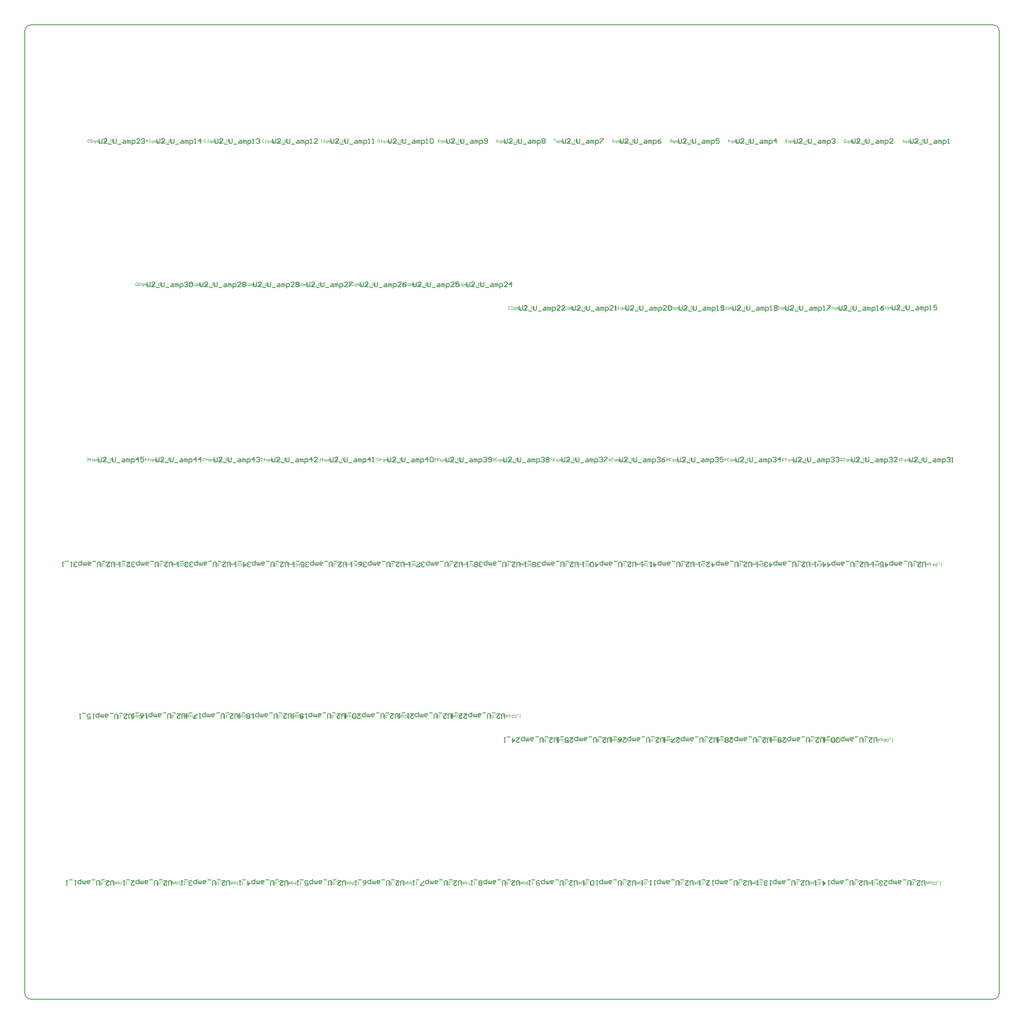
<source format=gm1>
G04 Layer_Color=16711935*
%FSLAX25Y25*%
%MOIN*%
G70*
G01*
G75*
%ADD14C,0.00787*%
%ADD55C,0.00700*%
%ADD56C,0.00394*%
D14*
X408386Y-413386D02*
G03*
X413386Y-408386I0J5000D01*
G01*
Y408386D02*
G03*
X408386Y413386I-5000J0D01*
G01*
X-408386D02*
G03*
X-413386Y408386I0J-5000D01*
G01*
Y-408386D02*
G03*
X-408386Y-413386I5000J0D01*
G01*
X408386D01*
X413386Y-408386D02*
Y408386D01*
X-408386Y413386D02*
X408386D01*
X-413386Y-408386D02*
Y408386D01*
D55*
X-187070Y-175228D02*
Y-171896D01*
X-187736Y-171229D01*
X-189069D01*
X-189736Y-171896D01*
Y-175228D01*
X-193735Y-171229D02*
X-191069D01*
X-193735Y-173895D01*
Y-174561D01*
X-193068Y-175228D01*
X-191735D01*
X-191069Y-174561D01*
X-195068Y-170563D02*
X-197733D01*
X-199066Y-175228D02*
Y-171896D01*
X-199733Y-171229D01*
X-201066D01*
X-201732Y-171896D01*
Y-175228D01*
X-203065Y-170563D02*
X-205731D01*
X-207730Y-173895D02*
X-209063D01*
X-209729Y-173229D01*
Y-171229D01*
X-207730D01*
X-207064Y-171896D01*
X-207730Y-172562D01*
X-209729D01*
X-211062Y-171229D02*
Y-173895D01*
X-211729D01*
X-212395Y-173229D01*
Y-171229D01*
Y-173229D01*
X-213062Y-173895D01*
X-213728Y-173229D01*
Y-171229D01*
X-215061Y-169896D02*
Y-173895D01*
X-217060D01*
X-217727Y-173229D01*
Y-171896D01*
X-217060Y-171229D01*
X-215061D01*
X-219060D02*
X-220393D01*
X-219726D01*
Y-175228D01*
X-219060Y-174561D01*
X-222392D02*
X-223059Y-175228D01*
X-224391D01*
X-225058Y-174561D01*
Y-173895D01*
X-224391Y-173229D01*
X-225058Y-172562D01*
Y-171896D01*
X-224391Y-171229D01*
X-223059D01*
X-222392Y-171896D01*
Y-172562D01*
X-223059Y-173229D01*
X-222392Y-173895D01*
Y-174561D01*
X-223059Y-173229D02*
X-224391D01*
X-226391Y-170563D02*
X-229057D01*
X-230389Y-171229D02*
X-231722D01*
X-231056D01*
Y-175228D01*
X-230389Y-174561D01*
X252268Y-316803D02*
Y-313471D01*
X251601Y-312805D01*
X250268D01*
X249602Y-313471D01*
Y-316803D01*
X245603Y-312805D02*
X248269D01*
X245603Y-315471D01*
Y-316137D01*
X246270Y-316803D01*
X247603D01*
X248269Y-316137D01*
X244270Y-312138D02*
X241604D01*
X240272Y-316803D02*
Y-313471D01*
X239605Y-312805D01*
X238272D01*
X237606Y-313471D01*
Y-316803D01*
X236273Y-312138D02*
X233607D01*
X231608Y-315471D02*
X230275D01*
X229608Y-314804D01*
Y-312805D01*
X231608D01*
X232274Y-313471D01*
X231608Y-314138D01*
X229608D01*
X228275Y-312805D02*
Y-315471D01*
X227609D01*
X226942Y-314804D01*
Y-312805D01*
Y-314804D01*
X226276Y-315471D01*
X225610Y-314804D01*
Y-312805D01*
X224277Y-311472D02*
Y-315471D01*
X222277D01*
X221611Y-314804D01*
Y-313471D01*
X222277Y-312805D01*
X224277D01*
X220278D02*
X218945D01*
X219612D01*
Y-316803D01*
X220278Y-316137D01*
X216946D02*
X216279Y-316803D01*
X214946D01*
X214280Y-316137D01*
Y-315471D01*
X214946Y-314804D01*
X215613D01*
X214946D01*
X214280Y-314138D01*
Y-313471D01*
X214946Y-312805D01*
X216279D01*
X216946Y-313471D01*
X212947Y-312138D02*
X210281D01*
X208948Y-312805D02*
X207615D01*
X208282D01*
Y-316803D01*
X208948Y-316137D01*
X-337821Y-316803D02*
Y-313471D01*
X-338487Y-312805D01*
X-339820D01*
X-340486Y-313471D01*
Y-316803D01*
X-344485Y-312805D02*
X-341819D01*
X-344485Y-315471D01*
Y-316137D01*
X-343819Y-316803D01*
X-342486D01*
X-341819Y-316137D01*
X-345818Y-312138D02*
X-348484D01*
X-349817Y-316803D02*
Y-313471D01*
X-350483Y-312805D01*
X-351816D01*
X-352483Y-313471D01*
Y-316803D01*
X-353815Y-312138D02*
X-356481D01*
X-358481Y-315471D02*
X-359813D01*
X-360480Y-314804D01*
Y-312805D01*
X-358481D01*
X-357814Y-313471D01*
X-358481Y-314138D01*
X-360480D01*
X-361813Y-312805D02*
Y-315471D01*
X-362479D01*
X-363146Y-314804D01*
Y-312805D01*
Y-314804D01*
X-363812Y-315471D01*
X-364479Y-314804D01*
Y-312805D01*
X-365811Y-311472D02*
Y-315471D01*
X-367811D01*
X-368477Y-314804D01*
Y-313471D01*
X-367811Y-312805D01*
X-365811D01*
X-369810D02*
X-371143D01*
X-370477D01*
Y-316803D01*
X-369810Y-316137D01*
X-373143Y-312138D02*
X-375808D01*
X-377141Y-312805D02*
X-378474D01*
X-377808D01*
Y-316803D01*
X-377141Y-316137D01*
X-288647Y-316803D02*
Y-313471D01*
X-289313Y-312805D01*
X-290646D01*
X-291312Y-313471D01*
Y-316803D01*
X-295311Y-312805D02*
X-292645D01*
X-295311Y-315471D01*
Y-316137D01*
X-294645Y-316803D01*
X-293312D01*
X-292645Y-316137D01*
X-296644Y-312138D02*
X-299310D01*
X-300643Y-316803D02*
Y-313471D01*
X-301309Y-312805D01*
X-302642D01*
X-303308Y-313471D01*
Y-316803D01*
X-304641Y-312138D02*
X-307307D01*
X-309307Y-315471D02*
X-310639D01*
X-311306Y-314804D01*
Y-312805D01*
X-309307D01*
X-308640Y-313471D01*
X-309307Y-314138D01*
X-311306D01*
X-312639Y-312805D02*
Y-315471D01*
X-313305D01*
X-313972Y-314804D01*
Y-312805D01*
Y-314804D01*
X-314638Y-315471D01*
X-315305Y-314804D01*
Y-312805D01*
X-316637Y-311472D02*
Y-315471D01*
X-318637D01*
X-319303Y-314804D01*
Y-313471D01*
X-318637Y-312805D01*
X-316637D01*
X-323302D02*
X-320636D01*
X-323302Y-315471D01*
Y-316137D01*
X-322636Y-316803D01*
X-321303D01*
X-320636Y-316137D01*
X-324635Y-312138D02*
X-327301D01*
X-328634Y-312805D02*
X-329966D01*
X-329300D01*
Y-316803D01*
X-328634Y-316137D01*
X-239473Y-316803D02*
Y-313471D01*
X-240139Y-312805D01*
X-241472D01*
X-242138Y-313471D01*
Y-316803D01*
X-246137Y-312805D02*
X-243471D01*
X-246137Y-315471D01*
Y-316137D01*
X-245471Y-316803D01*
X-244138D01*
X-243471Y-316137D01*
X-247470Y-312138D02*
X-250136D01*
X-251469Y-316803D02*
Y-313471D01*
X-252135Y-312805D01*
X-253468D01*
X-254134Y-313471D01*
Y-316803D01*
X-255467Y-312138D02*
X-258133D01*
X-260133Y-315471D02*
X-261465D01*
X-262132Y-314804D01*
Y-312805D01*
X-260133D01*
X-259466Y-313471D01*
X-260133Y-314138D01*
X-262132D01*
X-263465Y-312805D02*
Y-315471D01*
X-264131D01*
X-264798Y-314804D01*
Y-312805D01*
Y-314804D01*
X-265464Y-315471D01*
X-266130Y-314804D01*
Y-312805D01*
X-267463Y-311472D02*
Y-315471D01*
X-269463D01*
X-270129Y-314804D01*
Y-313471D01*
X-269463Y-312805D01*
X-267463D01*
X-271462Y-316137D02*
X-272129Y-316803D01*
X-273462D01*
X-274128Y-316137D01*
Y-315471D01*
X-273462Y-314804D01*
X-272795D01*
X-273462D01*
X-274128Y-314138D01*
Y-313471D01*
X-273462Y-312805D01*
X-272129D01*
X-271462Y-313471D01*
X-275461Y-312138D02*
X-278127D01*
X-279460Y-312805D02*
X-280792D01*
X-280126D01*
Y-316803D01*
X-279460Y-316137D01*
X-190298Y-316803D02*
Y-313471D01*
X-190965Y-312805D01*
X-192298D01*
X-192964Y-313471D01*
Y-316803D01*
X-196963Y-312805D02*
X-194297D01*
X-196963Y-315471D01*
Y-316137D01*
X-196297Y-316803D01*
X-194964D01*
X-194297Y-316137D01*
X-198296Y-312138D02*
X-200962D01*
X-202295Y-316803D02*
Y-313471D01*
X-202961Y-312805D01*
X-204294D01*
X-204960Y-313471D01*
Y-316803D01*
X-206293Y-312138D02*
X-208959D01*
X-210959Y-315471D02*
X-212291D01*
X-212958Y-314804D01*
Y-312805D01*
X-210959D01*
X-210292Y-313471D01*
X-210959Y-314138D01*
X-212958D01*
X-214291Y-312805D02*
Y-315471D01*
X-214957D01*
X-215624Y-314804D01*
Y-312805D01*
Y-314804D01*
X-216290Y-315471D01*
X-216956Y-314804D01*
Y-312805D01*
X-218289Y-311472D02*
Y-315471D01*
X-220289D01*
X-220955Y-314804D01*
Y-313471D01*
X-220289Y-312805D01*
X-218289D01*
X-224288D02*
Y-316803D01*
X-222288Y-314804D01*
X-224954D01*
X-226287Y-312138D02*
X-228953D01*
X-230286Y-312805D02*
X-231618D01*
X-230952D01*
Y-316803D01*
X-230286Y-316137D01*
X-141124Y-316803D02*
Y-313471D01*
X-141791Y-312805D01*
X-143124D01*
X-143790Y-313471D01*
Y-316803D01*
X-147789Y-312805D02*
X-145123D01*
X-147789Y-315471D01*
Y-316137D01*
X-147123Y-316803D01*
X-145790D01*
X-145123Y-316137D01*
X-149122Y-312138D02*
X-151788D01*
X-153121Y-316803D02*
Y-313471D01*
X-153787Y-312805D01*
X-155120D01*
X-155786Y-313471D01*
Y-316803D01*
X-157119Y-312138D02*
X-159785D01*
X-161784Y-315471D02*
X-163117D01*
X-163784Y-314804D01*
Y-312805D01*
X-161784D01*
X-161118Y-313471D01*
X-161784Y-314138D01*
X-163784D01*
X-165117Y-312805D02*
Y-315471D01*
X-165783D01*
X-166450Y-314804D01*
Y-312805D01*
Y-314804D01*
X-167116Y-315471D01*
X-167782Y-314804D01*
Y-312805D01*
X-169115Y-311472D02*
Y-315471D01*
X-171115D01*
X-171781Y-314804D01*
Y-313471D01*
X-171115Y-312805D01*
X-169115D01*
X-175780Y-316803D02*
X-173114D01*
Y-314804D01*
X-174447Y-315471D01*
X-175113D01*
X-175780Y-314804D01*
Y-313471D01*
X-175113Y-312805D01*
X-173781D01*
X-173114Y-313471D01*
X-177113Y-312138D02*
X-179779D01*
X-181112Y-312805D02*
X-182445D01*
X-181778D01*
Y-316803D01*
X-181112Y-316137D01*
X-91950Y-316803D02*
Y-313471D01*
X-92617Y-312805D01*
X-93950D01*
X-94616Y-313471D01*
Y-316803D01*
X-98615Y-312805D02*
X-95949D01*
X-98615Y-315471D01*
Y-316137D01*
X-97948Y-316803D01*
X-96616D01*
X-95949Y-316137D01*
X-99948Y-312138D02*
X-102614D01*
X-103947Y-316803D02*
Y-313471D01*
X-104613Y-312805D01*
X-105946D01*
X-106612Y-313471D01*
Y-316803D01*
X-107945Y-312138D02*
X-110611D01*
X-112610Y-315471D02*
X-113943D01*
X-114610Y-314804D01*
Y-312805D01*
X-112610D01*
X-111944Y-313471D01*
X-112610Y-314138D01*
X-114610D01*
X-115943Y-312805D02*
Y-315471D01*
X-116609D01*
X-117276Y-314804D01*
Y-312805D01*
Y-314804D01*
X-117942Y-315471D01*
X-118608Y-314804D01*
Y-312805D01*
X-119941Y-311472D02*
Y-315471D01*
X-121941D01*
X-122607Y-314804D01*
Y-313471D01*
X-121941Y-312805D01*
X-119941D01*
X-126606Y-316803D02*
X-125273Y-316137D01*
X-123940Y-314804D01*
Y-313471D01*
X-124607Y-312805D01*
X-125940D01*
X-126606Y-313471D01*
Y-314138D01*
X-125940Y-314804D01*
X-123940D01*
X-127939Y-312138D02*
X-130605D01*
X-131938Y-312805D02*
X-133270D01*
X-132604D01*
Y-316803D01*
X-131938Y-316137D01*
X-42776Y-316803D02*
Y-313471D01*
X-43443Y-312805D01*
X-44776D01*
X-45442Y-313471D01*
Y-316803D01*
X-49441Y-312805D02*
X-46775D01*
X-49441Y-315471D01*
Y-316137D01*
X-48774Y-316803D01*
X-47442D01*
X-46775Y-316137D01*
X-50774Y-312138D02*
X-53440D01*
X-54773Y-316803D02*
Y-313471D01*
X-55439Y-312805D01*
X-56772D01*
X-57438Y-313471D01*
Y-316803D01*
X-58771Y-312138D02*
X-61437D01*
X-63436Y-315471D02*
X-64769D01*
X-65436Y-314804D01*
Y-312805D01*
X-63436D01*
X-62770Y-313471D01*
X-63436Y-314138D01*
X-65436D01*
X-66769Y-312805D02*
Y-315471D01*
X-67435D01*
X-68102Y-314804D01*
Y-312805D01*
Y-314804D01*
X-68768Y-315471D01*
X-69434Y-314804D01*
Y-312805D01*
X-70767Y-311472D02*
Y-315471D01*
X-72767D01*
X-73433Y-314804D01*
Y-313471D01*
X-72767Y-312805D01*
X-70767D01*
X-74766Y-316803D02*
X-77432D01*
Y-316137D01*
X-74766Y-313471D01*
Y-312805D01*
X-78765Y-312138D02*
X-81431D01*
X-82763Y-312805D02*
X-84096D01*
X-83430D01*
Y-316803D01*
X-82763Y-316137D01*
X6398Y-316803D02*
Y-313471D01*
X5731Y-312805D01*
X4398D01*
X3732Y-313471D01*
Y-316803D01*
X-267Y-312805D02*
X2399D01*
X-267Y-315471D01*
Y-316137D01*
X399Y-316803D01*
X1733D01*
X2399Y-316137D01*
X-1600Y-312138D02*
X-4266D01*
X-5598Y-316803D02*
Y-313471D01*
X-6265Y-312805D01*
X-7598D01*
X-8264Y-313471D01*
Y-316803D01*
X-9597Y-312138D02*
X-12263D01*
X-14262Y-315471D02*
X-15595D01*
X-16262Y-314804D01*
Y-312805D01*
X-14262D01*
X-13596Y-313471D01*
X-14262Y-314138D01*
X-16262D01*
X-17595Y-312805D02*
Y-315471D01*
X-18261D01*
X-18927Y-314804D01*
Y-312805D01*
Y-314804D01*
X-19594Y-315471D01*
X-20260Y-314804D01*
Y-312805D01*
X-21593Y-311472D02*
Y-315471D01*
X-23593D01*
X-24259Y-314804D01*
Y-313471D01*
X-23593Y-312805D01*
X-21593D01*
X-25592Y-316137D02*
X-26259Y-316803D01*
X-27591D01*
X-28258Y-316137D01*
Y-315471D01*
X-27591Y-314804D01*
X-28258Y-314138D01*
Y-313471D01*
X-27591Y-312805D01*
X-26259D01*
X-25592Y-313471D01*
Y-314138D01*
X-26259Y-314804D01*
X-25592Y-315471D01*
Y-316137D01*
X-26259Y-314804D02*
X-27591D01*
X-29591Y-312138D02*
X-32257D01*
X-33590Y-312805D02*
X-34922D01*
X-34256D01*
Y-316803D01*
X-33590Y-316137D01*
X55572Y-316803D02*
Y-313471D01*
X54905Y-312805D01*
X53572D01*
X52906Y-313471D01*
Y-316803D01*
X48907Y-312805D02*
X51573D01*
X48907Y-315471D01*
Y-316137D01*
X49574Y-316803D01*
X50906D01*
X51573Y-316137D01*
X47574Y-312138D02*
X44908D01*
X43576Y-316803D02*
Y-313471D01*
X42909Y-312805D01*
X41576D01*
X40910Y-313471D01*
Y-316803D01*
X39577Y-312138D02*
X36911D01*
X34912Y-315471D02*
X33579D01*
X32912Y-314804D01*
Y-312805D01*
X34912D01*
X35578Y-313471D01*
X34912Y-314138D01*
X32912D01*
X31579Y-312805D02*
Y-315471D01*
X30913D01*
X30246Y-314804D01*
Y-312805D01*
Y-314804D01*
X29580Y-315471D01*
X28914Y-314804D01*
Y-312805D01*
X27581Y-311472D02*
Y-315471D01*
X25581D01*
X24915Y-314804D01*
Y-313471D01*
X25581Y-312805D01*
X27581D01*
X23582Y-313471D02*
X22916Y-312805D01*
X21583D01*
X20916Y-313471D01*
Y-316137D01*
X21583Y-316803D01*
X22916D01*
X23582Y-316137D01*
Y-315471D01*
X22916Y-314804D01*
X20916D01*
X19583Y-312138D02*
X16917D01*
X15585Y-312805D02*
X14252D01*
X14918D01*
Y-316803D01*
X15585Y-316137D01*
X104746Y-316803D02*
Y-313471D01*
X104079Y-312805D01*
X102746D01*
X102080Y-313471D01*
Y-316803D01*
X98081Y-312805D02*
X100747D01*
X98081Y-315471D01*
Y-316137D01*
X98748Y-316803D01*
X100081D01*
X100747Y-316137D01*
X96748Y-312138D02*
X94082D01*
X92750Y-316803D02*
Y-313471D01*
X92083Y-312805D01*
X90750D01*
X90084Y-313471D01*
Y-316803D01*
X88751Y-312138D02*
X86085D01*
X84086Y-315471D02*
X82753D01*
X82086Y-314804D01*
Y-312805D01*
X84086D01*
X84752Y-313471D01*
X84086Y-314138D01*
X82086D01*
X80753Y-312805D02*
Y-315471D01*
X80087D01*
X79421Y-314804D01*
Y-312805D01*
Y-314804D01*
X78754Y-315471D01*
X78088Y-314804D01*
Y-312805D01*
X76755Y-311472D02*
Y-315471D01*
X74755D01*
X74089Y-314804D01*
Y-313471D01*
X74755Y-312805D01*
X76755D01*
X72756D02*
X71423D01*
X72089D01*
Y-316803D01*
X72756Y-316137D01*
X69424D02*
X68757Y-316803D01*
X67424D01*
X66758Y-316137D01*
Y-313471D01*
X67424Y-312805D01*
X68757D01*
X69424Y-313471D01*
Y-316137D01*
X65425Y-312138D02*
X62759D01*
X61426Y-312805D02*
X60093D01*
X60760D01*
Y-316803D01*
X61426Y-316137D01*
X153920Y-316803D02*
Y-313471D01*
X153253Y-312805D01*
X151920D01*
X151254Y-313471D01*
Y-316803D01*
X147255Y-312805D02*
X149921D01*
X147255Y-315471D01*
Y-316137D01*
X147922Y-316803D01*
X149255D01*
X149921Y-316137D01*
X145922Y-312138D02*
X143256D01*
X141923Y-316803D02*
Y-313471D01*
X141257Y-312805D01*
X139924D01*
X139258Y-313471D01*
Y-316803D01*
X137925Y-312138D02*
X135259D01*
X133260Y-315471D02*
X131927D01*
X131260Y-314804D01*
Y-312805D01*
X133260D01*
X133926Y-313471D01*
X133260Y-314138D01*
X131260D01*
X129927Y-312805D02*
Y-315471D01*
X129261D01*
X128595Y-314804D01*
Y-312805D01*
Y-314804D01*
X127928Y-315471D01*
X127262Y-314804D01*
Y-312805D01*
X125929Y-311472D02*
Y-315471D01*
X123929D01*
X123263Y-314804D01*
Y-313471D01*
X123929Y-312805D01*
X125929D01*
X121930D02*
X120597D01*
X121264D01*
Y-316803D01*
X121930Y-316137D01*
X118598Y-312805D02*
X117265D01*
X117931D01*
Y-316803D01*
X118598Y-316137D01*
X115266Y-312138D02*
X112600D01*
X111267Y-312805D02*
X109934D01*
X110600D01*
Y-316803D01*
X111267Y-316137D01*
X203094Y-316803D02*
Y-313471D01*
X202427Y-312805D01*
X201094D01*
X200428Y-313471D01*
Y-316803D01*
X196429Y-312805D02*
X199095D01*
X196429Y-315471D01*
Y-316137D01*
X197096Y-316803D01*
X198428D01*
X199095Y-316137D01*
X195096Y-312138D02*
X192430D01*
X191098Y-316803D02*
Y-313471D01*
X190431Y-312805D01*
X189098D01*
X188432Y-313471D01*
Y-316803D01*
X187099Y-312138D02*
X184433D01*
X182434Y-315471D02*
X181101D01*
X180434Y-314804D01*
Y-312805D01*
X182434D01*
X183100Y-313471D01*
X182434Y-314138D01*
X180434D01*
X179101Y-312805D02*
Y-315471D01*
X178435D01*
X177769Y-314804D01*
Y-312805D01*
Y-314804D01*
X177102Y-315471D01*
X176436Y-314804D01*
Y-312805D01*
X175103Y-311472D02*
Y-315471D01*
X173103D01*
X172437Y-314804D01*
Y-313471D01*
X173103Y-312805D01*
X175103D01*
X171104D02*
X169771D01*
X170438D01*
Y-316803D01*
X171104Y-316137D01*
X165106Y-312805D02*
X167772D01*
X165106Y-315471D01*
Y-316137D01*
X165772Y-316803D01*
X167105D01*
X167772Y-316137D01*
X163773Y-312138D02*
X161107D01*
X159774Y-312805D02*
X158441D01*
X159108D01*
Y-316803D01*
X159774Y-316137D01*
X301442Y-316803D02*
Y-313471D01*
X300775Y-312805D01*
X299442D01*
X298776Y-313471D01*
Y-316803D01*
X294777Y-312805D02*
X297443D01*
X294777Y-315471D01*
Y-316137D01*
X295444Y-316803D01*
X296777D01*
X297443Y-316137D01*
X293444Y-312138D02*
X290778D01*
X289446Y-316803D02*
Y-313471D01*
X288779Y-312805D01*
X287446D01*
X286780Y-313471D01*
Y-316803D01*
X285447Y-312138D02*
X282781D01*
X280782Y-315471D02*
X279449D01*
X278782Y-314804D01*
Y-312805D01*
X280782D01*
X281448Y-313471D01*
X280782Y-314138D01*
X278782D01*
X277449Y-312805D02*
Y-315471D01*
X276783D01*
X276117Y-314804D01*
Y-312805D01*
Y-314804D01*
X275450Y-315471D01*
X274784Y-314804D01*
Y-312805D01*
X273451Y-311472D02*
Y-315471D01*
X271451D01*
X270785Y-314804D01*
Y-313471D01*
X271451Y-312805D01*
X273451D01*
X269452D02*
X268119D01*
X268786D01*
Y-316803D01*
X269452Y-316137D01*
X264120Y-312805D02*
Y-316803D01*
X266120Y-314804D01*
X263454D01*
X262121Y-312138D02*
X259455D01*
X258122Y-312805D02*
X256789D01*
X257456D01*
Y-316803D01*
X258122Y-316137D01*
X-322419Y-175399D02*
Y-172066D01*
X-323085Y-171400D01*
X-324418D01*
X-325085Y-172066D01*
Y-175399D01*
X-329083Y-171400D02*
X-326418D01*
X-329083Y-174066D01*
Y-174732D01*
X-328417Y-175399D01*
X-327084D01*
X-326418Y-174732D01*
X-330416Y-170733D02*
X-333082D01*
X-334415Y-175399D02*
Y-172066D01*
X-335082Y-171400D01*
X-336414D01*
X-337081Y-172066D01*
Y-175399D01*
X-338414Y-170733D02*
X-341079D01*
X-343079Y-174066D02*
X-344412D01*
X-345078Y-173399D01*
Y-171400D01*
X-343079D01*
X-342412Y-172066D01*
X-343079Y-172733D01*
X-345078D01*
X-346411Y-171400D02*
Y-174066D01*
X-347078D01*
X-347744Y-173399D01*
Y-171400D01*
Y-173399D01*
X-348411Y-174066D01*
X-349077Y-173399D01*
Y-171400D01*
X-350410Y-170067D02*
Y-174066D01*
X-352409D01*
X-353076Y-173399D01*
Y-172066D01*
X-352409Y-171400D01*
X-350410D01*
X-354409D02*
X-355742D01*
X-355075D01*
Y-175399D01*
X-354409Y-174732D01*
X-360407Y-175399D02*
X-357741D01*
Y-173399D01*
X-359074Y-174066D01*
X-359740D01*
X-360407Y-173399D01*
Y-172066D01*
X-359740Y-171400D01*
X-358407D01*
X-357741Y-172066D01*
X-361739Y-170733D02*
X-364405D01*
X-365738Y-171400D02*
X-367071D01*
X-366405D01*
Y-175399D01*
X-365738Y-174732D01*
X-277544Y-175228D02*
Y-171896D01*
X-278210Y-171229D01*
X-279543D01*
X-280210Y-171896D01*
Y-175228D01*
X-284209Y-171229D02*
X-281543D01*
X-284209Y-173895D01*
Y-174561D01*
X-283542Y-175228D01*
X-282209D01*
X-281543Y-174561D01*
X-285542Y-170563D02*
X-288207D01*
X-289540Y-175228D02*
Y-171896D01*
X-290207Y-171229D01*
X-291540D01*
X-292206Y-171896D01*
Y-175228D01*
X-293539Y-170563D02*
X-296205D01*
X-298204Y-173895D02*
X-299537D01*
X-300203Y-173229D01*
Y-171229D01*
X-298204D01*
X-297538Y-171896D01*
X-298204Y-172562D01*
X-300203D01*
X-301536Y-171229D02*
Y-173895D01*
X-302203D01*
X-302869Y-173229D01*
Y-171229D01*
Y-173229D01*
X-303536Y-173895D01*
X-304202Y-173229D01*
Y-171229D01*
X-305535Y-169896D02*
Y-173895D01*
X-307534D01*
X-308201Y-173229D01*
Y-171896D01*
X-307534Y-171229D01*
X-305535D01*
X-309534D02*
X-310867D01*
X-310200D01*
Y-175228D01*
X-309534Y-174561D01*
X-315532Y-175228D02*
X-314199Y-174561D01*
X-312866Y-173229D01*
Y-171896D01*
X-313532Y-171229D01*
X-314865D01*
X-315532Y-171896D01*
Y-172562D01*
X-314865Y-173229D01*
X-312866D01*
X-316865Y-170563D02*
X-319531D01*
X-320864Y-171229D02*
X-322196D01*
X-321530D01*
Y-175228D01*
X-320864Y-174561D01*
X-232307Y-175228D02*
Y-171896D01*
X-232974Y-171229D01*
X-234306D01*
X-234973Y-171896D01*
Y-175228D01*
X-238972Y-171229D02*
X-236306D01*
X-238972Y-173895D01*
Y-174561D01*
X-238305Y-175228D01*
X-236972D01*
X-236306Y-174561D01*
X-240304Y-170563D02*
X-242970D01*
X-244303Y-175228D02*
Y-171896D01*
X-244970Y-171229D01*
X-246303D01*
X-246969Y-171896D01*
Y-175228D01*
X-248302Y-170563D02*
X-250968D01*
X-252967Y-173895D02*
X-254300D01*
X-254966Y-173229D01*
Y-171229D01*
X-252967D01*
X-252301Y-171896D01*
X-252967Y-172562D01*
X-254966D01*
X-256299Y-171229D02*
Y-173895D01*
X-256966D01*
X-257632Y-173229D01*
Y-171229D01*
Y-173229D01*
X-258299Y-173895D01*
X-258965Y-173229D01*
Y-171229D01*
X-260298Y-169896D02*
Y-173895D01*
X-262297D01*
X-262964Y-173229D01*
Y-171896D01*
X-262297Y-171229D01*
X-260298D01*
X-264297D02*
X-265630D01*
X-264963D01*
Y-175228D01*
X-264297Y-174561D01*
X-267629Y-175228D02*
X-270295D01*
Y-174561D01*
X-267629Y-171896D01*
Y-171229D01*
X-271628Y-170563D02*
X-274293D01*
X-275626Y-171229D02*
X-276959D01*
X-276293D01*
Y-175228D01*
X-275626Y-174561D01*
X-141833Y-175228D02*
Y-171896D01*
X-142499Y-171229D01*
X-143832D01*
X-144499Y-171896D01*
Y-175228D01*
X-148498Y-171229D02*
X-145832D01*
X-148498Y-173895D01*
Y-174561D01*
X-147831Y-175228D01*
X-146498D01*
X-145832Y-174561D01*
X-149830Y-170563D02*
X-152496D01*
X-153829Y-175228D02*
Y-171896D01*
X-154496Y-171229D01*
X-155828D01*
X-156495Y-171896D01*
Y-175228D01*
X-157828Y-170563D02*
X-160494D01*
X-162493Y-173895D02*
X-163826D01*
X-164492Y-173229D01*
Y-171229D01*
X-162493D01*
X-161827Y-171896D01*
X-162493Y-172562D01*
X-164492D01*
X-165825Y-171229D02*
Y-173895D01*
X-166492D01*
X-167158Y-173229D01*
Y-171229D01*
Y-173229D01*
X-167825Y-173895D01*
X-168491Y-173229D01*
Y-171229D01*
X-169824Y-169896D02*
Y-173895D01*
X-171823D01*
X-172490Y-173229D01*
Y-171896D01*
X-171823Y-171229D01*
X-169824D01*
X-173823D02*
X-175156D01*
X-174489D01*
Y-175228D01*
X-173823Y-174561D01*
X-177155Y-171896D02*
X-177822Y-171229D01*
X-179154D01*
X-179821Y-171896D01*
Y-174561D01*
X-179154Y-175228D01*
X-177822D01*
X-177155Y-174561D01*
Y-173895D01*
X-177822Y-173229D01*
X-179821D01*
X-181154Y-170563D02*
X-183819D01*
X-185152Y-171229D02*
X-186485D01*
X-185819D01*
Y-175228D01*
X-185152Y-174561D01*
X-96596Y-175228D02*
Y-171896D01*
X-97263Y-171229D01*
X-98595D01*
X-99262Y-171896D01*
Y-175228D01*
X-103261Y-171229D02*
X-100595D01*
X-103261Y-173895D01*
Y-174561D01*
X-102594Y-175228D01*
X-101261D01*
X-100595Y-174561D01*
X-104594Y-170563D02*
X-107259D01*
X-108592Y-175228D02*
Y-171896D01*
X-109259Y-171229D01*
X-110591D01*
X-111258Y-171896D01*
Y-175228D01*
X-112591Y-170563D02*
X-115257D01*
X-117256Y-173895D02*
X-118589D01*
X-119255Y-173229D01*
Y-171229D01*
X-117256D01*
X-116590Y-171896D01*
X-117256Y-172562D01*
X-119255D01*
X-120588Y-171229D02*
Y-173895D01*
X-121255D01*
X-121921Y-173229D01*
Y-171229D01*
Y-173229D01*
X-122588Y-173895D01*
X-123254Y-173229D01*
Y-171229D01*
X-124587Y-169896D02*
Y-173895D01*
X-126586D01*
X-127253Y-173229D01*
Y-171896D01*
X-126586Y-171229D01*
X-124587D01*
X-131252D02*
X-128586D01*
X-131252Y-173895D01*
Y-174561D01*
X-130585Y-175228D01*
X-129252D01*
X-128586Y-174561D01*
X-132584D02*
X-133251Y-175228D01*
X-134584D01*
X-135250Y-174561D01*
Y-171896D01*
X-134584Y-171229D01*
X-133251D01*
X-132584Y-171896D01*
Y-174561D01*
X-136583Y-170563D02*
X-139249D01*
X-140582Y-171229D02*
X-141915D01*
X-141248D01*
Y-175228D01*
X-140582Y-174561D01*
X-51359Y-175228D02*
Y-171896D01*
X-52026Y-171229D01*
X-53358D01*
X-54025Y-171896D01*
Y-175228D01*
X-58024Y-171229D02*
X-55358D01*
X-58024Y-173895D01*
Y-174561D01*
X-57357Y-175228D01*
X-56024D01*
X-55358Y-174561D01*
X-59356Y-170563D02*
X-62022D01*
X-63355Y-175228D02*
Y-171896D01*
X-64022Y-171229D01*
X-65355D01*
X-66021Y-171896D01*
Y-175228D01*
X-67354Y-170563D02*
X-70020D01*
X-72019Y-173895D02*
X-73352D01*
X-74018Y-173229D01*
Y-171229D01*
X-72019D01*
X-71353Y-171896D01*
X-72019Y-172562D01*
X-74018D01*
X-75351Y-171229D02*
Y-173895D01*
X-76018D01*
X-76684Y-173229D01*
Y-171229D01*
Y-173229D01*
X-77351Y-173895D01*
X-78017Y-173229D01*
Y-171229D01*
X-79350Y-169896D02*
Y-173895D01*
X-81349D01*
X-82016Y-173229D01*
Y-171896D01*
X-81349Y-171229D01*
X-79350D01*
X-86014D02*
X-83349D01*
X-86014Y-173895D01*
Y-174561D01*
X-85348Y-175228D01*
X-84015D01*
X-83349Y-174561D01*
X-87347Y-171229D02*
X-88680D01*
X-88014D01*
Y-175228D01*
X-87347Y-174561D01*
X-90680Y-170563D02*
X-93345D01*
X-94678Y-171229D02*
X-96011D01*
X-95345D01*
Y-175228D01*
X-94678Y-174561D01*
X-6122Y-175228D02*
Y-171896D01*
X-6788Y-171229D01*
X-8121D01*
X-8788Y-171896D01*
Y-175228D01*
X-12787Y-171229D02*
X-10121D01*
X-12787Y-173895D01*
Y-174561D01*
X-12120Y-175228D01*
X-10787D01*
X-10121Y-174561D01*
X-14119Y-170563D02*
X-16785D01*
X-18118Y-175228D02*
Y-171896D01*
X-18785Y-171229D01*
X-20118D01*
X-20784Y-171896D01*
Y-175228D01*
X-22117Y-170563D02*
X-24783D01*
X-26782Y-173895D02*
X-28115D01*
X-28781Y-173229D01*
Y-171229D01*
X-26782D01*
X-26116Y-171896D01*
X-26782Y-172562D01*
X-28781D01*
X-30114Y-171229D02*
Y-173895D01*
X-30781D01*
X-31447Y-173229D01*
Y-171229D01*
Y-173229D01*
X-32114Y-173895D01*
X-32780Y-173229D01*
Y-171229D01*
X-34113Y-169896D02*
Y-173895D01*
X-36112D01*
X-36779Y-173229D01*
Y-171896D01*
X-36112Y-171229D01*
X-34113D01*
X-40778D02*
X-38112D01*
X-40778Y-173895D01*
Y-174561D01*
X-40111Y-175228D01*
X-38778D01*
X-38112Y-174561D01*
X-44776Y-171229D02*
X-42110D01*
X-44776Y-173895D01*
Y-174561D01*
X-44110Y-175228D01*
X-42777D01*
X-42110Y-174561D01*
X-46109Y-170563D02*
X-48775D01*
X-50108Y-171229D02*
X-51441D01*
X-50774D01*
Y-175228D01*
X-50108Y-174561D01*
X350611Y-316723D02*
Y-313391D01*
X349944Y-312724D01*
X348611D01*
X347945Y-313391D01*
Y-316723D01*
X343946Y-312724D02*
X346612D01*
X343946Y-315390D01*
Y-316057D01*
X344613Y-316723D01*
X345945D01*
X346612Y-316057D01*
X342613Y-312058D02*
X339947D01*
X338614Y-316723D02*
Y-313391D01*
X337948Y-312724D01*
X336615D01*
X335949Y-313391D01*
Y-316723D01*
X334616Y-312058D02*
X331950D01*
X329951Y-315390D02*
X328618D01*
X327951Y-314724D01*
Y-312724D01*
X329951D01*
X330617Y-313391D01*
X329951Y-314057D01*
X327951D01*
X326618Y-312724D02*
Y-315390D01*
X325952D01*
X325285Y-314724D01*
Y-312724D01*
Y-314724D01*
X324619Y-315390D01*
X323953Y-314724D01*
Y-312724D01*
X322620Y-311392D02*
Y-315390D01*
X320620D01*
X319954Y-314724D01*
Y-313391D01*
X320620Y-312724D01*
X322620D01*
X315955D02*
X318621D01*
X315955Y-315390D01*
Y-316057D01*
X316621Y-316723D01*
X317954D01*
X318621Y-316057D01*
X314622D02*
X313956Y-316723D01*
X312623D01*
X311956Y-316057D01*
Y-315390D01*
X312623Y-314724D01*
X313289D01*
X312623D01*
X311956Y-314057D01*
Y-313391D01*
X312623Y-312724D01*
X313956D01*
X314622Y-313391D01*
X310624Y-312058D02*
X307958D01*
X306625Y-312724D02*
X305292D01*
X305958D01*
Y-316723D01*
X306625Y-316057D01*
X38468Y-195330D02*
Y-191998D01*
X37802Y-191331D01*
X36469D01*
X35803Y-191998D01*
Y-195330D01*
X31804Y-191331D02*
X34470D01*
X31804Y-193997D01*
Y-194664D01*
X32470Y-195330D01*
X33803D01*
X34470Y-194664D01*
X30471Y-190665D02*
X27805D01*
X26472Y-195330D02*
Y-191998D01*
X25806Y-191331D01*
X24473D01*
X23807Y-191998D01*
Y-195330D01*
X22474Y-190665D02*
X19808D01*
X17808Y-193997D02*
X16476D01*
X15809Y-193331D01*
Y-191331D01*
X17808D01*
X18475Y-191998D01*
X17808Y-192664D01*
X15809D01*
X14476Y-191331D02*
Y-193997D01*
X13810D01*
X13143Y-193331D01*
Y-191331D01*
Y-193331D01*
X12477Y-193997D01*
X11810Y-193331D01*
Y-191331D01*
X10477Y-189998D02*
Y-193997D01*
X8478D01*
X7812Y-193331D01*
Y-191998D01*
X8478Y-191331D01*
X10477D01*
X3813D02*
X6479D01*
X3813Y-193997D01*
Y-194664D01*
X4479Y-195330D01*
X5812D01*
X6479Y-194664D01*
X481Y-191331D02*
Y-195330D01*
X2480Y-193331D01*
X-186D01*
X-1519Y-190665D02*
X-4185D01*
X-5517Y-191331D02*
X-6850D01*
X-6184D01*
Y-195330D01*
X-5517Y-194664D01*
X83705Y-195330D02*
Y-191998D01*
X83039Y-191331D01*
X81706D01*
X81040Y-191998D01*
Y-195330D01*
X77041Y-191331D02*
X79707D01*
X77041Y-193997D01*
Y-194664D01*
X77707Y-195330D01*
X79040D01*
X79707Y-194664D01*
X75708Y-190665D02*
X73042D01*
X71709Y-195330D02*
Y-191998D01*
X71043Y-191331D01*
X69710D01*
X69043Y-191998D01*
Y-195330D01*
X67711Y-190665D02*
X65045D01*
X63045Y-193997D02*
X61712D01*
X61046Y-193331D01*
Y-191331D01*
X63045D01*
X63712Y-191998D01*
X63045Y-192664D01*
X61046D01*
X59713Y-191331D02*
Y-193997D01*
X59047D01*
X58380Y-193331D01*
Y-191331D01*
Y-193331D01*
X57714Y-193997D01*
X57047Y-193331D01*
Y-191331D01*
X55714Y-189998D02*
Y-193997D01*
X53715D01*
X53049Y-193331D01*
Y-191998D01*
X53715Y-191331D01*
X55714D01*
X49050D02*
X51716D01*
X49050Y-193997D01*
Y-194664D01*
X49716Y-195330D01*
X51049D01*
X51716Y-194664D01*
X45051Y-195330D02*
X47717D01*
Y-193331D01*
X46384Y-193997D01*
X45718D01*
X45051Y-193331D01*
Y-191998D01*
X45718Y-191331D01*
X47051D01*
X47717Y-191998D01*
X43718Y-190665D02*
X41052D01*
X39720Y-191331D02*
X38387D01*
X39053D01*
Y-195330D01*
X39720Y-194664D01*
X128942Y-195330D02*
Y-191998D01*
X128276Y-191331D01*
X126943D01*
X126277Y-191998D01*
Y-195330D01*
X122278Y-191331D02*
X124944D01*
X122278Y-193997D01*
Y-194664D01*
X122944Y-195330D01*
X124277D01*
X124944Y-194664D01*
X120945Y-190665D02*
X118279D01*
X116946Y-195330D02*
Y-191998D01*
X116280Y-191331D01*
X114947D01*
X114280Y-191998D01*
Y-195330D01*
X112948Y-190665D02*
X110282D01*
X108282Y-193997D02*
X106949D01*
X106283Y-193331D01*
Y-191331D01*
X108282D01*
X108949Y-191998D01*
X108282Y-192664D01*
X106283D01*
X104950Y-191331D02*
Y-193997D01*
X104284D01*
X103617Y-193331D01*
Y-191331D01*
Y-193331D01*
X102951Y-193997D01*
X102284Y-193331D01*
Y-191331D01*
X100951Y-189998D02*
Y-193997D01*
X98952D01*
X98286Y-193331D01*
Y-191998D01*
X98952Y-191331D01*
X100951D01*
X94287D02*
X96953D01*
X94287Y-193997D01*
Y-194664D01*
X94953Y-195330D01*
X96286D01*
X96953Y-194664D01*
X90288Y-195330D02*
X91621Y-194664D01*
X92954Y-193331D01*
Y-191998D01*
X92288Y-191331D01*
X90955D01*
X90288Y-191998D01*
Y-192664D01*
X90955Y-193331D01*
X92954D01*
X88955Y-190665D02*
X86290D01*
X84957Y-191331D02*
X83624D01*
X84290D01*
Y-195330D01*
X84957Y-194664D01*
X174179Y-195330D02*
Y-191998D01*
X173513Y-191331D01*
X172180D01*
X171514Y-191998D01*
Y-195330D01*
X167515Y-191331D02*
X170181D01*
X167515Y-193997D01*
Y-194664D01*
X168181Y-195330D01*
X169514D01*
X170181Y-194664D01*
X166182Y-190665D02*
X163516D01*
X162183Y-195330D02*
Y-191998D01*
X161517Y-191331D01*
X160184D01*
X159518Y-191998D01*
Y-195330D01*
X158185Y-190665D02*
X155519D01*
X153519Y-193997D02*
X152187D01*
X151520Y-193331D01*
Y-191331D01*
X153519D01*
X154186Y-191998D01*
X153519Y-192664D01*
X151520D01*
X150187Y-191331D02*
Y-193997D01*
X149521D01*
X148854Y-193331D01*
Y-191331D01*
Y-193331D01*
X148188Y-193997D01*
X147521Y-193331D01*
Y-191331D01*
X146188Y-189998D02*
Y-193997D01*
X144189D01*
X143523Y-193331D01*
Y-191998D01*
X144189Y-191331D01*
X146188D01*
X139524D02*
X142190D01*
X139524Y-193997D01*
Y-194664D01*
X140190Y-195330D01*
X141523D01*
X142190Y-194664D01*
X138191Y-195330D02*
X135525D01*
Y-194664D01*
X138191Y-191998D01*
Y-191331D01*
X134192Y-190665D02*
X131527D01*
X130194Y-191331D02*
X128861D01*
X129527D01*
Y-195330D01*
X130194Y-194664D01*
X219416Y-195330D02*
Y-191998D01*
X218750Y-191331D01*
X217417D01*
X216751Y-191998D01*
Y-195330D01*
X212752Y-191331D02*
X215418D01*
X212752Y-193997D01*
Y-194664D01*
X213418Y-195330D01*
X214751D01*
X215418Y-194664D01*
X211419Y-190665D02*
X208753D01*
X207420Y-195330D02*
Y-191998D01*
X206754Y-191331D01*
X205421D01*
X204754Y-191998D01*
Y-195330D01*
X203422Y-190665D02*
X200756D01*
X198756Y-193997D02*
X197424D01*
X196757Y-193331D01*
Y-191331D01*
X198756D01*
X199423Y-191998D01*
X198756Y-192664D01*
X196757D01*
X195424Y-191331D02*
Y-193997D01*
X194758D01*
X194091Y-193331D01*
Y-191331D01*
Y-193331D01*
X193425Y-193997D01*
X192758Y-193331D01*
Y-191331D01*
X191426Y-189998D02*
Y-193997D01*
X189426D01*
X188760Y-193331D01*
Y-191998D01*
X189426Y-191331D01*
X191426D01*
X184761D02*
X187427D01*
X184761Y-193997D01*
Y-194664D01*
X185427Y-195330D01*
X186760D01*
X187427Y-194664D01*
X183428D02*
X182762Y-195330D01*
X181429D01*
X180762Y-194664D01*
Y-193997D01*
X181429Y-193331D01*
X180762Y-192664D01*
Y-191998D01*
X181429Y-191331D01*
X182762D01*
X183428Y-191998D01*
Y-192664D01*
X182762Y-193331D01*
X183428Y-193997D01*
Y-194664D01*
X182762Y-193331D02*
X181429D01*
X179429Y-190665D02*
X176763D01*
X175431Y-191331D02*
X174098D01*
X174764D01*
Y-195330D01*
X175431Y-194664D01*
X264653Y-195330D02*
Y-191998D01*
X263987Y-191331D01*
X262654D01*
X261988Y-191998D01*
Y-195330D01*
X257989Y-191331D02*
X260655D01*
X257989Y-193997D01*
Y-194664D01*
X258655Y-195330D01*
X259988D01*
X260655Y-194664D01*
X256656Y-190665D02*
X253990D01*
X252657Y-195330D02*
Y-191998D01*
X251991Y-191331D01*
X250658D01*
X249991Y-191998D01*
Y-195330D01*
X248659Y-190665D02*
X245993D01*
X243993Y-193997D02*
X242661D01*
X241994Y-193331D01*
Y-191331D01*
X243993D01*
X244660Y-191998D01*
X243993Y-192664D01*
X241994D01*
X240661Y-191331D02*
Y-193997D01*
X239995D01*
X239328Y-193331D01*
Y-191331D01*
Y-193331D01*
X238662Y-193997D01*
X237995Y-193331D01*
Y-191331D01*
X236663Y-189998D02*
Y-193997D01*
X234663D01*
X233997Y-193331D01*
Y-191998D01*
X234663Y-191331D01*
X236663D01*
X229998D02*
X232664D01*
X229998Y-193997D01*
Y-194664D01*
X230664Y-195330D01*
X231997D01*
X232664Y-194664D01*
X228665Y-191998D02*
X227999Y-191331D01*
X226666D01*
X225999Y-191998D01*
Y-194664D01*
X226666Y-195330D01*
X227999D01*
X228665Y-194664D01*
Y-193997D01*
X227999Y-193331D01*
X225999D01*
X224666Y-190665D02*
X222001D01*
X220668Y-191331D02*
X219335D01*
X220001D01*
Y-195330D01*
X220668Y-194664D01*
X309891Y-195330D02*
Y-191998D01*
X309224Y-191331D01*
X307891D01*
X307225Y-191998D01*
Y-195330D01*
X303226Y-191331D02*
X305892D01*
X303226Y-193997D01*
Y-194664D01*
X303892Y-195330D01*
X305225D01*
X305892Y-194664D01*
X301893Y-190665D02*
X299227D01*
X297894Y-195330D02*
Y-191998D01*
X297228Y-191331D01*
X295895D01*
X295229Y-191998D01*
Y-195330D01*
X293896Y-190665D02*
X291230D01*
X289230Y-193997D02*
X287898D01*
X287231Y-193331D01*
Y-191331D01*
X289230D01*
X289897Y-191998D01*
X289230Y-192664D01*
X287231D01*
X285898Y-191331D02*
Y-193997D01*
X285232D01*
X284565Y-193331D01*
Y-191331D01*
Y-193331D01*
X283899Y-193997D01*
X283232Y-193331D01*
Y-191331D01*
X281899Y-189998D02*
Y-193997D01*
X279900D01*
X279234Y-193331D01*
Y-191998D01*
X279900Y-191331D01*
X281899D01*
X277901Y-194664D02*
X277234Y-195330D01*
X275901D01*
X275235Y-194664D01*
Y-193997D01*
X275901Y-193331D01*
X276568D01*
X275901D01*
X275235Y-192664D01*
Y-191998D01*
X275901Y-191331D01*
X277234D01*
X277901Y-191998D01*
X273902Y-194664D02*
X273236Y-195330D01*
X271903D01*
X271236Y-194664D01*
Y-191998D01*
X271903Y-191331D01*
X273236D01*
X273902Y-191998D01*
Y-194664D01*
X269903Y-190665D02*
X267238D01*
X265905Y-191331D02*
X264572D01*
X265238D01*
Y-195330D01*
X265905Y-194664D01*
X-337221Y-46381D02*
Y-43049D01*
X-337887Y-42383D01*
X-339220D01*
X-339886Y-43049D01*
Y-46381D01*
X-343885Y-42383D02*
X-341219D01*
X-343885Y-45048D01*
Y-45715D01*
X-343219Y-46381D01*
X-341886D01*
X-341219Y-45715D01*
X-345218Y-41716D02*
X-347884D01*
X-349217Y-46381D02*
Y-43049D01*
X-349883Y-42383D01*
X-351216D01*
X-351883Y-43049D01*
Y-46381D01*
X-353215Y-41716D02*
X-355881D01*
X-357880Y-45048D02*
X-359213D01*
X-359880Y-44382D01*
Y-42383D01*
X-357880D01*
X-357214Y-43049D01*
X-357880Y-43716D01*
X-359880D01*
X-361213Y-42383D02*
Y-45048D01*
X-361879D01*
X-362546Y-44382D01*
Y-42383D01*
Y-44382D01*
X-363212Y-45048D01*
X-363879Y-44382D01*
Y-42383D01*
X-365212Y-41050D02*
Y-45048D01*
X-367211D01*
X-367877Y-44382D01*
Y-43049D01*
X-367211Y-42383D01*
X-365212D01*
X-369210Y-45715D02*
X-369877Y-46381D01*
X-371210D01*
X-371876Y-45715D01*
Y-45048D01*
X-371210Y-44382D01*
X-370543D01*
X-371210D01*
X-371876Y-43716D01*
Y-43049D01*
X-371210Y-42383D01*
X-369877D01*
X-369210Y-43049D01*
X-373209Y-42383D02*
X-374542D01*
X-373875D01*
Y-46381D01*
X-373209Y-45715D01*
X-376541Y-41716D02*
X-379207D01*
X-380540Y-42383D02*
X-381873D01*
X-381206D01*
Y-46381D01*
X-380540Y-45715D01*
X-288047Y-46381D02*
Y-43049D01*
X-288713Y-42383D01*
X-290046D01*
X-290712Y-43049D01*
Y-46381D01*
X-294711Y-42383D02*
X-292045D01*
X-294711Y-45048D01*
Y-45715D01*
X-294045Y-46381D01*
X-292712D01*
X-292045Y-45715D01*
X-296044Y-41716D02*
X-298710D01*
X-300043Y-46381D02*
Y-43049D01*
X-300709Y-42383D01*
X-302042D01*
X-302708Y-43049D01*
Y-46381D01*
X-304041Y-41716D02*
X-306707D01*
X-308706Y-45048D02*
X-310039D01*
X-310706Y-44382D01*
Y-42383D01*
X-308706D01*
X-308040Y-43049D01*
X-308706Y-43716D01*
X-310706D01*
X-312039Y-42383D02*
Y-45048D01*
X-312705D01*
X-313372Y-44382D01*
Y-42383D01*
Y-44382D01*
X-314038Y-45048D01*
X-314705Y-44382D01*
Y-42383D01*
X-316038Y-41050D02*
Y-45048D01*
X-318037D01*
X-318703Y-44382D01*
Y-43049D01*
X-318037Y-42383D01*
X-316038D01*
X-320036Y-45715D02*
X-320703Y-46381D01*
X-322036D01*
X-322702Y-45715D01*
Y-45048D01*
X-322036Y-44382D01*
X-321369D01*
X-322036D01*
X-322702Y-43716D01*
Y-43049D01*
X-322036Y-42383D01*
X-320703D01*
X-320036Y-43049D01*
X-326701Y-42383D02*
X-324035D01*
X-326701Y-45048D01*
Y-45715D01*
X-326034Y-46381D01*
X-324701D01*
X-324035Y-45715D01*
X-328034Y-41716D02*
X-330699D01*
X-332032Y-42383D02*
X-333365D01*
X-332699D01*
Y-46381D01*
X-332032Y-45715D01*
X-238873Y-46381D02*
Y-43049D01*
X-239539Y-42383D01*
X-240872D01*
X-241538Y-43049D01*
Y-46381D01*
X-245537Y-42383D02*
X-242871D01*
X-245537Y-45048D01*
Y-45715D01*
X-244871Y-46381D01*
X-243538D01*
X-242871Y-45715D01*
X-246870Y-41716D02*
X-249536D01*
X-250869Y-46381D02*
Y-43049D01*
X-251535Y-42383D01*
X-252868D01*
X-253534Y-43049D01*
Y-46381D01*
X-254867Y-41716D02*
X-257533D01*
X-259532Y-45048D02*
X-260865D01*
X-261532Y-44382D01*
Y-42383D01*
X-259532D01*
X-258866Y-43049D01*
X-259532Y-43716D01*
X-261532D01*
X-262865Y-42383D02*
Y-45048D01*
X-263531D01*
X-264198Y-44382D01*
Y-42383D01*
Y-44382D01*
X-264864Y-45048D01*
X-265530Y-44382D01*
Y-42383D01*
X-266863Y-41050D02*
Y-45048D01*
X-268863D01*
X-269529Y-44382D01*
Y-43049D01*
X-268863Y-42383D01*
X-266863D01*
X-270862Y-45715D02*
X-271529Y-46381D01*
X-272862D01*
X-273528Y-45715D01*
Y-45048D01*
X-272862Y-44382D01*
X-272195D01*
X-272862D01*
X-273528Y-43716D01*
Y-43049D01*
X-272862Y-42383D01*
X-271529D01*
X-270862Y-43049D01*
X-274861Y-45715D02*
X-275527Y-46381D01*
X-276860D01*
X-277527Y-45715D01*
Y-45048D01*
X-276860Y-44382D01*
X-276194D01*
X-276860D01*
X-277527Y-43716D01*
Y-43049D01*
X-276860Y-42383D01*
X-275527D01*
X-274861Y-43049D01*
X-278860Y-41716D02*
X-281525D01*
X-282858Y-42383D02*
X-284191D01*
X-283525D01*
Y-46381D01*
X-282858Y-45715D01*
X-189699Y-46381D02*
Y-43049D01*
X-190365Y-42383D01*
X-191698D01*
X-192364Y-43049D01*
Y-46381D01*
X-196363Y-42383D02*
X-193697D01*
X-196363Y-45048D01*
Y-45715D01*
X-195696Y-46381D01*
X-194364D01*
X-193697Y-45715D01*
X-197696Y-41716D02*
X-200362D01*
X-201695Y-46381D02*
Y-43049D01*
X-202361Y-42383D01*
X-203694D01*
X-204360Y-43049D01*
Y-46381D01*
X-205693Y-41716D02*
X-208359D01*
X-210359Y-45048D02*
X-211691D01*
X-212358Y-44382D01*
Y-42383D01*
X-210359D01*
X-209692Y-43049D01*
X-210359Y-43716D01*
X-212358D01*
X-213691Y-42383D02*
Y-45048D01*
X-214357D01*
X-215024Y-44382D01*
Y-42383D01*
Y-44382D01*
X-215690Y-45048D01*
X-216356Y-44382D01*
Y-42383D01*
X-217689Y-41050D02*
Y-45048D01*
X-219689D01*
X-220355Y-44382D01*
Y-43049D01*
X-219689Y-42383D01*
X-217689D01*
X-221688Y-45715D02*
X-222355Y-46381D01*
X-223688D01*
X-224354Y-45715D01*
Y-45048D01*
X-223688Y-44382D01*
X-223021D01*
X-223688D01*
X-224354Y-43716D01*
Y-43049D01*
X-223688Y-42383D01*
X-222355D01*
X-221688Y-43049D01*
X-227686Y-42383D02*
Y-46381D01*
X-225687Y-44382D01*
X-228353D01*
X-229686Y-41716D02*
X-232351D01*
X-233684Y-42383D02*
X-235017D01*
X-234351D01*
Y-46381D01*
X-233684Y-45715D01*
X-140524Y-46381D02*
Y-43049D01*
X-141191Y-42383D01*
X-142524D01*
X-143190Y-43049D01*
Y-46381D01*
X-147189Y-42383D02*
X-144523D01*
X-147189Y-45048D01*
Y-45715D01*
X-146522Y-46381D01*
X-145190D01*
X-144523Y-45715D01*
X-148522Y-41716D02*
X-151188D01*
X-152521Y-46381D02*
Y-43049D01*
X-153187Y-42383D01*
X-154520D01*
X-155186Y-43049D01*
Y-46381D01*
X-156519Y-41716D02*
X-159185D01*
X-161184Y-45048D02*
X-162517D01*
X-163184Y-44382D01*
Y-42383D01*
X-161184D01*
X-160518Y-43049D01*
X-161184Y-43716D01*
X-163184D01*
X-164517Y-42383D02*
Y-45048D01*
X-165183D01*
X-165850Y-44382D01*
Y-42383D01*
Y-44382D01*
X-166516Y-45048D01*
X-167183Y-44382D01*
Y-42383D01*
X-168515Y-41050D02*
Y-45048D01*
X-170515D01*
X-171181Y-44382D01*
Y-43049D01*
X-170515Y-42383D01*
X-168515D01*
X-172514Y-45715D02*
X-173181Y-46381D01*
X-174513D01*
X-175180Y-45715D01*
Y-45048D01*
X-174513Y-44382D01*
X-173847D01*
X-174513D01*
X-175180Y-43716D01*
Y-43049D01*
X-174513Y-42383D01*
X-173181D01*
X-172514Y-43049D01*
X-179179Y-46381D02*
X-176513D01*
Y-44382D01*
X-177846Y-45048D01*
X-178512D01*
X-179179Y-44382D01*
Y-43049D01*
X-178512Y-42383D01*
X-177179D01*
X-176513Y-43049D01*
X-180512Y-41716D02*
X-183177D01*
X-184510Y-42383D02*
X-185843D01*
X-185177D01*
Y-46381D01*
X-184510Y-45715D01*
X-91350Y-46381D02*
Y-43049D01*
X-92017Y-42383D01*
X-93350D01*
X-94016Y-43049D01*
Y-46381D01*
X-98015Y-42383D02*
X-95349D01*
X-98015Y-45048D01*
Y-45715D01*
X-97348Y-46381D01*
X-96016D01*
X-95349Y-45715D01*
X-99348Y-41716D02*
X-102014D01*
X-103347Y-46381D02*
Y-43049D01*
X-104013Y-42383D01*
X-105346D01*
X-106012Y-43049D01*
Y-46381D01*
X-107345Y-41716D02*
X-110011D01*
X-112010Y-45048D02*
X-113343D01*
X-114010Y-44382D01*
Y-42383D01*
X-112010D01*
X-111344Y-43049D01*
X-112010Y-43716D01*
X-114010D01*
X-115343Y-42383D02*
Y-45048D01*
X-116009D01*
X-116676Y-44382D01*
Y-42383D01*
Y-44382D01*
X-117342Y-45048D01*
X-118008Y-44382D01*
Y-42383D01*
X-119341Y-41050D02*
Y-45048D01*
X-121341D01*
X-122007Y-44382D01*
Y-43049D01*
X-121341Y-42383D01*
X-119341D01*
X-123340Y-45715D02*
X-124007Y-46381D01*
X-125339D01*
X-126006Y-45715D01*
Y-45048D01*
X-125339Y-44382D01*
X-124673D01*
X-125339D01*
X-126006Y-43716D01*
Y-43049D01*
X-125339Y-42383D01*
X-124007D01*
X-123340Y-43049D01*
X-130005Y-46381D02*
X-128672Y-45715D01*
X-127339Y-44382D01*
Y-43049D01*
X-128005Y-42383D01*
X-129338D01*
X-130005Y-43049D01*
Y-43716D01*
X-129338Y-44382D01*
X-127339D01*
X-131337Y-41716D02*
X-134003D01*
X-135336Y-42383D02*
X-136669D01*
X-136003D01*
Y-46381D01*
X-135336Y-45715D01*
X-42176Y-46381D02*
Y-43049D01*
X-42843Y-42383D01*
X-44176D01*
X-44842Y-43049D01*
Y-46381D01*
X-48841Y-42383D02*
X-46175D01*
X-48841Y-45048D01*
Y-45715D01*
X-48175Y-46381D01*
X-46842D01*
X-46175Y-45715D01*
X-50174Y-41716D02*
X-52840D01*
X-54172Y-46381D02*
Y-43049D01*
X-54839Y-42383D01*
X-56172D01*
X-56838Y-43049D01*
Y-46381D01*
X-58171Y-41716D02*
X-60837D01*
X-62836Y-45048D02*
X-64169D01*
X-64836Y-44382D01*
Y-42383D01*
X-62836D01*
X-62170Y-43049D01*
X-62836Y-43716D01*
X-64836D01*
X-66169Y-42383D02*
Y-45048D01*
X-66835D01*
X-67502Y-44382D01*
Y-42383D01*
Y-44382D01*
X-68168Y-45048D01*
X-68835Y-44382D01*
Y-42383D01*
X-70167Y-41050D02*
Y-45048D01*
X-72167D01*
X-72833Y-44382D01*
Y-43049D01*
X-72167Y-42383D01*
X-70167D01*
X-74166Y-45715D02*
X-74832Y-46381D01*
X-76165D01*
X-76832Y-45715D01*
Y-45048D01*
X-76165Y-44382D01*
X-75499D01*
X-76165D01*
X-76832Y-43716D01*
Y-43049D01*
X-76165Y-42383D01*
X-74832D01*
X-74166Y-43049D01*
X-78165Y-46381D02*
X-80831D01*
Y-45715D01*
X-78165Y-43049D01*
Y-42383D01*
X-82164Y-41716D02*
X-84829D01*
X-86162Y-42383D02*
X-87495D01*
X-86829D01*
Y-46381D01*
X-86162Y-45715D01*
X6998Y-46381D02*
Y-43049D01*
X6331Y-42383D01*
X4998D01*
X4332Y-43049D01*
Y-46381D01*
X333Y-42383D02*
X2999D01*
X333Y-45048D01*
Y-45715D01*
X1000Y-46381D01*
X2332D01*
X2999Y-45715D01*
X-1000Y-41716D02*
X-3666D01*
X-4998Y-46381D02*
Y-43049D01*
X-5665Y-42383D01*
X-6998D01*
X-7664Y-43049D01*
Y-46381D01*
X-8997Y-41716D02*
X-11663D01*
X-13662Y-45048D02*
X-14995D01*
X-15662Y-44382D01*
Y-42383D01*
X-13662D01*
X-12996Y-43049D01*
X-13662Y-43716D01*
X-15662D01*
X-16995Y-42383D02*
Y-45048D01*
X-17661D01*
X-18327Y-44382D01*
Y-42383D01*
Y-44382D01*
X-18994Y-45048D01*
X-19660Y-44382D01*
Y-42383D01*
X-20993Y-41050D02*
Y-45048D01*
X-22993D01*
X-23659Y-44382D01*
Y-43049D01*
X-22993Y-42383D01*
X-20993D01*
X-24992Y-45715D02*
X-25659Y-46381D01*
X-26991D01*
X-27658Y-45715D01*
Y-45048D01*
X-26991Y-44382D01*
X-26325D01*
X-26991D01*
X-27658Y-43716D01*
Y-43049D01*
X-26991Y-42383D01*
X-25659D01*
X-24992Y-43049D01*
X-28991Y-45715D02*
X-29657Y-46381D01*
X-30990D01*
X-31657Y-45715D01*
Y-45048D01*
X-30990Y-44382D01*
X-31657Y-43716D01*
Y-43049D01*
X-30990Y-42383D01*
X-29657D01*
X-28991Y-43049D01*
Y-43716D01*
X-29657Y-44382D01*
X-28991Y-45048D01*
Y-45715D01*
X-29657Y-44382D02*
X-30990D01*
X-32989Y-41716D02*
X-35655D01*
X-36988Y-42383D02*
X-38321D01*
X-37655D01*
Y-46381D01*
X-36988Y-45715D01*
X56172Y-46381D02*
Y-43049D01*
X55505Y-42383D01*
X54172D01*
X53506Y-43049D01*
Y-46381D01*
X49507Y-42383D02*
X52173D01*
X49507Y-45048D01*
Y-45715D01*
X50174Y-46381D01*
X51507D01*
X52173Y-45715D01*
X48174Y-41716D02*
X45508D01*
X44175Y-46381D02*
Y-43049D01*
X43509Y-42383D01*
X42176D01*
X41510Y-43049D01*
Y-46381D01*
X40177Y-41716D02*
X37511D01*
X35512Y-45048D02*
X34179D01*
X33512Y-44382D01*
Y-42383D01*
X35512D01*
X36178Y-43049D01*
X35512Y-43716D01*
X33512D01*
X32179Y-42383D02*
Y-45048D01*
X31513D01*
X30847Y-44382D01*
Y-42383D01*
Y-44382D01*
X30180Y-45048D01*
X29514Y-44382D01*
Y-42383D01*
X28181Y-41050D02*
Y-45048D01*
X26181D01*
X25515Y-44382D01*
Y-43049D01*
X26181Y-42383D01*
X28181D01*
X24182Y-45715D02*
X23516Y-46381D01*
X22183D01*
X21516Y-45715D01*
Y-45048D01*
X22183Y-44382D01*
X22849D01*
X22183D01*
X21516Y-43716D01*
Y-43049D01*
X22183Y-42383D01*
X23516D01*
X24182Y-43049D01*
X20183D02*
X19517Y-42383D01*
X18184D01*
X17517Y-43049D01*
Y-45715D01*
X18184Y-46381D01*
X19517D01*
X20183Y-45715D01*
Y-45048D01*
X19517Y-44382D01*
X17517D01*
X16184Y-41716D02*
X13519D01*
X12186Y-42383D02*
X10853D01*
X11519D01*
Y-46381D01*
X12186Y-45715D01*
X105346Y-46381D02*
Y-43049D01*
X104679Y-42383D01*
X103346D01*
X102680Y-43049D01*
Y-46381D01*
X98681Y-42383D02*
X101347D01*
X98681Y-45048D01*
Y-45715D01*
X99348Y-46381D01*
X100680D01*
X101347Y-45715D01*
X97348Y-41716D02*
X94682D01*
X93349Y-46381D02*
Y-43049D01*
X92683Y-42383D01*
X91350D01*
X90684Y-43049D01*
Y-46381D01*
X89351Y-41716D02*
X86685D01*
X84686Y-45048D02*
X83353D01*
X82686Y-44382D01*
Y-42383D01*
X84686D01*
X85352Y-43049D01*
X84686Y-43716D01*
X82686D01*
X81353Y-42383D02*
Y-45048D01*
X80687D01*
X80020Y-44382D01*
Y-42383D01*
Y-44382D01*
X79354Y-45048D01*
X78688Y-44382D01*
Y-42383D01*
X77355Y-41050D02*
Y-45048D01*
X75355D01*
X74689Y-44382D01*
Y-43049D01*
X75355Y-42383D01*
X77355D01*
X71357D02*
Y-46381D01*
X73356Y-44382D01*
X70690D01*
X69357Y-45715D02*
X68691Y-46381D01*
X67358D01*
X66691Y-45715D01*
Y-43049D01*
X67358Y-42383D01*
X68691D01*
X69357Y-43049D01*
Y-45715D01*
X65359Y-41716D02*
X62693D01*
X61360Y-42383D02*
X60027D01*
X60693D01*
Y-46381D01*
X61360Y-45715D01*
X154520Y-46381D02*
Y-43049D01*
X153853Y-42383D01*
X152520D01*
X151854Y-43049D01*
Y-46381D01*
X147855Y-42383D02*
X150521D01*
X147855Y-45048D01*
Y-45715D01*
X148522Y-46381D01*
X149855D01*
X150521Y-45715D01*
X146522Y-41716D02*
X143856D01*
X142524Y-46381D02*
Y-43049D01*
X141857Y-42383D01*
X140524D01*
X139858Y-43049D01*
Y-46381D01*
X138525Y-41716D02*
X135859D01*
X133860Y-45048D02*
X132527D01*
X131860Y-44382D01*
Y-42383D01*
X133860D01*
X134526Y-43049D01*
X133860Y-43716D01*
X131860D01*
X130527Y-42383D02*
Y-45048D01*
X129861D01*
X129194Y-44382D01*
Y-42383D01*
Y-44382D01*
X128528Y-45048D01*
X127862Y-44382D01*
Y-42383D01*
X126529Y-41050D02*
Y-45048D01*
X124529D01*
X123863Y-44382D01*
Y-43049D01*
X124529Y-42383D01*
X126529D01*
X120531D02*
Y-46381D01*
X122530Y-44382D01*
X119864D01*
X118531Y-42383D02*
X117198D01*
X117865D01*
Y-46381D01*
X118531Y-45715D01*
X115199Y-41716D02*
X112533D01*
X111200Y-42383D02*
X109867D01*
X110534D01*
Y-46381D01*
X111200Y-45715D01*
X203694Y-46381D02*
Y-43049D01*
X203027Y-42383D01*
X201694D01*
X201028Y-43049D01*
Y-46381D01*
X197029Y-42383D02*
X199695D01*
X197029Y-45048D01*
Y-45715D01*
X197696Y-46381D01*
X199029D01*
X199695Y-45715D01*
X195696Y-41716D02*
X193031D01*
X191698Y-46381D02*
Y-43049D01*
X191031Y-42383D01*
X189698D01*
X189032Y-43049D01*
Y-46381D01*
X187699Y-41716D02*
X185033D01*
X183034Y-45048D02*
X181701D01*
X181034Y-44382D01*
Y-42383D01*
X183034D01*
X183700Y-43049D01*
X183034Y-43716D01*
X181034D01*
X179701Y-42383D02*
Y-45048D01*
X179035D01*
X178368Y-44382D01*
Y-42383D01*
Y-44382D01*
X177702Y-45048D01*
X177036Y-44382D01*
Y-42383D01*
X175703Y-41050D02*
Y-45048D01*
X173703D01*
X173037Y-44382D01*
Y-43049D01*
X173703Y-42383D01*
X175703D01*
X169705D02*
Y-46381D01*
X171704Y-44382D01*
X169038D01*
X165040Y-42383D02*
X167705D01*
X165040Y-45048D01*
Y-45715D01*
X165706Y-46381D01*
X167039D01*
X167705Y-45715D01*
X163707Y-41716D02*
X161041D01*
X159708Y-42383D02*
X158375D01*
X159041D01*
Y-46381D01*
X159708Y-45715D01*
X252868Y-46381D02*
Y-43049D01*
X252201Y-42383D01*
X250868D01*
X250202Y-43049D01*
Y-46381D01*
X246203Y-42383D02*
X248869D01*
X246203Y-45048D01*
Y-45715D01*
X246870Y-46381D01*
X248203D01*
X248869Y-45715D01*
X244870Y-41716D02*
X242204D01*
X240872Y-46381D02*
Y-43049D01*
X240205Y-42383D01*
X238872D01*
X238206Y-43049D01*
Y-46381D01*
X236873Y-41716D02*
X234207D01*
X232208Y-45048D02*
X230875D01*
X230208Y-44382D01*
Y-42383D01*
X232208D01*
X232874Y-43049D01*
X232208Y-43716D01*
X230208D01*
X228875Y-42383D02*
Y-45048D01*
X228209D01*
X227542Y-44382D01*
Y-42383D01*
Y-44382D01*
X226876Y-45048D01*
X226210Y-44382D01*
Y-42383D01*
X224877Y-41050D02*
Y-45048D01*
X222877D01*
X222211Y-44382D01*
Y-43049D01*
X222877Y-42383D01*
X224877D01*
X218879D02*
Y-46381D01*
X220878Y-44382D01*
X218212D01*
X216879Y-45715D02*
X216213Y-46381D01*
X214880D01*
X214213Y-45715D01*
Y-45048D01*
X214880Y-44382D01*
X215546D01*
X214880D01*
X214213Y-43716D01*
Y-43049D01*
X214880Y-42383D01*
X216213D01*
X216879Y-43049D01*
X212881Y-41716D02*
X210215D01*
X208882Y-42383D02*
X207549D01*
X208215D01*
Y-46381D01*
X208882Y-45715D01*
X302042Y-46381D02*
Y-43049D01*
X301375Y-42383D01*
X300042D01*
X299376Y-43049D01*
Y-46381D01*
X295377Y-42383D02*
X298043D01*
X295377Y-45048D01*
Y-45715D01*
X296044Y-46381D01*
X297377D01*
X298043Y-45715D01*
X294044Y-41716D02*
X291378D01*
X290046Y-46381D02*
Y-43049D01*
X289379Y-42383D01*
X288046D01*
X287380Y-43049D01*
Y-46381D01*
X286047Y-41716D02*
X283381D01*
X281382Y-45048D02*
X280049D01*
X279382Y-44382D01*
Y-42383D01*
X281382D01*
X282048Y-43049D01*
X281382Y-43716D01*
X279382D01*
X278049Y-42383D02*
Y-45048D01*
X277383D01*
X276717Y-44382D01*
Y-42383D01*
Y-44382D01*
X276050Y-45048D01*
X275384Y-44382D01*
Y-42383D01*
X274051Y-41050D02*
Y-45048D01*
X272051D01*
X271385Y-44382D01*
Y-43049D01*
X272051Y-42383D01*
X274051D01*
X268053D02*
Y-46381D01*
X270052Y-44382D01*
X267386D01*
X264054Y-42383D02*
Y-46381D01*
X266053Y-44382D01*
X263387D01*
X262055Y-41716D02*
X259389D01*
X258056Y-42383D02*
X256723D01*
X257389D01*
Y-46381D01*
X258056Y-45715D01*
X351216Y-46381D02*
Y-43049D01*
X350549Y-42383D01*
X349216D01*
X348550Y-43049D01*
Y-46381D01*
X344551Y-42383D02*
X347217D01*
X344551Y-45048D01*
Y-45715D01*
X345218Y-46381D01*
X346551D01*
X347217Y-45715D01*
X343218Y-41716D02*
X340552D01*
X339220Y-46381D02*
Y-43049D01*
X338553Y-42383D01*
X337220D01*
X336554Y-43049D01*
Y-46381D01*
X335221Y-41716D02*
X332555D01*
X330556Y-45048D02*
X329223D01*
X328556Y-44382D01*
Y-42383D01*
X330556D01*
X331222Y-43049D01*
X330556Y-43716D01*
X328556D01*
X327223Y-42383D02*
Y-45048D01*
X326557D01*
X325891Y-44382D01*
Y-42383D01*
Y-44382D01*
X325224Y-45048D01*
X324558Y-44382D01*
Y-42383D01*
X323225Y-41050D02*
Y-45048D01*
X321225D01*
X320559Y-44382D01*
Y-43049D01*
X321225Y-42383D01*
X323225D01*
X317227D02*
Y-46381D01*
X319226Y-44382D01*
X316560D01*
X312562Y-46381D02*
X315227D01*
Y-44382D01*
X313895Y-45048D01*
X313228D01*
X312562Y-44382D01*
Y-43049D01*
X313228Y-42383D01*
X314561D01*
X315227Y-43049D01*
X311229Y-41716D02*
X308563D01*
X307230Y-42383D02*
X305897D01*
X306563D01*
Y-46381D01*
X307230Y-45715D01*
X-351216Y46381D02*
Y43049D01*
X-350549Y42383D01*
X-349216D01*
X-348550Y43049D01*
Y46381D01*
X-344551Y42383D02*
X-347217D01*
X-344551Y45048D01*
Y45715D01*
X-345218Y46381D01*
X-346551D01*
X-347217Y45715D01*
X-343218Y41716D02*
X-340552D01*
X-339220Y46381D02*
Y43049D01*
X-338553Y42383D01*
X-337220D01*
X-336554Y43049D01*
Y46381D01*
X-335221Y41716D02*
X-332555D01*
X-330556Y45048D02*
X-329223D01*
X-328556Y44382D01*
Y42383D01*
X-330556D01*
X-331222Y43049D01*
X-330556Y43716D01*
X-328556D01*
X-327223Y42383D02*
Y45048D01*
X-326557D01*
X-325891Y44382D01*
Y42383D01*
Y44382D01*
X-325224Y45048D01*
X-324558Y44382D01*
Y42383D01*
X-323225Y41050D02*
Y45048D01*
X-321225D01*
X-320559Y44382D01*
Y43049D01*
X-321225Y42383D01*
X-323225D01*
X-317227D02*
Y46381D01*
X-319226Y44382D01*
X-316560D01*
X-312562Y46381D02*
X-315227D01*
Y44382D01*
X-313895Y45048D01*
X-313228D01*
X-312562Y44382D01*
Y43049D01*
X-313228Y42383D01*
X-314561D01*
X-315227Y43049D01*
X-302042Y46381D02*
Y43049D01*
X-301375Y42383D01*
X-300042D01*
X-299376Y43049D01*
Y46381D01*
X-295377Y42383D02*
X-298043D01*
X-295377Y45048D01*
Y45715D01*
X-296044Y46381D01*
X-297377D01*
X-298043Y45715D01*
X-294044Y41716D02*
X-291378D01*
X-290046Y46381D02*
Y43049D01*
X-289379Y42383D01*
X-288046D01*
X-287380Y43049D01*
Y46381D01*
X-286047Y41716D02*
X-283381D01*
X-281382Y45048D02*
X-280049D01*
X-279382Y44382D01*
Y42383D01*
X-281382D01*
X-282048Y43049D01*
X-281382Y43716D01*
X-279382D01*
X-278049Y42383D02*
Y45048D01*
X-277383D01*
X-276717Y44382D01*
Y42383D01*
Y44382D01*
X-276050Y45048D01*
X-275384Y44382D01*
Y42383D01*
X-274051Y41050D02*
Y45048D01*
X-272051D01*
X-271385Y44382D01*
Y43049D01*
X-272051Y42383D01*
X-274051D01*
X-268053D02*
Y46381D01*
X-270052Y44382D01*
X-267386D01*
X-264054Y42383D02*
Y46381D01*
X-266053Y44382D01*
X-263387D01*
X-252868Y46381D02*
Y43049D01*
X-252201Y42383D01*
X-250868D01*
X-250202Y43049D01*
Y46381D01*
X-246203Y42383D02*
X-248869D01*
X-246203Y45048D01*
Y45715D01*
X-246870Y46381D01*
X-248203D01*
X-248869Y45715D01*
X-244870Y41716D02*
X-242204D01*
X-240872Y46381D02*
Y43049D01*
X-240205Y42383D01*
X-238872D01*
X-238206Y43049D01*
Y46381D01*
X-236873Y41716D02*
X-234207D01*
X-232208Y45048D02*
X-230875D01*
X-230208Y44382D01*
Y42383D01*
X-232208D01*
X-232874Y43049D01*
X-232208Y43716D01*
X-230208D01*
X-228875Y42383D02*
Y45048D01*
X-228209D01*
X-227542Y44382D01*
Y42383D01*
Y44382D01*
X-226876Y45048D01*
X-226210Y44382D01*
Y42383D01*
X-224877Y41050D02*
Y45048D01*
X-222877D01*
X-222211Y44382D01*
Y43049D01*
X-222877Y42383D01*
X-224877D01*
X-218879D02*
Y46381D01*
X-220878Y44382D01*
X-218212D01*
X-216879Y45715D02*
X-216213Y46381D01*
X-214880D01*
X-214213Y45715D01*
Y45048D01*
X-214880Y44382D01*
X-215546D01*
X-214880D01*
X-214213Y43716D01*
Y43049D01*
X-214880Y42383D01*
X-216213D01*
X-216879Y43049D01*
X-203694Y46381D02*
Y43049D01*
X-203027Y42383D01*
X-201694D01*
X-201028Y43049D01*
Y46381D01*
X-197029Y42383D02*
X-199695D01*
X-197029Y45048D01*
Y45715D01*
X-197696Y46381D01*
X-199029D01*
X-199695Y45715D01*
X-195696Y41716D02*
X-193031D01*
X-191698Y46381D02*
Y43049D01*
X-191031Y42383D01*
X-189698D01*
X-189032Y43049D01*
Y46381D01*
X-187699Y41716D02*
X-185033D01*
X-183034Y45048D02*
X-181701D01*
X-181034Y44382D01*
Y42383D01*
X-183034D01*
X-183700Y43049D01*
X-183034Y43716D01*
X-181034D01*
X-179701Y42383D02*
Y45048D01*
X-179035D01*
X-178368Y44382D01*
Y42383D01*
Y44382D01*
X-177702Y45048D01*
X-177036Y44382D01*
Y42383D01*
X-175703Y41050D02*
Y45048D01*
X-173703D01*
X-173037Y44382D01*
Y43049D01*
X-173703Y42383D01*
X-175703D01*
X-169705D02*
Y46381D01*
X-171704Y44382D01*
X-169038D01*
X-165040Y42383D02*
X-167705D01*
X-165040Y45048D01*
Y45715D01*
X-165706Y46381D01*
X-167039D01*
X-167705Y45715D01*
X-154520Y46381D02*
Y43049D01*
X-153853Y42383D01*
X-152520D01*
X-151854Y43049D01*
Y46381D01*
X-147855Y42383D02*
X-150521D01*
X-147855Y45048D01*
Y45715D01*
X-148522Y46381D01*
X-149855D01*
X-150521Y45715D01*
X-146522Y41716D02*
X-143856D01*
X-142524Y46381D02*
Y43049D01*
X-141857Y42383D01*
X-140524D01*
X-139858Y43049D01*
Y46381D01*
X-138525Y41716D02*
X-135859D01*
X-133860Y45048D02*
X-132527D01*
X-131860Y44382D01*
Y42383D01*
X-133860D01*
X-134526Y43049D01*
X-133860Y43716D01*
X-131860D01*
X-130527Y42383D02*
Y45048D01*
X-129861D01*
X-129194Y44382D01*
Y42383D01*
Y44382D01*
X-128528Y45048D01*
X-127862Y44382D01*
Y42383D01*
X-126529Y41050D02*
Y45048D01*
X-124529D01*
X-123863Y44382D01*
Y43049D01*
X-124529Y42383D01*
X-126529D01*
X-120531D02*
Y46381D01*
X-122530Y44382D01*
X-119864D01*
X-118531Y42383D02*
X-117198D01*
X-117865D01*
Y46381D01*
X-118531Y45715D01*
X-105346Y46381D02*
Y43049D01*
X-104679Y42383D01*
X-103346D01*
X-102680Y43049D01*
Y46381D01*
X-98681Y42383D02*
X-101347D01*
X-98681Y45048D01*
Y45715D01*
X-99348Y46381D01*
X-100680D01*
X-101347Y45715D01*
X-97348Y41716D02*
X-94682D01*
X-93349Y46381D02*
Y43049D01*
X-92683Y42383D01*
X-91350D01*
X-90684Y43049D01*
Y46381D01*
X-89351Y41716D02*
X-86685D01*
X-84686Y45048D02*
X-83353D01*
X-82686Y44382D01*
Y42383D01*
X-84686D01*
X-85352Y43049D01*
X-84686Y43716D01*
X-82686D01*
X-81353Y42383D02*
Y45048D01*
X-80687D01*
X-80020Y44382D01*
Y42383D01*
Y44382D01*
X-79354Y45048D01*
X-78688Y44382D01*
Y42383D01*
X-77355Y41050D02*
Y45048D01*
X-75355D01*
X-74689Y44382D01*
Y43049D01*
X-75355Y42383D01*
X-77355D01*
X-71357D02*
Y46381D01*
X-73356Y44382D01*
X-70690D01*
X-69357Y45715D02*
X-68691Y46381D01*
X-67358D01*
X-66691Y45715D01*
Y43049D01*
X-67358Y42383D01*
X-68691D01*
X-69357Y43049D01*
Y45715D01*
X-56172Y46381D02*
Y43049D01*
X-55505Y42383D01*
X-54172D01*
X-53506Y43049D01*
Y46381D01*
X-49507Y42383D02*
X-52173D01*
X-49507Y45048D01*
Y45715D01*
X-50174Y46381D01*
X-51507D01*
X-52173Y45715D01*
X-48174Y41716D02*
X-45508D01*
X-44175Y46381D02*
Y43049D01*
X-43509Y42383D01*
X-42176D01*
X-41510Y43049D01*
Y46381D01*
X-40177Y41716D02*
X-37511D01*
X-35512Y45048D02*
X-34179D01*
X-33512Y44382D01*
Y42383D01*
X-35512D01*
X-36178Y43049D01*
X-35512Y43716D01*
X-33512D01*
X-32179Y42383D02*
Y45048D01*
X-31513D01*
X-30847Y44382D01*
Y42383D01*
Y44382D01*
X-30180Y45048D01*
X-29514Y44382D01*
Y42383D01*
X-28181Y41050D02*
Y45048D01*
X-26181D01*
X-25515Y44382D01*
Y43049D01*
X-26181Y42383D01*
X-28181D01*
X-24182Y45715D02*
X-23516Y46381D01*
X-22183D01*
X-21516Y45715D01*
Y45048D01*
X-22183Y44382D01*
X-22849D01*
X-22183D01*
X-21516Y43716D01*
Y43049D01*
X-22183Y42383D01*
X-23516D01*
X-24182Y43049D01*
X-20183D02*
X-19517Y42383D01*
X-18184D01*
X-17517Y43049D01*
Y45715D01*
X-18184Y46381D01*
X-19517D01*
X-20183Y45715D01*
Y45048D01*
X-19517Y44382D01*
X-17517D01*
X-6998Y46381D02*
Y43049D01*
X-6331Y42383D01*
X-4998D01*
X-4332Y43049D01*
Y46381D01*
X-333Y42383D02*
X-2999D01*
X-333Y45048D01*
Y45715D01*
X-1000Y46381D01*
X-2332D01*
X-2999Y45715D01*
X1000Y41716D02*
X3666D01*
X4998Y46381D02*
Y43049D01*
X5665Y42383D01*
X6998D01*
X7664Y43049D01*
Y46381D01*
X8997Y41716D02*
X11663D01*
X13662Y45048D02*
X14995D01*
X15662Y44382D01*
Y42383D01*
X13662D01*
X12996Y43049D01*
X13662Y43716D01*
X15662D01*
X16995Y42383D02*
Y45048D01*
X17661D01*
X18327Y44382D01*
Y42383D01*
Y44382D01*
X18994Y45048D01*
X19660Y44382D01*
Y42383D01*
X20993Y41050D02*
Y45048D01*
X22993D01*
X23659Y44382D01*
Y43049D01*
X22993Y42383D01*
X20993D01*
X24992Y45715D02*
X25659Y46381D01*
X26991D01*
X27658Y45715D01*
Y45048D01*
X26991Y44382D01*
X26325D01*
X26991D01*
X27658Y43716D01*
Y43049D01*
X26991Y42383D01*
X25659D01*
X24992Y43049D01*
X28991Y45715D02*
X29657Y46381D01*
X30990D01*
X31657Y45715D01*
Y45048D01*
X30990Y44382D01*
X31657Y43716D01*
Y43049D01*
X30990Y42383D01*
X29657D01*
X28991Y43049D01*
Y43716D01*
X29657Y44382D01*
X28991Y45048D01*
Y45715D01*
X29657Y44382D02*
X30990D01*
X42176Y46381D02*
Y43049D01*
X42843Y42383D01*
X44176D01*
X44842Y43049D01*
Y46381D01*
X48841Y42383D02*
X46175D01*
X48841Y45048D01*
Y45715D01*
X48175Y46381D01*
X46842D01*
X46175Y45715D01*
X50174Y41716D02*
X52840D01*
X54172Y46381D02*
Y43049D01*
X54839Y42383D01*
X56172D01*
X56838Y43049D01*
Y46381D01*
X58171Y41716D02*
X60837D01*
X62836Y45048D02*
X64169D01*
X64836Y44382D01*
Y42383D01*
X62836D01*
X62170Y43049D01*
X62836Y43716D01*
X64836D01*
X66169Y42383D02*
Y45048D01*
X66835D01*
X67502Y44382D01*
Y42383D01*
Y44382D01*
X68168Y45048D01*
X68835Y44382D01*
Y42383D01*
X70167Y41050D02*
Y45048D01*
X72167D01*
X72833Y44382D01*
Y43049D01*
X72167Y42383D01*
X70167D01*
X74166Y45715D02*
X74832Y46381D01*
X76165D01*
X76832Y45715D01*
Y45048D01*
X76165Y44382D01*
X75499D01*
X76165D01*
X76832Y43716D01*
Y43049D01*
X76165Y42383D01*
X74832D01*
X74166Y43049D01*
X78165Y46381D02*
X80831D01*
Y45715D01*
X78165Y43049D01*
Y42383D01*
X91350Y46381D02*
Y43049D01*
X92017Y42383D01*
X93350D01*
X94016Y43049D01*
Y46381D01*
X98015Y42383D02*
X95349D01*
X98015Y45048D01*
Y45715D01*
X97348Y46381D01*
X96016D01*
X95349Y45715D01*
X99348Y41716D02*
X102014D01*
X103347Y46381D02*
Y43049D01*
X104013Y42383D01*
X105346D01*
X106012Y43049D01*
Y46381D01*
X107345Y41716D02*
X110011D01*
X112010Y45048D02*
X113343D01*
X114010Y44382D01*
Y42383D01*
X112010D01*
X111344Y43049D01*
X112010Y43716D01*
X114010D01*
X115343Y42383D02*
Y45048D01*
X116009D01*
X116676Y44382D01*
Y42383D01*
Y44382D01*
X117342Y45048D01*
X118008Y44382D01*
Y42383D01*
X119341Y41050D02*
Y45048D01*
X121341D01*
X122007Y44382D01*
Y43049D01*
X121341Y42383D01*
X119341D01*
X123340Y45715D02*
X124007Y46381D01*
X125339D01*
X126006Y45715D01*
Y45048D01*
X125339Y44382D01*
X124673D01*
X125339D01*
X126006Y43716D01*
Y43049D01*
X125339Y42383D01*
X124007D01*
X123340Y43049D01*
X130005Y46381D02*
X128672Y45715D01*
X127339Y44382D01*
Y43049D01*
X128005Y42383D01*
X129338D01*
X130005Y43049D01*
Y43716D01*
X129338Y44382D01*
X127339D01*
X140524Y46381D02*
Y43049D01*
X141191Y42383D01*
X142524D01*
X143190Y43049D01*
Y46381D01*
X147189Y42383D02*
X144523D01*
X147189Y45048D01*
Y45715D01*
X146522Y46381D01*
X145190D01*
X144523Y45715D01*
X148522Y41716D02*
X151188D01*
X152521Y46381D02*
Y43049D01*
X153187Y42383D01*
X154520D01*
X155186Y43049D01*
Y46381D01*
X156519Y41716D02*
X159185D01*
X161184Y45048D02*
X162517D01*
X163184Y44382D01*
Y42383D01*
X161184D01*
X160518Y43049D01*
X161184Y43716D01*
X163184D01*
X164517Y42383D02*
Y45048D01*
X165183D01*
X165850Y44382D01*
Y42383D01*
Y44382D01*
X166516Y45048D01*
X167183Y44382D01*
Y42383D01*
X168515Y41050D02*
Y45048D01*
X170515D01*
X171181Y44382D01*
Y43049D01*
X170515Y42383D01*
X168515D01*
X172514Y45715D02*
X173181Y46381D01*
X174513D01*
X175180Y45715D01*
Y45048D01*
X174513Y44382D01*
X173847D01*
X174513D01*
X175180Y43716D01*
Y43049D01*
X174513Y42383D01*
X173181D01*
X172514Y43049D01*
X179179Y46381D02*
X176513D01*
Y44382D01*
X177846Y45048D01*
X178512D01*
X179179Y44382D01*
Y43049D01*
X178512Y42383D01*
X177179D01*
X176513Y43049D01*
X189699Y46381D02*
Y43049D01*
X190365Y42383D01*
X191698D01*
X192364Y43049D01*
Y46381D01*
X196363Y42383D02*
X193697D01*
X196363Y45048D01*
Y45715D01*
X195696Y46381D01*
X194364D01*
X193697Y45715D01*
X197696Y41716D02*
X200362D01*
X201695Y46381D02*
Y43049D01*
X202361Y42383D01*
X203694D01*
X204360Y43049D01*
Y46381D01*
X205693Y41716D02*
X208359D01*
X210359Y45048D02*
X211691D01*
X212358Y44382D01*
Y42383D01*
X210359D01*
X209692Y43049D01*
X210359Y43716D01*
X212358D01*
X213691Y42383D02*
Y45048D01*
X214357D01*
X215024Y44382D01*
Y42383D01*
Y44382D01*
X215690Y45048D01*
X216356Y44382D01*
Y42383D01*
X217689Y41050D02*
Y45048D01*
X219689D01*
X220355Y44382D01*
Y43049D01*
X219689Y42383D01*
X217689D01*
X221688Y45715D02*
X222355Y46381D01*
X223688D01*
X224354Y45715D01*
Y45048D01*
X223688Y44382D01*
X223021D01*
X223688D01*
X224354Y43716D01*
Y43049D01*
X223688Y42383D01*
X222355D01*
X221688Y43049D01*
X227686Y42383D02*
Y46381D01*
X225687Y44382D01*
X228353D01*
X238873Y46381D02*
Y43049D01*
X239539Y42383D01*
X240872D01*
X241538Y43049D01*
Y46381D01*
X245537Y42383D02*
X242871D01*
X245537Y45048D01*
Y45715D01*
X244871Y46381D01*
X243538D01*
X242871Y45715D01*
X246870Y41716D02*
X249536D01*
X250869Y46381D02*
Y43049D01*
X251535Y42383D01*
X252868D01*
X253534Y43049D01*
Y46381D01*
X254867Y41716D02*
X257533D01*
X259532Y45048D02*
X260865D01*
X261532Y44382D01*
Y42383D01*
X259532D01*
X258866Y43049D01*
X259532Y43716D01*
X261532D01*
X262865Y42383D02*
Y45048D01*
X263531D01*
X264198Y44382D01*
Y42383D01*
Y44382D01*
X264864Y45048D01*
X265530Y44382D01*
Y42383D01*
X266863Y41050D02*
Y45048D01*
X268863D01*
X269529Y44382D01*
Y43049D01*
X268863Y42383D01*
X266863D01*
X270862Y45715D02*
X271529Y46381D01*
X272862D01*
X273528Y45715D01*
Y45048D01*
X272862Y44382D01*
X272195D01*
X272862D01*
X273528Y43716D01*
Y43049D01*
X272862Y42383D01*
X271529D01*
X270862Y43049D01*
X274861Y45715D02*
X275527Y46381D01*
X276860D01*
X277527Y45715D01*
Y45048D01*
X276860Y44382D01*
X276194D01*
X276860D01*
X277527Y43716D01*
Y43049D01*
X276860Y42383D01*
X275527D01*
X274861Y43049D01*
X288047Y46381D02*
Y43049D01*
X288713Y42383D01*
X290046D01*
X290712Y43049D01*
Y46381D01*
X294711Y42383D02*
X292045D01*
X294711Y45048D01*
Y45715D01*
X294045Y46381D01*
X292712D01*
X292045Y45715D01*
X296044Y41716D02*
X298710D01*
X300043Y46381D02*
Y43049D01*
X300709Y42383D01*
X302042D01*
X302708Y43049D01*
Y46381D01*
X304041Y41716D02*
X306707D01*
X308706Y45048D02*
X310039D01*
X310706Y44382D01*
Y42383D01*
X308706D01*
X308040Y43049D01*
X308706Y43716D01*
X310706D01*
X312039Y42383D02*
Y45048D01*
X312705D01*
X313372Y44382D01*
Y42383D01*
Y44382D01*
X314038Y45048D01*
X314705Y44382D01*
Y42383D01*
X316038Y41050D02*
Y45048D01*
X318037D01*
X318703Y44382D01*
Y43049D01*
X318037Y42383D01*
X316038D01*
X320036Y45715D02*
X320703Y46381D01*
X322036D01*
X322702Y45715D01*
Y45048D01*
X322036Y44382D01*
X321369D01*
X322036D01*
X322702Y43716D01*
Y43049D01*
X322036Y42383D01*
X320703D01*
X320036Y43049D01*
X326701Y42383D02*
X324035D01*
X326701Y45048D01*
Y45715D01*
X326034Y46381D01*
X324701D01*
X324035Y45715D01*
X337221Y46381D02*
Y43049D01*
X337887Y42383D01*
X339220D01*
X339886Y43049D01*
Y46381D01*
X343885Y42383D02*
X341219D01*
X343885Y45048D01*
Y45715D01*
X343219Y46381D01*
X341886D01*
X341219Y45715D01*
X345218Y41716D02*
X347884D01*
X349217Y46381D02*
Y43049D01*
X349883Y42383D01*
X351216D01*
X351883Y43049D01*
Y46381D01*
X353215Y41716D02*
X355881D01*
X357880Y45048D02*
X359213D01*
X359880Y44382D01*
Y42383D01*
X357880D01*
X357214Y43049D01*
X357880Y43716D01*
X359880D01*
X361213Y42383D02*
Y45048D01*
X361879D01*
X362546Y44382D01*
Y42383D01*
Y44382D01*
X363212Y45048D01*
X363879Y44382D01*
Y42383D01*
X365212Y41050D02*
Y45048D01*
X367211D01*
X367877Y44382D01*
Y43049D01*
X367211Y42383D01*
X365212D01*
X369210Y45715D02*
X369877Y46381D01*
X371210D01*
X371876Y45715D01*
Y45048D01*
X371210Y44382D01*
X370543D01*
X371210D01*
X371876Y43716D01*
Y43049D01*
X371210Y42383D01*
X369877D01*
X369210Y43049D01*
X373209Y42383D02*
X374542D01*
X373875D01*
Y46381D01*
X373209Y45715D01*
X-309891Y195330D02*
Y191998D01*
X-309224Y191331D01*
X-307891D01*
X-307225Y191998D01*
Y195330D01*
X-303226Y191331D02*
X-305892D01*
X-303226Y193997D01*
Y194664D01*
X-303892Y195330D01*
X-305225D01*
X-305892Y194664D01*
X-301893Y190665D02*
X-299227D01*
X-297894Y195330D02*
Y191998D01*
X-297228Y191331D01*
X-295895D01*
X-295229Y191998D01*
Y195330D01*
X-293896Y190665D02*
X-291230D01*
X-289230Y193997D02*
X-287898D01*
X-287231Y193331D01*
Y191331D01*
X-289230D01*
X-289897Y191998D01*
X-289230Y192664D01*
X-287231D01*
X-285898Y191331D02*
Y193997D01*
X-285232D01*
X-284565Y193331D01*
Y191331D01*
Y193331D01*
X-283899Y193997D01*
X-283232Y193331D01*
Y191331D01*
X-281899Y189998D02*
Y193997D01*
X-279900D01*
X-279234Y193331D01*
Y191998D01*
X-279900Y191331D01*
X-281899D01*
X-277901Y194664D02*
X-277234Y195330D01*
X-275901D01*
X-275235Y194664D01*
Y193997D01*
X-275901Y193331D01*
X-276568D01*
X-275901D01*
X-275235Y192664D01*
Y191998D01*
X-275901Y191331D01*
X-277234D01*
X-277901Y191998D01*
X-273902Y194664D02*
X-273236Y195330D01*
X-271903D01*
X-271236Y194664D01*
Y191998D01*
X-271903Y191331D01*
X-273236D01*
X-273902Y191998D01*
Y194664D01*
X-264653Y195330D02*
Y191998D01*
X-263987Y191331D01*
X-262654D01*
X-261988Y191998D01*
Y195330D01*
X-257989Y191331D02*
X-260655D01*
X-257989Y193997D01*
Y194664D01*
X-258655Y195330D01*
X-259988D01*
X-260655Y194664D01*
X-256656Y190665D02*
X-253990D01*
X-252657Y195330D02*
Y191998D01*
X-251991Y191331D01*
X-250658D01*
X-249991Y191998D01*
Y195330D01*
X-248659Y190665D02*
X-245993D01*
X-243993Y193997D02*
X-242661D01*
X-241994Y193331D01*
Y191331D01*
X-243993D01*
X-244660Y191998D01*
X-243993Y192664D01*
X-241994D01*
X-240661Y191331D02*
Y193997D01*
X-239995D01*
X-239328Y193331D01*
Y191331D01*
Y193331D01*
X-238662Y193997D01*
X-237995Y193331D01*
Y191331D01*
X-236663Y189998D02*
Y193997D01*
X-234663D01*
X-233997Y193331D01*
Y191998D01*
X-234663Y191331D01*
X-236663D01*
X-229998D02*
X-232664D01*
X-229998Y193997D01*
Y194664D01*
X-230664Y195330D01*
X-231997D01*
X-232664Y194664D01*
X-228665Y191998D02*
X-227999Y191331D01*
X-226666D01*
X-225999Y191998D01*
Y194664D01*
X-226666Y195330D01*
X-227999D01*
X-228665Y194664D01*
Y193997D01*
X-227999Y193331D01*
X-225999D01*
X-219416Y195330D02*
Y191998D01*
X-218750Y191331D01*
X-217417D01*
X-216751Y191998D01*
Y195330D01*
X-212752Y191331D02*
X-215418D01*
X-212752Y193997D01*
Y194664D01*
X-213418Y195330D01*
X-214751D01*
X-215418Y194664D01*
X-211419Y190665D02*
X-208753D01*
X-207420Y195330D02*
Y191998D01*
X-206754Y191331D01*
X-205421D01*
X-204754Y191998D01*
Y195330D01*
X-203422Y190665D02*
X-200756D01*
X-198756Y193997D02*
X-197424D01*
X-196757Y193331D01*
Y191331D01*
X-198756D01*
X-199423Y191998D01*
X-198756Y192664D01*
X-196757D01*
X-195424Y191331D02*
Y193997D01*
X-194758D01*
X-194091Y193331D01*
Y191331D01*
Y193331D01*
X-193425Y193997D01*
X-192758Y193331D01*
Y191331D01*
X-191426Y189998D02*
Y193997D01*
X-189426D01*
X-188760Y193331D01*
Y191998D01*
X-189426Y191331D01*
X-191426D01*
X-184761D02*
X-187427D01*
X-184761Y193997D01*
Y194664D01*
X-185427Y195330D01*
X-186760D01*
X-187427Y194664D01*
X-183428D02*
X-182762Y195330D01*
X-181429D01*
X-180762Y194664D01*
Y193997D01*
X-181429Y193331D01*
X-180762Y192664D01*
Y191998D01*
X-181429Y191331D01*
X-182762D01*
X-183428Y191998D01*
Y192664D01*
X-182762Y193331D01*
X-183428Y193997D01*
Y194664D01*
X-182762Y193331D02*
X-181429D01*
X-174179Y195330D02*
Y191998D01*
X-173513Y191331D01*
X-172180D01*
X-171514Y191998D01*
Y195330D01*
X-167515Y191331D02*
X-170181D01*
X-167515Y193997D01*
Y194664D01*
X-168181Y195330D01*
X-169514D01*
X-170181Y194664D01*
X-166182Y190665D02*
X-163516D01*
X-162183Y195330D02*
Y191998D01*
X-161517Y191331D01*
X-160184D01*
X-159518Y191998D01*
Y195330D01*
X-158185Y190665D02*
X-155519D01*
X-153519Y193997D02*
X-152187D01*
X-151520Y193331D01*
Y191331D01*
X-153519D01*
X-154186Y191998D01*
X-153519Y192664D01*
X-151520D01*
X-150187Y191331D02*
Y193997D01*
X-149521D01*
X-148854Y193331D01*
Y191331D01*
Y193331D01*
X-148188Y193997D01*
X-147521Y193331D01*
Y191331D01*
X-146188Y189998D02*
Y193997D01*
X-144189D01*
X-143523Y193331D01*
Y191998D01*
X-144189Y191331D01*
X-146188D01*
X-139524D02*
X-142190D01*
X-139524Y193997D01*
Y194664D01*
X-140190Y195330D01*
X-141523D01*
X-142190Y194664D01*
X-138191Y195330D02*
X-135525D01*
Y194664D01*
X-138191Y191998D01*
Y191331D01*
X-128942Y195330D02*
Y191998D01*
X-128276Y191331D01*
X-126943D01*
X-126277Y191998D01*
Y195330D01*
X-122278Y191331D02*
X-124944D01*
X-122278Y193997D01*
Y194664D01*
X-122944Y195330D01*
X-124277D01*
X-124944Y194664D01*
X-120945Y190665D02*
X-118279D01*
X-116946Y195330D02*
Y191998D01*
X-116280Y191331D01*
X-114947D01*
X-114280Y191998D01*
Y195330D01*
X-112948Y190665D02*
X-110282D01*
X-108282Y193997D02*
X-106949D01*
X-106283Y193331D01*
Y191331D01*
X-108282D01*
X-108949Y191998D01*
X-108282Y192664D01*
X-106283D01*
X-104950Y191331D02*
Y193997D01*
X-104284D01*
X-103617Y193331D01*
Y191331D01*
Y193331D01*
X-102951Y193997D01*
X-102284Y193331D01*
Y191331D01*
X-100951Y189998D02*
Y193997D01*
X-98952D01*
X-98286Y193331D01*
Y191998D01*
X-98952Y191331D01*
X-100951D01*
X-94287D02*
X-96953D01*
X-94287Y193997D01*
Y194664D01*
X-94953Y195330D01*
X-96286D01*
X-96953Y194664D01*
X-90288Y195330D02*
X-91621Y194664D01*
X-92954Y193331D01*
Y191998D01*
X-92288Y191331D01*
X-90955D01*
X-90288Y191998D01*
Y192664D01*
X-90955Y193331D01*
X-92954D01*
X-83705Y195330D02*
Y191998D01*
X-83039Y191331D01*
X-81706D01*
X-81040Y191998D01*
Y195330D01*
X-77041Y191331D02*
X-79707D01*
X-77041Y193997D01*
Y194664D01*
X-77707Y195330D01*
X-79040D01*
X-79707Y194664D01*
X-75708Y190665D02*
X-73042D01*
X-71709Y195330D02*
Y191998D01*
X-71043Y191331D01*
X-69710D01*
X-69043Y191998D01*
Y195330D01*
X-67711Y190665D02*
X-65045D01*
X-63045Y193997D02*
X-61712D01*
X-61046Y193331D01*
Y191331D01*
X-63045D01*
X-63712Y191998D01*
X-63045Y192664D01*
X-61046D01*
X-59713Y191331D02*
Y193997D01*
X-59047D01*
X-58380Y193331D01*
Y191331D01*
Y193331D01*
X-57714Y193997D01*
X-57047Y193331D01*
Y191331D01*
X-55714Y189998D02*
Y193997D01*
X-53715D01*
X-53049Y193331D01*
Y191998D01*
X-53715Y191331D01*
X-55714D01*
X-49050D02*
X-51716D01*
X-49050Y193997D01*
Y194664D01*
X-49716Y195330D01*
X-51049D01*
X-51716Y194664D01*
X-45051Y195330D02*
X-47717D01*
Y193331D01*
X-46384Y193997D01*
X-45718D01*
X-45051Y193331D01*
Y191998D01*
X-45718Y191331D01*
X-47051D01*
X-47717Y191998D01*
X-38468Y195330D02*
Y191998D01*
X-37802Y191331D01*
X-36469D01*
X-35803Y191998D01*
Y195330D01*
X-31804Y191331D02*
X-34470D01*
X-31804Y193997D01*
Y194664D01*
X-32470Y195330D01*
X-33803D01*
X-34470Y194664D01*
X-30471Y190665D02*
X-27805D01*
X-26472Y195330D02*
Y191998D01*
X-25806Y191331D01*
X-24473D01*
X-23807Y191998D01*
Y195330D01*
X-22474Y190665D02*
X-19808D01*
X-17808Y193997D02*
X-16476D01*
X-15809Y193331D01*
Y191331D01*
X-17808D01*
X-18475Y191998D01*
X-17808Y192664D01*
X-15809D01*
X-14476Y191331D02*
Y193997D01*
X-13810D01*
X-13143Y193331D01*
Y191331D01*
Y193331D01*
X-12477Y193997D01*
X-11810Y193331D01*
Y191331D01*
X-10477Y189998D02*
Y193997D01*
X-8478D01*
X-7812Y193331D01*
Y191998D01*
X-8478Y191331D01*
X-10477D01*
X-3813D02*
X-6479D01*
X-3813Y193997D01*
Y194664D01*
X-4479Y195330D01*
X-5812D01*
X-6479Y194664D01*
X-481Y191331D02*
Y195330D01*
X-2480Y193331D01*
X186D01*
X-350611Y316723D02*
Y313391D01*
X-349944Y312724D01*
X-348611D01*
X-347945Y313391D01*
Y316723D01*
X-343946Y312724D02*
X-346612D01*
X-343946Y315390D01*
Y316057D01*
X-344613Y316723D01*
X-345945D01*
X-346612Y316057D01*
X-342613Y312058D02*
X-339947D01*
X-338614Y316723D02*
Y313391D01*
X-337948Y312724D01*
X-336615D01*
X-335949Y313391D01*
Y316723D01*
X-334616Y312058D02*
X-331950D01*
X-329951Y315390D02*
X-328618D01*
X-327951Y314724D01*
Y312724D01*
X-329951D01*
X-330617Y313391D01*
X-329951Y314057D01*
X-327951D01*
X-326618Y312724D02*
Y315390D01*
X-325952D01*
X-325285Y314724D01*
Y312724D01*
Y314724D01*
X-324619Y315390D01*
X-323953Y314724D01*
Y312724D01*
X-322620Y311392D02*
Y315390D01*
X-320620D01*
X-319954Y314724D01*
Y313391D01*
X-320620Y312724D01*
X-322620D01*
X-315955D02*
X-318621D01*
X-315955Y315390D01*
Y316057D01*
X-316621Y316723D01*
X-317954D01*
X-318621Y316057D01*
X-314622D02*
X-313956Y316723D01*
X-312623D01*
X-311956Y316057D01*
Y315390D01*
X-312623Y314724D01*
X-313289D01*
X-312623D01*
X-311956Y314057D01*
Y313391D01*
X-312623Y312724D01*
X-313956D01*
X-314622Y313391D01*
X6122Y175228D02*
Y171896D01*
X6788Y171229D01*
X8121D01*
X8788Y171896D01*
Y175228D01*
X12787Y171229D02*
X10121D01*
X12787Y173895D01*
Y174561D01*
X12120Y175228D01*
X10787D01*
X10121Y174561D01*
X14119Y170563D02*
X16785D01*
X18118Y175228D02*
Y171896D01*
X18785Y171229D01*
X20118D01*
X20784Y171896D01*
Y175228D01*
X22117Y170563D02*
X24783D01*
X26782Y173895D02*
X28115D01*
X28781Y173229D01*
Y171229D01*
X26782D01*
X26116Y171896D01*
X26782Y172562D01*
X28781D01*
X30114Y171229D02*
Y173895D01*
X30781D01*
X31447Y173229D01*
Y171229D01*
Y173229D01*
X32114Y173895D01*
X32780Y173229D01*
Y171229D01*
X34113Y169896D02*
Y173895D01*
X36112D01*
X36779Y173229D01*
Y171896D01*
X36112Y171229D01*
X34113D01*
X40778D02*
X38112D01*
X40778Y173895D01*
Y174561D01*
X40111Y175228D01*
X38778D01*
X38112Y174561D01*
X44776Y171229D02*
X42110D01*
X44776Y173895D01*
Y174561D01*
X44110Y175228D01*
X42777D01*
X42110Y174561D01*
X51359Y175228D02*
Y171896D01*
X52026Y171229D01*
X53358D01*
X54025Y171896D01*
Y175228D01*
X58024Y171229D02*
X55358D01*
X58024Y173895D01*
Y174561D01*
X57357Y175228D01*
X56024D01*
X55358Y174561D01*
X59356Y170563D02*
X62022D01*
X63355Y175228D02*
Y171896D01*
X64022Y171229D01*
X65355D01*
X66021Y171896D01*
Y175228D01*
X67354Y170563D02*
X70020D01*
X72019Y173895D02*
X73352D01*
X74018Y173229D01*
Y171229D01*
X72019D01*
X71353Y171896D01*
X72019Y172562D01*
X74018D01*
X75351Y171229D02*
Y173895D01*
X76018D01*
X76684Y173229D01*
Y171229D01*
Y173229D01*
X77351Y173895D01*
X78017Y173229D01*
Y171229D01*
X79350Y169896D02*
Y173895D01*
X81349D01*
X82016Y173229D01*
Y171896D01*
X81349Y171229D01*
X79350D01*
X86014D02*
X83349D01*
X86014Y173895D01*
Y174561D01*
X85348Y175228D01*
X84015D01*
X83349Y174561D01*
X87347Y171229D02*
X88680D01*
X88014D01*
Y175228D01*
X87347Y174561D01*
X96596Y175228D02*
Y171896D01*
X97263Y171229D01*
X98595D01*
X99262Y171896D01*
Y175228D01*
X103261Y171229D02*
X100595D01*
X103261Y173895D01*
Y174561D01*
X102594Y175228D01*
X101261D01*
X100595Y174561D01*
X104594Y170563D02*
X107259D01*
X108592Y175228D02*
Y171896D01*
X109259Y171229D01*
X110591D01*
X111258Y171896D01*
Y175228D01*
X112591Y170563D02*
X115257D01*
X117256Y173895D02*
X118589D01*
X119255Y173229D01*
Y171229D01*
X117256D01*
X116590Y171896D01*
X117256Y172562D01*
X119255D01*
X120588Y171229D02*
Y173895D01*
X121255D01*
X121921Y173229D01*
Y171229D01*
Y173229D01*
X122588Y173895D01*
X123254Y173229D01*
Y171229D01*
X124587Y169896D02*
Y173895D01*
X126586D01*
X127253Y173229D01*
Y171896D01*
X126586Y171229D01*
X124587D01*
X131252D02*
X128586D01*
X131252Y173895D01*
Y174561D01*
X130585Y175228D01*
X129252D01*
X128586Y174561D01*
X132584D02*
X133251Y175228D01*
X134584D01*
X135250Y174561D01*
Y171896D01*
X134584Y171229D01*
X133251D01*
X132584Y171896D01*
Y174561D01*
X141833Y175228D02*
Y171896D01*
X142499Y171229D01*
X143832D01*
X144499Y171896D01*
Y175228D01*
X148498Y171229D02*
X145832D01*
X148498Y173895D01*
Y174561D01*
X147831Y175228D01*
X146498D01*
X145832Y174561D01*
X149830Y170563D02*
X152496D01*
X153829Y175228D02*
Y171896D01*
X154496Y171229D01*
X155828D01*
X156495Y171896D01*
Y175228D01*
X157828Y170563D02*
X160494D01*
X162493Y173895D02*
X163826D01*
X164492Y173229D01*
Y171229D01*
X162493D01*
X161827Y171896D01*
X162493Y172562D01*
X164492D01*
X165825Y171229D02*
Y173895D01*
X166492D01*
X167158Y173229D01*
Y171229D01*
Y173229D01*
X167825Y173895D01*
X168491Y173229D01*
Y171229D01*
X169824Y169896D02*
Y173895D01*
X171823D01*
X172490Y173229D01*
Y171896D01*
X171823Y171229D01*
X169824D01*
X173823D02*
X175156D01*
X174489D01*
Y175228D01*
X173823Y174561D01*
X177155Y171896D02*
X177822Y171229D01*
X179154D01*
X179821Y171896D01*
Y174561D01*
X179154Y175228D01*
X177822D01*
X177155Y174561D01*
Y173895D01*
X177822Y173229D01*
X179821D01*
X232307Y175228D02*
Y171896D01*
X232974Y171229D01*
X234306D01*
X234973Y171896D01*
Y175228D01*
X238972Y171229D02*
X236306D01*
X238972Y173895D01*
Y174561D01*
X238305Y175228D01*
X236972D01*
X236306Y174561D01*
X240304Y170563D02*
X242970D01*
X244303Y175228D02*
Y171896D01*
X244970Y171229D01*
X246303D01*
X246969Y171896D01*
Y175228D01*
X248302Y170563D02*
X250968D01*
X252967Y173895D02*
X254300D01*
X254966Y173229D01*
Y171229D01*
X252967D01*
X252301Y171896D01*
X252967Y172562D01*
X254966D01*
X256299Y171229D02*
Y173895D01*
X256966D01*
X257632Y173229D01*
Y171229D01*
Y173229D01*
X258299Y173895D01*
X258965Y173229D01*
Y171229D01*
X260298Y169896D02*
Y173895D01*
X262297D01*
X262964Y173229D01*
Y171896D01*
X262297Y171229D01*
X260298D01*
X264297D02*
X265630D01*
X264963D01*
Y175228D01*
X264297Y174561D01*
X267629Y175228D02*
X270295D01*
Y174561D01*
X267629Y171896D01*
Y171229D01*
X277544Y175228D02*
Y171896D01*
X278210Y171229D01*
X279543D01*
X280210Y171896D01*
Y175228D01*
X284209Y171229D02*
X281543D01*
X284209Y173895D01*
Y174561D01*
X283542Y175228D01*
X282209D01*
X281543Y174561D01*
X285542Y170563D02*
X288207D01*
X289540Y175228D02*
Y171896D01*
X290207Y171229D01*
X291540D01*
X292206Y171896D01*
Y175228D01*
X293539Y170563D02*
X296205D01*
X298204Y173895D02*
X299537D01*
X300203Y173229D01*
Y171229D01*
X298204D01*
X297538Y171896D01*
X298204Y172562D01*
X300203D01*
X301536Y171229D02*
Y173895D01*
X302203D01*
X302869Y173229D01*
Y171229D01*
Y173229D01*
X303536Y173895D01*
X304202Y173229D01*
Y171229D01*
X305535Y169896D02*
Y173895D01*
X307534D01*
X308201Y173229D01*
Y171896D01*
X307534Y171229D01*
X305535D01*
X309534D02*
X310867D01*
X310200D01*
Y175228D01*
X309534Y174561D01*
X315532Y175228D02*
X314199Y174561D01*
X312866Y173229D01*
Y171896D01*
X313532Y171229D01*
X314865D01*
X315532Y171896D01*
Y172562D01*
X314865Y173229D01*
X312866D01*
X322419Y175399D02*
Y172066D01*
X323085Y171400D01*
X324418D01*
X325085Y172066D01*
Y175399D01*
X329083Y171400D02*
X326418D01*
X329083Y174066D01*
Y174732D01*
X328417Y175399D01*
X327084D01*
X326418Y174732D01*
X330416Y170733D02*
X333082D01*
X334415Y175399D02*
Y172066D01*
X335082Y171400D01*
X336414D01*
X337081Y172066D01*
Y175399D01*
X338414Y170733D02*
X341079D01*
X343079Y174066D02*
X344412D01*
X345078Y173399D01*
Y171400D01*
X343079D01*
X342412Y172066D01*
X343079Y172733D01*
X345078D01*
X346411Y171400D02*
Y174066D01*
X347078D01*
X347744Y173399D01*
Y171400D01*
Y173399D01*
X348411Y174066D01*
X349077Y173399D01*
Y171400D01*
X350410Y170067D02*
Y174066D01*
X352409D01*
X353076Y173399D01*
Y172066D01*
X352409Y171400D01*
X350410D01*
X354409D02*
X355742D01*
X355075D01*
Y175399D01*
X354409Y174732D01*
X360407Y175399D02*
X357741D01*
Y173399D01*
X359074Y174066D01*
X359740D01*
X360407Y173399D01*
Y172066D01*
X359740Y171400D01*
X358407D01*
X357741Y172066D01*
X-301442Y316803D02*
Y313471D01*
X-300775Y312805D01*
X-299442D01*
X-298776Y313471D01*
Y316803D01*
X-294777Y312805D02*
X-297443D01*
X-294777Y315471D01*
Y316137D01*
X-295444Y316803D01*
X-296777D01*
X-297443Y316137D01*
X-293444Y312138D02*
X-290778D01*
X-289446Y316803D02*
Y313471D01*
X-288779Y312805D01*
X-287446D01*
X-286780Y313471D01*
Y316803D01*
X-285447Y312138D02*
X-282781D01*
X-280782Y315471D02*
X-279449D01*
X-278782Y314804D01*
Y312805D01*
X-280782D01*
X-281448Y313471D01*
X-280782Y314138D01*
X-278782D01*
X-277449Y312805D02*
Y315471D01*
X-276783D01*
X-276117Y314804D01*
Y312805D01*
Y314804D01*
X-275450Y315471D01*
X-274784Y314804D01*
Y312805D01*
X-273451Y311472D02*
Y315471D01*
X-271451D01*
X-270785Y314804D01*
Y313471D01*
X-271451Y312805D01*
X-273451D01*
X-269452D02*
X-268119D01*
X-268786D01*
Y316803D01*
X-269452Y316137D01*
X-264120Y312805D02*
Y316803D01*
X-266120Y314804D01*
X-263454D01*
X-203094Y316803D02*
Y313471D01*
X-202427Y312805D01*
X-201094D01*
X-200428Y313471D01*
Y316803D01*
X-196429Y312805D02*
X-199095D01*
X-196429Y315471D01*
Y316137D01*
X-197096Y316803D01*
X-198428D01*
X-199095Y316137D01*
X-195096Y312138D02*
X-192430D01*
X-191098Y316803D02*
Y313471D01*
X-190431Y312805D01*
X-189098D01*
X-188432Y313471D01*
Y316803D01*
X-187099Y312138D02*
X-184433D01*
X-182434Y315471D02*
X-181101D01*
X-180434Y314804D01*
Y312805D01*
X-182434D01*
X-183100Y313471D01*
X-182434Y314138D01*
X-180434D01*
X-179101Y312805D02*
Y315471D01*
X-178435D01*
X-177769Y314804D01*
Y312805D01*
Y314804D01*
X-177102Y315471D01*
X-176436Y314804D01*
Y312805D01*
X-175103Y311472D02*
Y315471D01*
X-173103D01*
X-172437Y314804D01*
Y313471D01*
X-173103Y312805D01*
X-175103D01*
X-171104D02*
X-169771D01*
X-170438D01*
Y316803D01*
X-171104Y316137D01*
X-165106Y312805D02*
X-167772D01*
X-165106Y315471D01*
Y316137D01*
X-165772Y316803D01*
X-167105D01*
X-167772Y316137D01*
X-153920Y316803D02*
Y313471D01*
X-153253Y312805D01*
X-151920D01*
X-151254Y313471D01*
Y316803D01*
X-147255Y312805D02*
X-149921D01*
X-147255Y315471D01*
Y316137D01*
X-147922Y316803D01*
X-149255D01*
X-149921Y316137D01*
X-145922Y312138D02*
X-143256D01*
X-141923Y316803D02*
Y313471D01*
X-141257Y312805D01*
X-139924D01*
X-139258Y313471D01*
Y316803D01*
X-137925Y312138D02*
X-135259D01*
X-133260Y315471D02*
X-131927D01*
X-131260Y314804D01*
Y312805D01*
X-133260D01*
X-133926Y313471D01*
X-133260Y314138D01*
X-131260D01*
X-129927Y312805D02*
Y315471D01*
X-129261D01*
X-128595Y314804D01*
Y312805D01*
Y314804D01*
X-127928Y315471D01*
X-127262Y314804D01*
Y312805D01*
X-125929Y311472D02*
Y315471D01*
X-123929D01*
X-123263Y314804D01*
Y313471D01*
X-123929Y312805D01*
X-125929D01*
X-121930D02*
X-120597D01*
X-121264D01*
Y316803D01*
X-121930Y316137D01*
X-118598Y312805D02*
X-117265D01*
X-117931D01*
Y316803D01*
X-118598Y316137D01*
X-104746Y316803D02*
Y313471D01*
X-104079Y312805D01*
X-102746D01*
X-102080Y313471D01*
Y316803D01*
X-98081Y312805D02*
X-100747D01*
X-98081Y315471D01*
Y316137D01*
X-98748Y316803D01*
X-100081D01*
X-100747Y316137D01*
X-96748Y312138D02*
X-94082D01*
X-92750Y316803D02*
Y313471D01*
X-92083Y312805D01*
X-90750D01*
X-90084Y313471D01*
Y316803D01*
X-88751Y312138D02*
X-86085D01*
X-84086Y315471D02*
X-82753D01*
X-82086Y314804D01*
Y312805D01*
X-84086D01*
X-84752Y313471D01*
X-84086Y314138D01*
X-82086D01*
X-80753Y312805D02*
Y315471D01*
X-80087D01*
X-79421Y314804D01*
Y312805D01*
Y314804D01*
X-78754Y315471D01*
X-78088Y314804D01*
Y312805D01*
X-76755Y311472D02*
Y315471D01*
X-74755D01*
X-74089Y314804D01*
Y313471D01*
X-74755Y312805D01*
X-76755D01*
X-72756D02*
X-71423D01*
X-72089D01*
Y316803D01*
X-72756Y316137D01*
X-69424D02*
X-68757Y316803D01*
X-67424D01*
X-66758Y316137D01*
Y313471D01*
X-67424Y312805D01*
X-68757D01*
X-69424Y313471D01*
Y316137D01*
X-55572Y316803D02*
Y313471D01*
X-54905Y312805D01*
X-53572D01*
X-52906Y313471D01*
Y316803D01*
X-48907Y312805D02*
X-51573D01*
X-48907Y315471D01*
Y316137D01*
X-49574Y316803D01*
X-50906D01*
X-51573Y316137D01*
X-47574Y312138D02*
X-44908D01*
X-43576Y316803D02*
Y313471D01*
X-42909Y312805D01*
X-41576D01*
X-40910Y313471D01*
Y316803D01*
X-39577Y312138D02*
X-36911D01*
X-34912Y315471D02*
X-33579D01*
X-32912Y314804D01*
Y312805D01*
X-34912D01*
X-35578Y313471D01*
X-34912Y314138D01*
X-32912D01*
X-31579Y312805D02*
Y315471D01*
X-30913D01*
X-30246Y314804D01*
Y312805D01*
Y314804D01*
X-29580Y315471D01*
X-28914Y314804D01*
Y312805D01*
X-27581Y311472D02*
Y315471D01*
X-25581D01*
X-24915Y314804D01*
Y313471D01*
X-25581Y312805D01*
X-27581D01*
X-23582Y313471D02*
X-22916Y312805D01*
X-21583D01*
X-20916Y313471D01*
Y316137D01*
X-21583Y316803D01*
X-22916D01*
X-23582Y316137D01*
Y315471D01*
X-22916Y314804D01*
X-20916D01*
X-6398Y316803D02*
Y313471D01*
X-5731Y312805D01*
X-4398D01*
X-3732Y313471D01*
Y316803D01*
X267Y312805D02*
X-2399D01*
X267Y315471D01*
Y316137D01*
X-399Y316803D01*
X-1733D01*
X-2399Y316137D01*
X1600Y312138D02*
X4266D01*
X5598Y316803D02*
Y313471D01*
X6265Y312805D01*
X7598D01*
X8264Y313471D01*
Y316803D01*
X9597Y312138D02*
X12263D01*
X14262Y315471D02*
X15595D01*
X16262Y314804D01*
Y312805D01*
X14262D01*
X13596Y313471D01*
X14262Y314138D01*
X16262D01*
X17595Y312805D02*
Y315471D01*
X18261D01*
X18927Y314804D01*
Y312805D01*
Y314804D01*
X19594Y315471D01*
X20260Y314804D01*
Y312805D01*
X21593Y311472D02*
Y315471D01*
X23593D01*
X24259Y314804D01*
Y313471D01*
X23593Y312805D01*
X21593D01*
X25592Y316137D02*
X26259Y316803D01*
X27591D01*
X28258Y316137D01*
Y315471D01*
X27591Y314804D01*
X28258Y314138D01*
Y313471D01*
X27591Y312805D01*
X26259D01*
X25592Y313471D01*
Y314138D01*
X26259Y314804D01*
X25592Y315471D01*
Y316137D01*
X26259Y314804D02*
X27591D01*
X42776Y316803D02*
Y313471D01*
X43443Y312805D01*
X44776D01*
X45442Y313471D01*
Y316803D01*
X49441Y312805D02*
X46775D01*
X49441Y315471D01*
Y316137D01*
X48774Y316803D01*
X47442D01*
X46775Y316137D01*
X50774Y312138D02*
X53440D01*
X54773Y316803D02*
Y313471D01*
X55439Y312805D01*
X56772D01*
X57438Y313471D01*
Y316803D01*
X58771Y312138D02*
X61437D01*
X63436Y315471D02*
X64769D01*
X65436Y314804D01*
Y312805D01*
X63436D01*
X62770Y313471D01*
X63436Y314138D01*
X65436D01*
X66769Y312805D02*
Y315471D01*
X67435D01*
X68102Y314804D01*
Y312805D01*
Y314804D01*
X68768Y315471D01*
X69434Y314804D01*
Y312805D01*
X70767Y311472D02*
Y315471D01*
X72767D01*
X73433Y314804D01*
Y313471D01*
X72767Y312805D01*
X70767D01*
X74766Y316803D02*
X77432D01*
Y316137D01*
X74766Y313471D01*
Y312805D01*
X91950Y316803D02*
Y313471D01*
X92617Y312805D01*
X93950D01*
X94616Y313471D01*
Y316803D01*
X98615Y312805D02*
X95949D01*
X98615Y315471D01*
Y316137D01*
X97948Y316803D01*
X96616D01*
X95949Y316137D01*
X99948Y312138D02*
X102614D01*
X103947Y316803D02*
Y313471D01*
X104613Y312805D01*
X105946D01*
X106612Y313471D01*
Y316803D01*
X107945Y312138D02*
X110611D01*
X112610Y315471D02*
X113943D01*
X114610Y314804D01*
Y312805D01*
X112610D01*
X111944Y313471D01*
X112610Y314138D01*
X114610D01*
X115943Y312805D02*
Y315471D01*
X116609D01*
X117276Y314804D01*
Y312805D01*
Y314804D01*
X117942Y315471D01*
X118608Y314804D01*
Y312805D01*
X119941Y311472D02*
Y315471D01*
X121941D01*
X122607Y314804D01*
Y313471D01*
X121941Y312805D01*
X119941D01*
X126606Y316803D02*
X125273Y316137D01*
X123940Y314804D01*
Y313471D01*
X124607Y312805D01*
X125940D01*
X126606Y313471D01*
Y314138D01*
X125940Y314804D01*
X123940D01*
X141124Y316803D02*
Y313471D01*
X141791Y312805D01*
X143124D01*
X143790Y313471D01*
Y316803D01*
X147789Y312805D02*
X145123D01*
X147789Y315471D01*
Y316137D01*
X147123Y316803D01*
X145790D01*
X145123Y316137D01*
X149122Y312138D02*
X151788D01*
X153121Y316803D02*
Y313471D01*
X153787Y312805D01*
X155120D01*
X155786Y313471D01*
Y316803D01*
X157119Y312138D02*
X159785D01*
X161784Y315471D02*
X163117D01*
X163784Y314804D01*
Y312805D01*
X161784D01*
X161118Y313471D01*
X161784Y314138D01*
X163784D01*
X165117Y312805D02*
Y315471D01*
X165783D01*
X166450Y314804D01*
Y312805D01*
Y314804D01*
X167116Y315471D01*
X167782Y314804D01*
Y312805D01*
X169115Y311472D02*
Y315471D01*
X171115D01*
X171781Y314804D01*
Y313471D01*
X171115Y312805D01*
X169115D01*
X175780Y316803D02*
X173114D01*
Y314804D01*
X174447Y315471D01*
X175113D01*
X175780Y314804D01*
Y313471D01*
X175113Y312805D01*
X173781D01*
X173114Y313471D01*
X190298Y316803D02*
Y313471D01*
X190965Y312805D01*
X192298D01*
X192964Y313471D01*
Y316803D01*
X196963Y312805D02*
X194297D01*
X196963Y315471D01*
Y316137D01*
X196297Y316803D01*
X194964D01*
X194297Y316137D01*
X198296Y312138D02*
X200962D01*
X202295Y316803D02*
Y313471D01*
X202961Y312805D01*
X204294D01*
X204960Y313471D01*
Y316803D01*
X206293Y312138D02*
X208959D01*
X210959Y315471D02*
X212291D01*
X212958Y314804D01*
Y312805D01*
X210959D01*
X210292Y313471D01*
X210959Y314138D01*
X212958D01*
X214291Y312805D02*
Y315471D01*
X214957D01*
X215624Y314804D01*
Y312805D01*
Y314804D01*
X216290Y315471D01*
X216956Y314804D01*
Y312805D01*
X218289Y311472D02*
Y315471D01*
X220289D01*
X220955Y314804D01*
Y313471D01*
X220289Y312805D01*
X218289D01*
X224288D02*
Y316803D01*
X222288Y314804D01*
X224954D01*
X239473Y316803D02*
Y313471D01*
X240139Y312805D01*
X241472D01*
X242138Y313471D01*
Y316803D01*
X246137Y312805D02*
X243471D01*
X246137Y315471D01*
Y316137D01*
X245471Y316803D01*
X244138D01*
X243471Y316137D01*
X247470Y312138D02*
X250136D01*
X251469Y316803D02*
Y313471D01*
X252135Y312805D01*
X253468D01*
X254134Y313471D01*
Y316803D01*
X255467Y312138D02*
X258133D01*
X260133Y315471D02*
X261465D01*
X262132Y314804D01*
Y312805D01*
X260133D01*
X259466Y313471D01*
X260133Y314138D01*
X262132D01*
X263465Y312805D02*
Y315471D01*
X264131D01*
X264798Y314804D01*
Y312805D01*
Y314804D01*
X265464Y315471D01*
X266130Y314804D01*
Y312805D01*
X267463Y311472D02*
Y315471D01*
X269463D01*
X270129Y314804D01*
Y313471D01*
X269463Y312805D01*
X267463D01*
X271462Y316137D02*
X272129Y316803D01*
X273462D01*
X274128Y316137D01*
Y315471D01*
X273462Y314804D01*
X272795D01*
X273462D01*
X274128Y314138D01*
Y313471D01*
X273462Y312805D01*
X272129D01*
X271462Y313471D01*
X288647Y316803D02*
Y313471D01*
X289313Y312805D01*
X290646D01*
X291312Y313471D01*
Y316803D01*
X295311Y312805D02*
X292645D01*
X295311Y315471D01*
Y316137D01*
X294645Y316803D01*
X293312D01*
X292645Y316137D01*
X296644Y312138D02*
X299310D01*
X300643Y316803D02*
Y313471D01*
X301309Y312805D01*
X302642D01*
X303308Y313471D01*
Y316803D01*
X304641Y312138D02*
X307307D01*
X309307Y315471D02*
X310639D01*
X311306Y314804D01*
Y312805D01*
X309307D01*
X308640Y313471D01*
X309307Y314138D01*
X311306D01*
X312639Y312805D02*
Y315471D01*
X313305D01*
X313972Y314804D01*
Y312805D01*
Y314804D01*
X314638Y315471D01*
X315305Y314804D01*
Y312805D01*
X316637Y311472D02*
Y315471D01*
X318637D01*
X319303Y314804D01*
Y313471D01*
X318637Y312805D01*
X316637D01*
X323302D02*
X320636D01*
X323302Y315471D01*
Y316137D01*
X322636Y316803D01*
X321303D01*
X320636Y316137D01*
X337821Y316803D02*
Y313471D01*
X338487Y312805D01*
X339820D01*
X340486Y313471D01*
Y316803D01*
X344485Y312805D02*
X341819D01*
X344485Y315471D01*
Y316137D01*
X343819Y316803D01*
X342486D01*
X341819Y316137D01*
X345818Y312138D02*
X348484D01*
X349817Y316803D02*
Y313471D01*
X350483Y312805D01*
X351816D01*
X352483Y313471D01*
Y316803D01*
X353815Y312138D02*
X356481D01*
X358481Y315471D02*
X359813D01*
X360480Y314804D01*
Y312805D01*
X358481D01*
X357814Y313471D01*
X358481Y314138D01*
X360480D01*
X361813Y312805D02*
Y315471D01*
X362479D01*
X363146Y314804D01*
Y312805D01*
Y314804D01*
X363812Y315471D01*
X364479Y314804D01*
Y312805D01*
X365811Y311472D02*
Y315471D01*
X367811D01*
X368477Y314804D01*
Y313471D01*
X367811Y312805D01*
X365811D01*
X369810D02*
X371143D01*
X370477D01*
Y316803D01*
X369810Y316137D01*
X-252268Y316803D02*
Y313471D01*
X-251601Y312805D01*
X-250268D01*
X-249602Y313471D01*
Y316803D01*
X-245603Y312805D02*
X-248269D01*
X-245603Y315471D01*
Y316137D01*
X-246270Y316803D01*
X-247603D01*
X-248269Y316137D01*
X-244270Y312138D02*
X-241604D01*
X-240272Y316803D02*
Y313471D01*
X-239605Y312805D01*
X-238272D01*
X-237606Y313471D01*
Y316803D01*
X-236273Y312138D02*
X-233607D01*
X-231608Y315471D02*
X-230275D01*
X-229608Y314804D01*
Y312805D01*
X-231608D01*
X-232274Y313471D01*
X-231608Y314138D01*
X-229608D01*
X-228275Y312805D02*
Y315471D01*
X-227609D01*
X-226942Y314804D01*
Y312805D01*
Y314804D01*
X-226276Y315471D01*
X-225610Y314804D01*
Y312805D01*
X-224277Y311472D02*
Y315471D01*
X-222277D01*
X-221611Y314804D01*
Y313471D01*
X-222277Y312805D01*
X-224277D01*
X-220278D02*
X-218945D01*
X-219612D01*
Y316803D01*
X-220278Y316137D01*
X-216946D02*
X-216279Y316803D01*
X-214946D01*
X-214280Y316137D01*
Y315471D01*
X-214946Y314804D01*
X-215613D01*
X-214946D01*
X-214280Y314138D01*
Y313471D01*
X-214946Y312805D01*
X-216279D01*
X-216946Y313471D01*
X187070Y175228D02*
Y171896D01*
X187736Y171229D01*
X189069D01*
X189736Y171896D01*
Y175228D01*
X193735Y171229D02*
X191069D01*
X193735Y173895D01*
Y174561D01*
X193068Y175228D01*
X191735D01*
X191069Y174561D01*
X195068Y170563D02*
X197733D01*
X199066Y175228D02*
Y171896D01*
X199733Y171229D01*
X201066D01*
X201732Y171896D01*
Y175228D01*
X203065Y170563D02*
X205731D01*
X207730Y173895D02*
X209063D01*
X209729Y173229D01*
Y171229D01*
X207730D01*
X207064Y171896D01*
X207730Y172562D01*
X209729D01*
X211062Y171229D02*
Y173895D01*
X211729D01*
X212395Y173229D01*
Y171229D01*
Y173229D01*
X213062Y173895D01*
X213728Y173229D01*
Y171229D01*
X215061Y169896D02*
Y173895D01*
X217060D01*
X217727Y173229D01*
Y171896D01*
X217060Y171229D01*
X215061D01*
X219060D02*
X220393D01*
X219726D01*
Y175228D01*
X219060Y174561D01*
X222392D02*
X223059Y175228D01*
X224391D01*
X225058Y174561D01*
Y173895D01*
X224391Y173229D01*
X225058Y172562D01*
Y171896D01*
X224391Y171229D01*
X223059D01*
X222392Y171896D01*
Y172562D01*
X223059Y173229D01*
X222392Y173895D01*
Y174561D01*
X223059Y173229D02*
X224391D01*
D56*
X-350726Y-316146D02*
Y-314178D01*
X-350332Y-313785D01*
X-349545D01*
X-349152Y-314178D01*
Y-316146D01*
X-348365Y-313785D02*
X-347577D01*
X-347971D01*
Y-316146D01*
X-348365Y-315753D01*
X-346397Y-313391D02*
X-344822D01*
X-344035Y-316146D02*
Y-314178D01*
X-343642Y-313785D01*
X-342855D01*
X-342461Y-314178D01*
Y-316146D01*
X-341674Y-313391D02*
X-340100D01*
X-338919Y-315359D02*
X-338132D01*
X-337738Y-314965D01*
Y-313785D01*
X-338919D01*
X-339312Y-314178D01*
X-338919Y-314572D01*
X-337738D01*
X-336951Y-313785D02*
Y-315359D01*
X-336557D01*
X-336164Y-314965D01*
Y-313785D01*
Y-314965D01*
X-335770Y-315359D01*
X-335377Y-314965D01*
Y-313785D01*
X-334590Y-312998D02*
Y-315359D01*
X-333409D01*
X-333015Y-314965D01*
Y-314178D01*
X-333409Y-313785D01*
X-334590D01*
X-332228D02*
X-331441D01*
X-331835D01*
Y-316146D01*
X-332228Y-315753D01*
X-330260Y-313391D02*
X-328686D01*
X-327899Y-313785D02*
X-327112D01*
X-327505D01*
Y-316146D01*
X-327899Y-315753D01*
X-301552Y-316146D02*
Y-314178D01*
X-301158Y-313785D01*
X-300371D01*
X-299978Y-314178D01*
Y-316146D01*
X-299191Y-313785D02*
X-298403D01*
X-298797D01*
Y-316146D01*
X-299191Y-315753D01*
X-297223Y-313391D02*
X-295648D01*
X-294861Y-316146D02*
Y-314178D01*
X-294468Y-313785D01*
X-293681D01*
X-293287Y-314178D01*
Y-316146D01*
X-292500Y-313391D02*
X-290926D01*
X-289745Y-315359D02*
X-288958D01*
X-288564Y-314965D01*
Y-313785D01*
X-289745D01*
X-290138Y-314178D01*
X-289745Y-314572D01*
X-288564D01*
X-287777Y-313785D02*
Y-315359D01*
X-287383D01*
X-286990Y-314965D01*
Y-313785D01*
Y-314965D01*
X-286596Y-315359D01*
X-286203Y-314965D01*
Y-313785D01*
X-285416Y-312998D02*
Y-315359D01*
X-284235D01*
X-283841Y-314965D01*
Y-314178D01*
X-284235Y-313785D01*
X-285416D01*
X-281480D02*
X-283054D01*
X-281480Y-315359D01*
Y-315753D01*
X-281873Y-316146D01*
X-282661D01*
X-283054Y-315753D01*
X-280693Y-313391D02*
X-279118D01*
X-278331Y-313785D02*
X-277544D01*
X-277938D01*
Y-316146D01*
X-278331Y-315753D01*
X-252378Y-316146D02*
Y-314178D01*
X-251984Y-313785D01*
X-251197D01*
X-250804Y-314178D01*
Y-316146D01*
X-250017Y-313785D02*
X-249229D01*
X-249623D01*
Y-316146D01*
X-250017Y-315753D01*
X-248049Y-313391D02*
X-246474D01*
X-245687Y-316146D02*
Y-314178D01*
X-245294Y-313785D01*
X-244507D01*
X-244113Y-314178D01*
Y-316146D01*
X-243326Y-313391D02*
X-241752D01*
X-240571Y-315359D02*
X-239784D01*
X-239390Y-314965D01*
Y-313785D01*
X-240571D01*
X-240964Y-314178D01*
X-240571Y-314572D01*
X-239390D01*
X-238603Y-313785D02*
Y-315359D01*
X-238209D01*
X-237816Y-314965D01*
Y-313785D01*
Y-314965D01*
X-237422Y-315359D01*
X-237029Y-314965D01*
Y-313785D01*
X-236242Y-312998D02*
Y-315359D01*
X-235061D01*
X-234667Y-314965D01*
Y-314178D01*
X-235061Y-313785D01*
X-236242D01*
X-233880Y-315753D02*
X-233487Y-316146D01*
X-232699D01*
X-232306Y-315753D01*
Y-315359D01*
X-232699Y-314965D01*
X-233093D01*
X-232699D01*
X-232306Y-314572D01*
Y-314178D01*
X-232699Y-313785D01*
X-233487D01*
X-233880Y-314178D01*
X-231519Y-313391D02*
X-229944D01*
X-229157Y-313785D02*
X-228370D01*
X-228764D01*
Y-316146D01*
X-229157Y-315753D01*
X-203204Y-316146D02*
Y-314178D01*
X-202810Y-313785D01*
X-202023D01*
X-201630Y-314178D01*
Y-316146D01*
X-200842Y-313785D02*
X-200055D01*
X-200449D01*
Y-316146D01*
X-200842Y-315753D01*
X-198875Y-313391D02*
X-197300D01*
X-196513Y-316146D02*
Y-314178D01*
X-196120Y-313785D01*
X-195333D01*
X-194939Y-314178D01*
Y-316146D01*
X-194152Y-313391D02*
X-192578D01*
X-191397Y-315359D02*
X-190610D01*
X-190216Y-314965D01*
Y-313785D01*
X-191397D01*
X-191790Y-314178D01*
X-191397Y-314572D01*
X-190216D01*
X-189429Y-313785D02*
Y-315359D01*
X-189035D01*
X-188642Y-314965D01*
Y-313785D01*
Y-314965D01*
X-188248Y-315359D01*
X-187855Y-314965D01*
Y-313785D01*
X-187067Y-312998D02*
Y-315359D01*
X-185887D01*
X-185493Y-314965D01*
Y-314178D01*
X-185887Y-313785D01*
X-187067D01*
X-183525D02*
Y-316146D01*
X-184706Y-314965D01*
X-183132D01*
X-182345Y-313391D02*
X-180770D01*
X-179983Y-313785D02*
X-179196D01*
X-179590D01*
Y-316146D01*
X-179983Y-315753D01*
X-154030Y-316146D02*
Y-314178D01*
X-153636Y-313785D01*
X-152849D01*
X-152456Y-314178D01*
Y-316146D01*
X-151669Y-313785D02*
X-150881D01*
X-151275D01*
Y-316146D01*
X-151669Y-315753D01*
X-149701Y-313391D02*
X-148126D01*
X-147339Y-316146D02*
Y-314178D01*
X-146946Y-313785D01*
X-146159D01*
X-145765Y-314178D01*
Y-316146D01*
X-144978Y-313391D02*
X-143403D01*
X-142223Y-315359D02*
X-141436D01*
X-141042Y-314965D01*
Y-313785D01*
X-142223D01*
X-142616Y-314178D01*
X-142223Y-314572D01*
X-141042D01*
X-140255Y-313785D02*
Y-315359D01*
X-139861D01*
X-139468Y-314965D01*
Y-313785D01*
Y-314965D01*
X-139074Y-315359D01*
X-138681Y-314965D01*
Y-313785D01*
X-137893Y-312998D02*
Y-315359D01*
X-136713D01*
X-136319Y-314965D01*
Y-314178D01*
X-136713Y-313785D01*
X-137893D01*
X-133958Y-316146D02*
X-135532D01*
Y-314965D01*
X-134745Y-315359D01*
X-134351D01*
X-133958Y-314965D01*
Y-314178D01*
X-134351Y-313785D01*
X-135138D01*
X-135532Y-314178D01*
X-133171Y-313391D02*
X-131596D01*
X-130809Y-313785D02*
X-130022D01*
X-130416D01*
Y-316146D01*
X-130809Y-315753D01*
X-104856Y-316146D02*
Y-314178D01*
X-104462Y-313785D01*
X-103675D01*
X-103282Y-314178D01*
Y-316146D01*
X-102495Y-313785D02*
X-101707D01*
X-102101D01*
Y-316146D01*
X-102495Y-315753D01*
X-100527Y-313391D02*
X-98952D01*
X-98165Y-316146D02*
Y-314178D01*
X-97772Y-313785D01*
X-96984D01*
X-96591Y-314178D01*
Y-316146D01*
X-95804Y-313391D02*
X-94230D01*
X-93049Y-315359D02*
X-92262D01*
X-91868Y-314965D01*
Y-313785D01*
X-93049D01*
X-93442Y-314178D01*
X-93049Y-314572D01*
X-91868D01*
X-91081Y-313785D02*
Y-315359D01*
X-90687D01*
X-90294Y-314965D01*
Y-313785D01*
Y-314965D01*
X-89900Y-315359D01*
X-89507Y-314965D01*
Y-313785D01*
X-88719Y-312998D02*
Y-315359D01*
X-87539D01*
X-87145Y-314965D01*
Y-314178D01*
X-87539Y-313785D01*
X-88719D01*
X-84784Y-316146D02*
X-85571Y-315753D01*
X-86358Y-314965D01*
Y-314178D01*
X-85964Y-313785D01*
X-85177D01*
X-84784Y-314178D01*
Y-314572D01*
X-85177Y-314965D01*
X-86358D01*
X-83997Y-313391D02*
X-82422D01*
X-81635Y-313785D02*
X-80848D01*
X-81242D01*
Y-316146D01*
X-81635Y-315753D01*
X-55682Y-316146D02*
Y-314178D01*
X-55288Y-313785D01*
X-54501D01*
X-54108Y-314178D01*
Y-316146D01*
X-53320Y-313785D02*
X-52533D01*
X-52927D01*
Y-316146D01*
X-53320Y-315753D01*
X-51353Y-313391D02*
X-49778D01*
X-48991Y-316146D02*
Y-314178D01*
X-48598Y-313785D01*
X-47811D01*
X-47417Y-314178D01*
Y-316146D01*
X-46630Y-313391D02*
X-45055D01*
X-43875Y-315359D02*
X-43088D01*
X-42694Y-314965D01*
Y-313785D01*
X-43875D01*
X-44268Y-314178D01*
X-43875Y-314572D01*
X-42694D01*
X-41907Y-313785D02*
Y-315359D01*
X-41513D01*
X-41120Y-314965D01*
Y-313785D01*
Y-314965D01*
X-40726Y-315359D01*
X-40333Y-314965D01*
Y-313785D01*
X-39545Y-312998D02*
Y-315359D01*
X-38365D01*
X-37971Y-314965D01*
Y-314178D01*
X-38365Y-313785D01*
X-39545D01*
X-37184Y-316146D02*
X-35610D01*
Y-315753D01*
X-37184Y-314178D01*
Y-313785D01*
X-34822Y-313391D02*
X-33248D01*
X-32461Y-313785D02*
X-31674D01*
X-32067D01*
Y-316146D01*
X-32461Y-315753D01*
X-6508Y-316146D02*
Y-314178D01*
X-6114Y-313785D01*
X-5327D01*
X-4934Y-314178D01*
Y-316146D01*
X-4146Y-313785D02*
X-3359D01*
X-3753D01*
Y-316146D01*
X-4146Y-315753D01*
X-2179Y-313391D02*
X-604D01*
X183Y-316146D02*
Y-314178D01*
X576Y-313785D01*
X1364D01*
X1757Y-314178D01*
Y-316146D01*
X2544Y-313391D02*
X4119D01*
X5299Y-315359D02*
X6086D01*
X6480Y-314965D01*
Y-313785D01*
X5299D01*
X4906Y-314178D01*
X5299Y-314572D01*
X6480D01*
X7267Y-313785D02*
Y-315359D01*
X7661D01*
X8054Y-314965D01*
Y-313785D01*
Y-314965D01*
X8448Y-315359D01*
X8841Y-314965D01*
Y-313785D01*
X9629Y-312998D02*
Y-315359D01*
X10809D01*
X11203Y-314965D01*
Y-314178D01*
X10809Y-313785D01*
X9629D01*
X11990Y-315753D02*
X12384Y-316146D01*
X13171D01*
X13564Y-315753D01*
Y-315359D01*
X13171Y-314965D01*
X13564Y-314572D01*
Y-314178D01*
X13171Y-313785D01*
X12384D01*
X11990Y-314178D01*
Y-314572D01*
X12384Y-314965D01*
X11990Y-315359D01*
Y-315753D01*
X12384Y-314965D02*
X13171D01*
X14352Y-313391D02*
X15926D01*
X16713Y-313785D02*
X17500D01*
X17107D01*
Y-316146D01*
X16713Y-315753D01*
X42666Y-316146D02*
Y-314178D01*
X43060Y-313785D01*
X43847D01*
X44240Y-314178D01*
Y-316146D01*
X45028Y-313785D02*
X45815D01*
X45421D01*
Y-316146D01*
X45028Y-315753D01*
X46995Y-313391D02*
X48570D01*
X49357Y-316146D02*
Y-314178D01*
X49750Y-313785D01*
X50538D01*
X50931Y-314178D01*
Y-316146D01*
X51718Y-313391D02*
X53293D01*
X54473Y-315359D02*
X55260D01*
X55654Y-314965D01*
Y-313785D01*
X54473D01*
X54080Y-314178D01*
X54473Y-314572D01*
X55654D01*
X56441Y-313785D02*
Y-315359D01*
X56835D01*
X57228Y-314965D01*
Y-313785D01*
Y-314965D01*
X57622Y-315359D01*
X58016Y-314965D01*
Y-313785D01*
X58803Y-312998D02*
Y-315359D01*
X59983D01*
X60377Y-314965D01*
Y-314178D01*
X59983Y-313785D01*
X58803D01*
X61164Y-314178D02*
X61558Y-313785D01*
X62345D01*
X62738Y-314178D01*
Y-315753D01*
X62345Y-316146D01*
X61558D01*
X61164Y-315753D01*
Y-315359D01*
X61558Y-314965D01*
X62738D01*
X63525Y-313391D02*
X65100D01*
X65887Y-313785D02*
X66674D01*
X66281D01*
Y-316146D01*
X65887Y-315753D01*
X91840Y-316146D02*
Y-314178D01*
X92234Y-313785D01*
X93021D01*
X93414Y-314178D01*
Y-316146D01*
X94202Y-313785D02*
X94989D01*
X94595D01*
Y-316146D01*
X94202Y-315753D01*
X96169Y-313391D02*
X97744D01*
X98531Y-316146D02*
Y-314178D01*
X98924Y-313785D01*
X99712D01*
X100105Y-314178D01*
Y-316146D01*
X100892Y-313391D02*
X102467D01*
X103647Y-315359D02*
X104435D01*
X104828Y-314965D01*
Y-313785D01*
X103647D01*
X103254Y-314178D01*
X103647Y-314572D01*
X104828D01*
X105615Y-313785D02*
Y-315359D01*
X106009D01*
X106402Y-314965D01*
Y-313785D01*
Y-314965D01*
X106796Y-315359D01*
X107190Y-314965D01*
Y-313785D01*
X107977Y-312998D02*
Y-315359D01*
X109157D01*
X109551Y-314965D01*
Y-314178D01*
X109157Y-313785D01*
X107977D01*
X110338D02*
X111125D01*
X110732D01*
Y-316146D01*
X110338Y-315753D01*
X112306D02*
X112699Y-316146D01*
X113487D01*
X113880Y-315753D01*
Y-314178D01*
X113487Y-313785D01*
X112699D01*
X112306Y-314178D01*
Y-315753D01*
X114667Y-313391D02*
X116242D01*
X117029Y-313785D02*
X117816D01*
X117422D01*
Y-316146D01*
X117029Y-315753D01*
X141014Y-316146D02*
Y-314178D01*
X141408Y-313785D01*
X142195D01*
X142588Y-314178D01*
Y-316146D01*
X143376Y-313785D02*
X144163D01*
X143769D01*
Y-316146D01*
X143376Y-315753D01*
X145343Y-313391D02*
X146918D01*
X147705Y-316146D02*
Y-314178D01*
X148099Y-313785D01*
X148886D01*
X149279Y-314178D01*
Y-316146D01*
X150066Y-313391D02*
X151641D01*
X152821Y-315359D02*
X153609D01*
X154002Y-314965D01*
Y-313785D01*
X152821D01*
X152428Y-314178D01*
X152821Y-314572D01*
X154002D01*
X154789Y-313785D02*
Y-315359D01*
X155183D01*
X155576Y-314965D01*
Y-313785D01*
Y-314965D01*
X155970Y-315359D01*
X156363Y-314965D01*
Y-313785D01*
X157151Y-312998D02*
Y-315359D01*
X158331D01*
X158725Y-314965D01*
Y-314178D01*
X158331Y-313785D01*
X157151D01*
X159512D02*
X160299D01*
X159906D01*
Y-316146D01*
X159512Y-315753D01*
X161480Y-313785D02*
X162267D01*
X161873D01*
Y-316146D01*
X161480Y-315753D01*
X163448Y-313391D02*
X165022D01*
X165809Y-313785D02*
X166596D01*
X166203D01*
Y-316146D01*
X165809Y-315753D01*
X190188Y-316146D02*
Y-314178D01*
X190582Y-313785D01*
X191369D01*
X191762Y-314178D01*
Y-316146D01*
X192550Y-313785D02*
X193337D01*
X192943D01*
Y-316146D01*
X192550Y-315753D01*
X194518Y-313391D02*
X196092D01*
X196879Y-316146D02*
Y-314178D01*
X197273Y-313785D01*
X198060D01*
X198453Y-314178D01*
Y-316146D01*
X199240Y-313391D02*
X200815D01*
X201995Y-315359D02*
X202783D01*
X203176Y-314965D01*
Y-313785D01*
X201995D01*
X201602Y-314178D01*
X201995Y-314572D01*
X203176D01*
X203963Y-313785D02*
Y-315359D01*
X204357D01*
X204750Y-314965D01*
Y-313785D01*
Y-314965D01*
X205144Y-315359D01*
X205538Y-314965D01*
Y-313785D01*
X206325Y-312998D02*
Y-315359D01*
X207505D01*
X207899Y-314965D01*
Y-314178D01*
X207505Y-313785D01*
X206325D01*
X208686D02*
X209473D01*
X209080D01*
Y-316146D01*
X208686Y-315753D01*
X212228Y-313785D02*
X210654D01*
X212228Y-315359D01*
Y-315753D01*
X211835Y-316146D01*
X211048D01*
X210654Y-315753D01*
X213015Y-313391D02*
X214590D01*
X215377Y-313785D02*
X216164D01*
X215770D01*
Y-316146D01*
X215377Y-315753D01*
X239362Y-316146D02*
Y-314178D01*
X239756Y-313785D01*
X240543D01*
X240936Y-314178D01*
Y-316146D01*
X241724Y-313785D02*
X242511D01*
X242117D01*
Y-316146D01*
X241724Y-315753D01*
X243691Y-313391D02*
X245266D01*
X246053Y-316146D02*
Y-314178D01*
X246446Y-313785D01*
X247234D01*
X247627Y-314178D01*
Y-316146D01*
X248414Y-313391D02*
X249989D01*
X251169Y-315359D02*
X251957D01*
X252350Y-314965D01*
Y-313785D01*
X251169D01*
X250776Y-314178D01*
X251169Y-314572D01*
X252350D01*
X253137Y-313785D02*
Y-315359D01*
X253531D01*
X253924Y-314965D01*
Y-313785D01*
Y-314965D01*
X254318Y-315359D01*
X254712Y-314965D01*
Y-313785D01*
X255499Y-312998D02*
Y-315359D01*
X256679D01*
X257073Y-314965D01*
Y-314178D01*
X256679Y-313785D01*
X255499D01*
X257860D02*
X258647D01*
X258254D01*
Y-316146D01*
X257860Y-315753D01*
X259828D02*
X260222Y-316146D01*
X261009D01*
X261402Y-315753D01*
Y-315359D01*
X261009Y-314965D01*
X260615D01*
X261009D01*
X261402Y-314572D01*
Y-314178D01*
X261009Y-313785D01*
X260222D01*
X259828Y-314178D01*
X262189Y-313391D02*
X263764D01*
X264551Y-313785D02*
X265338D01*
X264945D01*
Y-316146D01*
X264551Y-315753D01*
X288536Y-316146D02*
Y-314178D01*
X288930Y-313785D01*
X289717D01*
X290110Y-314178D01*
Y-316146D01*
X290898Y-313785D02*
X291685D01*
X291291D01*
Y-316146D01*
X290898Y-315753D01*
X292865Y-313391D02*
X294440D01*
X295227Y-316146D02*
Y-314178D01*
X295620Y-313785D01*
X296408D01*
X296801Y-314178D01*
Y-316146D01*
X297588Y-313391D02*
X299163D01*
X300343Y-315359D02*
X301131D01*
X301524Y-314965D01*
Y-313785D01*
X300343D01*
X299950Y-314178D01*
X300343Y-314572D01*
X301524D01*
X302311Y-313785D02*
Y-315359D01*
X302705D01*
X303098Y-314965D01*
Y-313785D01*
Y-314965D01*
X303492Y-315359D01*
X303886Y-314965D01*
Y-313785D01*
X304673Y-312998D02*
Y-315359D01*
X305853D01*
X306247Y-314965D01*
Y-314178D01*
X305853Y-313785D01*
X304673D01*
X307034D02*
X307821D01*
X307428D01*
Y-316146D01*
X307034Y-315753D01*
X310183Y-313785D02*
Y-316146D01*
X309002Y-314965D01*
X310576D01*
X311364Y-313391D02*
X312938D01*
X313725Y-313785D02*
X314512D01*
X314119D01*
Y-316146D01*
X313725Y-315753D01*
X-335324Y-174741D02*
Y-172774D01*
X-334931Y-172380D01*
X-334144D01*
X-333750Y-172774D01*
Y-174741D01*
X-332963Y-172380D02*
X-332176D01*
X-332569D01*
Y-174741D01*
X-332963Y-174348D01*
X-330995Y-171986D02*
X-329421D01*
X-328634Y-174741D02*
Y-172774D01*
X-328240Y-172380D01*
X-327453D01*
X-327059Y-172774D01*
Y-174741D01*
X-326272Y-171986D02*
X-324698D01*
X-323517Y-173954D02*
X-322730D01*
X-322337Y-173561D01*
Y-172380D01*
X-323517D01*
X-323911Y-172774D01*
X-323517Y-173167D01*
X-322337D01*
X-321549Y-172380D02*
Y-173954D01*
X-321156D01*
X-320762Y-173561D01*
Y-172380D01*
Y-173561D01*
X-320369Y-173954D01*
X-319975Y-173561D01*
Y-172380D01*
X-319188Y-171593D02*
Y-173954D01*
X-318007D01*
X-317614Y-173561D01*
Y-172774D01*
X-318007Y-172380D01*
X-319188D01*
X-316827D02*
X-316039D01*
X-316433D01*
Y-174741D01*
X-316827Y-174348D01*
X-313284Y-174741D02*
X-314859D01*
Y-173561D01*
X-314071Y-173954D01*
X-313678D01*
X-313284Y-173561D01*
Y-172774D01*
X-313678Y-172380D01*
X-314465D01*
X-314859Y-172774D01*
X-312497Y-171986D02*
X-310923D01*
X-310136Y-172380D02*
X-309349D01*
X-309742D01*
Y-174741D01*
X-310136Y-174348D01*
X-290450Y-174571D02*
Y-172603D01*
X-290056Y-172209D01*
X-289269D01*
X-288875Y-172603D01*
Y-174571D01*
X-288088Y-172209D02*
X-287301D01*
X-287695D01*
Y-174571D01*
X-288088Y-174177D01*
X-286120Y-171816D02*
X-284546D01*
X-283759Y-174571D02*
Y-172603D01*
X-283365Y-172209D01*
X-282578D01*
X-282185Y-172603D01*
Y-174571D01*
X-281397Y-171816D02*
X-279823D01*
X-278642Y-173783D02*
X-277855D01*
X-277462Y-173390D01*
Y-172209D01*
X-278642D01*
X-279036Y-172603D01*
X-278642Y-172996D01*
X-277462D01*
X-276675Y-172209D02*
Y-173783D01*
X-276281D01*
X-275887Y-173390D01*
Y-172209D01*
Y-173390D01*
X-275494Y-173783D01*
X-275100Y-173390D01*
Y-172209D01*
X-274313Y-171422D02*
Y-173783D01*
X-273132D01*
X-272739Y-173390D01*
Y-172603D01*
X-273132Y-172209D01*
X-274313D01*
X-271952D02*
X-271164D01*
X-271558D01*
Y-174571D01*
X-271952Y-174177D01*
X-268409Y-174571D02*
X-269197Y-174177D01*
X-269984Y-173390D01*
Y-172603D01*
X-269590Y-172209D01*
X-268803D01*
X-268409Y-172603D01*
Y-172996D01*
X-268803Y-173390D01*
X-269984D01*
X-267622Y-171816D02*
X-266048D01*
X-265261Y-172209D02*
X-264474D01*
X-264867D01*
Y-174571D01*
X-265261Y-174177D01*
X-245213Y-174571D02*
Y-172603D01*
X-244819Y-172209D01*
X-244032D01*
X-243638Y-172603D01*
Y-174571D01*
X-242851Y-172209D02*
X-242064D01*
X-242458D01*
Y-174571D01*
X-242851Y-174177D01*
X-240883Y-171816D02*
X-239309D01*
X-238522Y-174571D02*
Y-172603D01*
X-238128Y-172209D01*
X-237341D01*
X-236948Y-172603D01*
Y-174571D01*
X-236160Y-171816D02*
X-234586D01*
X-233405Y-173783D02*
X-232618D01*
X-232225Y-173390D01*
Y-172209D01*
X-233405D01*
X-233799Y-172603D01*
X-233405Y-172996D01*
X-232225D01*
X-231437Y-172209D02*
Y-173783D01*
X-231044D01*
X-230650Y-173390D01*
Y-172209D01*
Y-173390D01*
X-230257Y-173783D01*
X-229863Y-173390D01*
Y-172209D01*
X-229076Y-171422D02*
Y-173783D01*
X-227895D01*
X-227502Y-173390D01*
Y-172603D01*
X-227895Y-172209D01*
X-229076D01*
X-226715D02*
X-225927D01*
X-226321D01*
Y-174571D01*
X-226715Y-174177D01*
X-224747Y-174571D02*
X-223172D01*
Y-174177D01*
X-224747Y-172603D01*
Y-172209D01*
X-222385Y-171816D02*
X-220811D01*
X-220024Y-172209D02*
X-219237D01*
X-219630D01*
Y-174571D01*
X-220024Y-174177D01*
X-199976Y-174571D02*
Y-172603D01*
X-199582Y-172209D01*
X-198795D01*
X-198401Y-172603D01*
Y-174571D01*
X-197614Y-172209D02*
X-196827D01*
X-197221D01*
Y-174571D01*
X-197614Y-174177D01*
X-195646Y-171816D02*
X-194072D01*
X-193285Y-174571D02*
Y-172603D01*
X-192891Y-172209D01*
X-192104D01*
X-191710Y-172603D01*
Y-174571D01*
X-190923Y-171816D02*
X-189349D01*
X-188168Y-173783D02*
X-187381D01*
X-186988Y-173390D01*
Y-172209D01*
X-188168D01*
X-188562Y-172603D01*
X-188168Y-172996D01*
X-186988D01*
X-186200Y-172209D02*
Y-173783D01*
X-185807D01*
X-185413Y-173390D01*
Y-172209D01*
Y-173390D01*
X-185020Y-173783D01*
X-184626Y-173390D01*
Y-172209D01*
X-183839Y-171422D02*
Y-173783D01*
X-182658D01*
X-182265Y-173390D01*
Y-172603D01*
X-182658Y-172209D01*
X-183839D01*
X-181478D02*
X-180691D01*
X-181084D01*
Y-174571D01*
X-181478Y-174177D01*
X-179510D02*
X-179116Y-174571D01*
X-178329D01*
X-177936Y-174177D01*
Y-173783D01*
X-178329Y-173390D01*
X-177936Y-172996D01*
Y-172603D01*
X-178329Y-172209D01*
X-179116D01*
X-179510Y-172603D01*
Y-172996D01*
X-179116Y-173390D01*
X-179510Y-173783D01*
Y-174177D01*
X-179116Y-173390D02*
X-178329D01*
X-177148Y-171816D02*
X-175574D01*
X-174787Y-172209D02*
X-174000D01*
X-174393D01*
Y-174571D01*
X-174787Y-174177D01*
X-154739Y-174571D02*
Y-172603D01*
X-154345Y-172209D01*
X-153558D01*
X-153164Y-172603D01*
Y-174571D01*
X-152377Y-172209D02*
X-151590D01*
X-151984D01*
Y-174571D01*
X-152377Y-174177D01*
X-150409Y-171816D02*
X-148835D01*
X-148048Y-174571D02*
Y-172603D01*
X-147654Y-172209D01*
X-146867D01*
X-146474Y-172603D01*
Y-174571D01*
X-145686Y-171816D02*
X-144112D01*
X-142931Y-173783D02*
X-142144D01*
X-141751Y-173390D01*
Y-172209D01*
X-142931D01*
X-143325Y-172603D01*
X-142931Y-172996D01*
X-141751D01*
X-140963Y-172209D02*
Y-173783D01*
X-140570D01*
X-140176Y-173390D01*
Y-172209D01*
Y-173390D01*
X-139783Y-173783D01*
X-139389Y-173390D01*
Y-172209D01*
X-138602Y-171422D02*
Y-173783D01*
X-137421D01*
X-137028Y-173390D01*
Y-172603D01*
X-137421Y-172209D01*
X-138602D01*
X-136241D02*
X-135453D01*
X-135847D01*
Y-174571D01*
X-136241Y-174177D01*
X-134273Y-172603D02*
X-133879Y-172209D01*
X-133092D01*
X-132699Y-172603D01*
Y-174177D01*
X-133092Y-174571D01*
X-133879D01*
X-134273Y-174177D01*
Y-173783D01*
X-133879Y-173390D01*
X-132699D01*
X-131911Y-171816D02*
X-130337D01*
X-129550Y-172209D02*
X-128763D01*
X-129156D01*
Y-174571D01*
X-129550Y-174177D01*
X-109502Y-174571D02*
Y-172603D01*
X-109108Y-172209D01*
X-108321D01*
X-107927Y-172603D01*
Y-174571D01*
X-107140Y-172209D02*
X-106353D01*
X-106747D01*
Y-174571D01*
X-107140Y-174177D01*
X-105172Y-171816D02*
X-103598D01*
X-102811Y-174571D02*
Y-172603D01*
X-102417Y-172209D01*
X-101630D01*
X-101236Y-172603D01*
Y-174571D01*
X-100449Y-171816D02*
X-98875D01*
X-97694Y-173783D02*
X-96907D01*
X-96514Y-173390D01*
Y-172209D01*
X-97694D01*
X-98088Y-172603D01*
X-97694Y-172996D01*
X-96514D01*
X-95727Y-172209D02*
Y-173783D01*
X-95333D01*
X-94939Y-173390D01*
Y-172209D01*
Y-173390D01*
X-94546Y-173783D01*
X-94152Y-173390D01*
Y-172209D01*
X-93365Y-171422D02*
Y-173783D01*
X-92184D01*
X-91791Y-173390D01*
Y-172603D01*
X-92184Y-172209D01*
X-93365D01*
X-89429D02*
X-91004D01*
X-89429Y-173783D01*
Y-174177D01*
X-89823Y-174571D01*
X-90610D01*
X-91004Y-174177D01*
X-88642D02*
X-88249Y-174571D01*
X-87462D01*
X-87068Y-174177D01*
Y-172603D01*
X-87462Y-172209D01*
X-88249D01*
X-88642Y-172603D01*
Y-174177D01*
X-86281Y-171816D02*
X-84706D01*
X-83919Y-172209D02*
X-83132D01*
X-83526D01*
Y-174571D01*
X-83919Y-174177D01*
X-64265Y-174571D02*
Y-172603D01*
X-63871Y-172209D01*
X-63084D01*
X-62690Y-172603D01*
Y-174571D01*
X-61903Y-172209D02*
X-61116D01*
X-61510D01*
Y-174571D01*
X-61903Y-174177D01*
X-59935Y-171816D02*
X-58361D01*
X-57574Y-174571D02*
Y-172603D01*
X-57180Y-172209D01*
X-56393D01*
X-55999Y-172603D01*
Y-174571D01*
X-55212Y-171816D02*
X-53638D01*
X-52457Y-173783D02*
X-51670D01*
X-51277Y-173390D01*
Y-172209D01*
X-52457D01*
X-52851Y-172603D01*
X-52457Y-172996D01*
X-51277D01*
X-50489Y-172209D02*
Y-173783D01*
X-50096D01*
X-49702Y-173390D01*
Y-172209D01*
Y-173390D01*
X-49309Y-173783D01*
X-48915Y-173390D01*
Y-172209D01*
X-48128Y-171422D02*
Y-173783D01*
X-46947D01*
X-46554Y-173390D01*
Y-172603D01*
X-46947Y-172209D01*
X-48128D01*
X-44192D02*
X-45767D01*
X-44192Y-173783D01*
Y-174177D01*
X-44586Y-174571D01*
X-45373D01*
X-45767Y-174177D01*
X-43405Y-172209D02*
X-42618D01*
X-43012D01*
Y-174571D01*
X-43405Y-174177D01*
X-41437Y-171816D02*
X-39863D01*
X-39076Y-172209D02*
X-38289D01*
X-38682D01*
Y-174571D01*
X-39076Y-174177D01*
X-19027Y-174571D02*
Y-172603D01*
X-18634Y-172209D01*
X-17847D01*
X-17453Y-172603D01*
Y-174571D01*
X-16666Y-172209D02*
X-15879D01*
X-16273D01*
Y-174571D01*
X-16666Y-174177D01*
X-14698Y-171816D02*
X-13124D01*
X-12337Y-174571D02*
Y-172603D01*
X-11943Y-172209D01*
X-11156D01*
X-10763Y-172603D01*
Y-174571D01*
X-9975Y-171816D02*
X-8401D01*
X-7220Y-173783D02*
X-6433D01*
X-6040Y-173390D01*
Y-172209D01*
X-7220D01*
X-7614Y-172603D01*
X-7220Y-172996D01*
X-6040D01*
X-5252Y-172209D02*
Y-173783D01*
X-4859D01*
X-4465Y-173390D01*
Y-172209D01*
Y-173390D01*
X-4072Y-173783D01*
X-3678Y-173390D01*
Y-172209D01*
X-2891Y-171422D02*
Y-173783D01*
X-1710D01*
X-1317Y-173390D01*
Y-172603D01*
X-1710Y-172209D01*
X-2891D01*
X1045D02*
X-530D01*
X1045Y-173783D01*
Y-174177D01*
X651Y-174571D01*
X-136D01*
X-530Y-174177D01*
X3406Y-172209D02*
X1832D01*
X3406Y-173783D01*
Y-174177D01*
X3013Y-174571D01*
X2225D01*
X1832Y-174177D01*
X4193Y-171816D02*
X5768D01*
X6555Y-172209D02*
X7342D01*
X6948D01*
Y-174571D01*
X6555Y-174177D01*
X337705Y-316066D02*
Y-314098D01*
X338099Y-313704D01*
X338886D01*
X339279Y-314098D01*
Y-316066D01*
X340067Y-313704D02*
X340854D01*
X340460D01*
Y-316066D01*
X340067Y-315672D01*
X342034Y-313311D02*
X343609D01*
X344396Y-316066D02*
Y-314098D01*
X344789Y-313704D01*
X345577D01*
X345970Y-314098D01*
Y-316066D01*
X346757Y-313311D02*
X348331D01*
X349512Y-315279D02*
X350299D01*
X350693Y-314885D01*
Y-313704D01*
X349512D01*
X349119Y-314098D01*
X349512Y-314492D01*
X350693D01*
X351480Y-313704D02*
Y-315279D01*
X351874D01*
X352267Y-314885D01*
Y-313704D01*
Y-314885D01*
X352661Y-315279D01*
X353054Y-314885D01*
Y-313704D01*
X353842Y-312917D02*
Y-315279D01*
X355022D01*
X355416Y-314885D01*
Y-314098D01*
X355022Y-313704D01*
X353842D01*
X357777D02*
X356203D01*
X357777Y-315279D01*
Y-315672D01*
X357384Y-316066D01*
X356597D01*
X356203Y-315672D01*
X358564D02*
X358958Y-316066D01*
X359745D01*
X360139Y-315672D01*
Y-315279D01*
X359745Y-314885D01*
X359352D01*
X359745D01*
X360139Y-314492D01*
Y-314098D01*
X359745Y-313704D01*
X358958D01*
X358564Y-314098D01*
X360926Y-313311D02*
X362500D01*
X363287Y-313704D02*
X364074D01*
X363681D01*
Y-316066D01*
X363287Y-315672D01*
X25563Y-194673D02*
Y-192705D01*
X25956Y-192311D01*
X26744D01*
X27137Y-192705D01*
Y-194673D01*
X27924Y-192311D02*
X28712D01*
X28318D01*
Y-194673D01*
X27924Y-194279D01*
X29892Y-191918D02*
X31466D01*
X32254Y-194673D02*
Y-192705D01*
X32647Y-192311D01*
X33434D01*
X33828Y-192705D01*
Y-194673D01*
X34615Y-191918D02*
X36189D01*
X37370Y-193886D02*
X38157D01*
X38551Y-193492D01*
Y-192311D01*
X37370D01*
X36977Y-192705D01*
X37370Y-193099D01*
X38551D01*
X39338Y-192311D02*
Y-193886D01*
X39731D01*
X40125Y-193492D01*
Y-192311D01*
Y-193492D01*
X40519Y-193886D01*
X40912Y-193492D01*
Y-192311D01*
X41699Y-191524D02*
Y-193886D01*
X42880D01*
X43274Y-193492D01*
Y-192705D01*
X42880Y-192311D01*
X41699D01*
X45635D02*
X44061D01*
X45635Y-193886D01*
Y-194279D01*
X45242Y-194673D01*
X44454D01*
X44061Y-194279D01*
X47603Y-192311D02*
Y-194673D01*
X46422Y-193492D01*
X47997D01*
X48784Y-191918D02*
X50358D01*
X51145Y-192311D02*
X51932D01*
X51539D01*
Y-194673D01*
X51145Y-194279D01*
X70800Y-194673D02*
Y-192705D01*
X71193Y-192311D01*
X71981D01*
X72374Y-192705D01*
Y-194673D01*
X73161Y-192311D02*
X73949D01*
X73555D01*
Y-194673D01*
X73161Y-194279D01*
X75129Y-191918D02*
X76704D01*
X77491Y-194673D02*
Y-192705D01*
X77884Y-192311D01*
X78671D01*
X79065Y-192705D01*
Y-194673D01*
X79852Y-191918D02*
X81426D01*
X82607Y-193886D02*
X83394D01*
X83788Y-193492D01*
Y-192311D01*
X82607D01*
X82213Y-192705D01*
X82607Y-193099D01*
X83788D01*
X84575Y-192311D02*
Y-193886D01*
X84969D01*
X85362Y-193492D01*
Y-192311D01*
Y-193492D01*
X85756Y-193886D01*
X86149Y-193492D01*
Y-192311D01*
X86936Y-191524D02*
Y-193886D01*
X88117D01*
X88511Y-193492D01*
Y-192705D01*
X88117Y-192311D01*
X86936D01*
X90872D02*
X89298D01*
X90872Y-193886D01*
Y-194279D01*
X90479Y-194673D01*
X89691D01*
X89298Y-194279D01*
X93234Y-194673D02*
X91659D01*
Y-193492D01*
X92446Y-193886D01*
X92840D01*
X93234Y-193492D01*
Y-192705D01*
X92840Y-192311D01*
X92053D01*
X91659Y-192705D01*
X94021Y-191918D02*
X95595D01*
X96382Y-192311D02*
X97169D01*
X96776D01*
Y-194673D01*
X96382Y-194279D01*
X116037Y-194673D02*
Y-192705D01*
X116430Y-192311D01*
X117218D01*
X117611Y-192705D01*
Y-194673D01*
X118398Y-192311D02*
X119185D01*
X118792D01*
Y-194673D01*
X118398Y-194279D01*
X120366Y-191918D02*
X121941D01*
X122728Y-194673D02*
Y-192705D01*
X123121Y-192311D01*
X123908D01*
X124302Y-192705D01*
Y-194673D01*
X125089Y-191918D02*
X126663D01*
X127844Y-193886D02*
X128631D01*
X129025Y-193492D01*
Y-192311D01*
X127844D01*
X127451Y-192705D01*
X127844Y-193099D01*
X129025D01*
X129812Y-192311D02*
Y-193886D01*
X130206D01*
X130599Y-193492D01*
Y-192311D01*
Y-193492D01*
X130993Y-193886D01*
X131386Y-193492D01*
Y-192311D01*
X132173Y-191524D02*
Y-193886D01*
X133354D01*
X133748Y-193492D01*
Y-192705D01*
X133354Y-192311D01*
X132173D01*
X136109D02*
X134535D01*
X136109Y-193886D01*
Y-194279D01*
X135716Y-194673D01*
X134928D01*
X134535Y-194279D01*
X138471Y-194673D02*
X137683Y-194279D01*
X136896Y-193492D01*
Y-192705D01*
X137290Y-192311D01*
X138077D01*
X138471Y-192705D01*
Y-193099D01*
X138077Y-193492D01*
X136896D01*
X139258Y-191918D02*
X140832D01*
X141619Y-192311D02*
X142406D01*
X142013D01*
Y-194673D01*
X141619Y-194279D01*
X161274Y-194673D02*
Y-192705D01*
X161668Y-192311D01*
X162455D01*
X162848Y-192705D01*
Y-194673D01*
X163635Y-192311D02*
X164423D01*
X164029D01*
Y-194673D01*
X163635Y-194279D01*
X165603Y-191918D02*
X167177D01*
X167965Y-194673D02*
Y-192705D01*
X168358Y-192311D01*
X169145D01*
X169539Y-192705D01*
Y-194673D01*
X170326Y-191918D02*
X171900D01*
X173081Y-193886D02*
X173868D01*
X174262Y-193492D01*
Y-192311D01*
X173081D01*
X172687Y-192705D01*
X173081Y-193099D01*
X174262D01*
X175049Y-192311D02*
Y-193886D01*
X175443D01*
X175836Y-193492D01*
Y-192311D01*
Y-193492D01*
X176230Y-193886D01*
X176623Y-193492D01*
Y-192311D01*
X177410Y-191524D02*
Y-193886D01*
X178591D01*
X178985Y-193492D01*
Y-192705D01*
X178591Y-192311D01*
X177410D01*
X181346D02*
X179772D01*
X181346Y-193886D01*
Y-194279D01*
X180953Y-194673D01*
X180165D01*
X179772Y-194279D01*
X182133Y-194673D02*
X183708D01*
Y-194279D01*
X182133Y-192705D01*
Y-192311D01*
X184495Y-191918D02*
X186069D01*
X186856Y-192311D02*
X187643D01*
X187250D01*
Y-194673D01*
X186856Y-194279D01*
X206511Y-194673D02*
Y-192705D01*
X206905Y-192311D01*
X207692D01*
X208085Y-192705D01*
Y-194673D01*
X208872Y-192311D02*
X209660D01*
X209266D01*
Y-194673D01*
X208872Y-194279D01*
X210840Y-191918D02*
X212415D01*
X213202Y-194673D02*
Y-192705D01*
X213595Y-192311D01*
X214382D01*
X214776Y-192705D01*
Y-194673D01*
X215563Y-191918D02*
X217137D01*
X218318Y-193886D02*
X219105D01*
X219499Y-193492D01*
Y-192311D01*
X218318D01*
X217924Y-192705D01*
X218318Y-193099D01*
X219499D01*
X220286Y-192311D02*
Y-193886D01*
X220680D01*
X221073Y-193492D01*
Y-192311D01*
Y-193492D01*
X221467Y-193886D01*
X221860Y-193492D01*
Y-192311D01*
X222647Y-191524D02*
Y-193886D01*
X223828D01*
X224222Y-193492D01*
Y-192705D01*
X223828Y-192311D01*
X222647D01*
X226583D02*
X225009D01*
X226583Y-193886D01*
Y-194279D01*
X226190Y-194673D01*
X225402D01*
X225009Y-194279D01*
X227370D02*
X227764Y-194673D01*
X228551D01*
X228945Y-194279D01*
Y-193886D01*
X228551Y-193492D01*
X228945Y-193099D01*
Y-192705D01*
X228551Y-192311D01*
X227764D01*
X227370Y-192705D01*
Y-193099D01*
X227764Y-193492D01*
X227370Y-193886D01*
Y-194279D01*
X227764Y-193492D02*
X228551D01*
X229732Y-191918D02*
X231306D01*
X232093Y-192311D02*
X232880D01*
X232487D01*
Y-194673D01*
X232093Y-194279D01*
X251748Y-194673D02*
Y-192705D01*
X252141Y-192311D01*
X252929D01*
X253322Y-192705D01*
Y-194673D01*
X254109Y-192311D02*
X254896D01*
X254503D01*
Y-194673D01*
X254109Y-194279D01*
X256077Y-191918D02*
X257651D01*
X258439Y-194673D02*
Y-192705D01*
X258832Y-192311D01*
X259619D01*
X260013Y-192705D01*
Y-194673D01*
X260800Y-191918D02*
X262374D01*
X263555Y-193886D02*
X264342D01*
X264736Y-193492D01*
Y-192311D01*
X263555D01*
X263162Y-192705D01*
X263555Y-193099D01*
X264736D01*
X265523Y-192311D02*
Y-193886D01*
X265917D01*
X266310Y-193492D01*
Y-192311D01*
Y-193492D01*
X266704Y-193886D01*
X267097Y-193492D01*
Y-192311D01*
X267884Y-191524D02*
Y-193886D01*
X269065D01*
X269459Y-193492D01*
Y-192705D01*
X269065Y-192311D01*
X267884D01*
X271820D02*
X270246D01*
X271820Y-193886D01*
Y-194279D01*
X271427Y-194673D01*
X270639D01*
X270246Y-194279D01*
X272607Y-192705D02*
X273001Y-192311D01*
X273788D01*
X274182Y-192705D01*
Y-194279D01*
X273788Y-194673D01*
X273001D01*
X272607Y-194279D01*
Y-193886D01*
X273001Y-193492D01*
X274182D01*
X274969Y-191918D02*
X276543D01*
X277330Y-192311D02*
X278117D01*
X277724D01*
Y-194673D01*
X277330Y-194279D01*
X296985Y-194673D02*
Y-192705D01*
X297378Y-192311D01*
X298166D01*
X298559Y-192705D01*
Y-194673D01*
X299346Y-192311D02*
X300133D01*
X299740D01*
Y-194673D01*
X299346Y-194279D01*
X301314Y-191918D02*
X302888D01*
X303676Y-194673D02*
Y-192705D01*
X304069Y-192311D01*
X304856D01*
X305250Y-192705D01*
Y-194673D01*
X306037Y-191918D02*
X307611D01*
X308792Y-193886D02*
X309579D01*
X309973Y-193492D01*
Y-192311D01*
X308792D01*
X308399Y-192705D01*
X308792Y-193099D01*
X309973D01*
X310760Y-192311D02*
Y-193886D01*
X311154D01*
X311547Y-193492D01*
Y-192311D01*
Y-193492D01*
X311941Y-193886D01*
X312334Y-193492D01*
Y-192311D01*
X313122Y-191524D02*
Y-193886D01*
X314302D01*
X314696Y-193492D01*
Y-192705D01*
X314302Y-192311D01*
X313122D01*
X315483Y-194279D02*
X315877Y-194673D01*
X316664D01*
X317057Y-194279D01*
Y-193886D01*
X316664Y-193492D01*
X316270D01*
X316664D01*
X317057Y-193099D01*
Y-192705D01*
X316664Y-192311D01*
X315877D01*
X315483Y-192705D01*
X317844Y-194279D02*
X318238Y-194673D01*
X319025D01*
X319419Y-194279D01*
Y-192705D01*
X319025Y-192311D01*
X318238D01*
X317844Y-192705D01*
Y-194279D01*
X320206Y-191918D02*
X321780D01*
X322567Y-192311D02*
X323354D01*
X322961D01*
Y-194673D01*
X322567Y-194279D01*
X-350126Y-45724D02*
Y-43756D01*
X-349732Y-43363D01*
X-348945D01*
X-348552Y-43756D01*
Y-45724D01*
X-347765Y-43363D02*
X-346977D01*
X-347371D01*
Y-45724D01*
X-347765Y-45331D01*
X-345797Y-42969D02*
X-344222D01*
X-343435Y-45724D02*
Y-43756D01*
X-343042Y-43363D01*
X-342255D01*
X-341861Y-43756D01*
Y-45724D01*
X-341074Y-42969D02*
X-339500D01*
X-338319Y-44937D02*
X-337532D01*
X-337138Y-44543D01*
Y-43363D01*
X-338319D01*
X-338712Y-43756D01*
X-338319Y-44150D01*
X-337138D01*
X-336351Y-43363D02*
Y-44937D01*
X-335957D01*
X-335564Y-44543D01*
Y-43363D01*
Y-44543D01*
X-335170Y-44937D01*
X-334777Y-44543D01*
Y-43363D01*
X-333990Y-42575D02*
Y-44937D01*
X-332809D01*
X-332415Y-44543D01*
Y-43756D01*
X-332809Y-43363D01*
X-333990D01*
X-331628Y-45331D02*
X-331235Y-45724D01*
X-330447D01*
X-330054Y-45331D01*
Y-44937D01*
X-330447Y-44543D01*
X-330841D01*
X-330447D01*
X-330054Y-44150D01*
Y-43756D01*
X-330447Y-43363D01*
X-331235D01*
X-331628Y-43756D01*
X-329267Y-43363D02*
X-328480D01*
X-328873D01*
Y-45724D01*
X-329267Y-45331D01*
X-327299Y-42969D02*
X-325725D01*
X-324937Y-43363D02*
X-324150D01*
X-324544D01*
Y-45724D01*
X-324937Y-45331D01*
X-300952Y-45724D02*
Y-43756D01*
X-300558Y-43363D01*
X-299771D01*
X-299378Y-43756D01*
Y-45724D01*
X-298591Y-43363D02*
X-297803D01*
X-298197D01*
Y-45724D01*
X-298591Y-45331D01*
X-296623Y-42969D02*
X-295048D01*
X-294261Y-45724D02*
Y-43756D01*
X-293868Y-43363D01*
X-293081D01*
X-292687Y-43756D01*
Y-45724D01*
X-291900Y-42969D02*
X-290326D01*
X-289145Y-44937D02*
X-288358D01*
X-287964Y-44543D01*
Y-43363D01*
X-289145D01*
X-289538Y-43756D01*
X-289145Y-44150D01*
X-287964D01*
X-287177Y-43363D02*
Y-44937D01*
X-286783D01*
X-286390Y-44543D01*
Y-43363D01*
Y-44543D01*
X-285996Y-44937D01*
X-285603Y-44543D01*
Y-43363D01*
X-284816Y-42575D02*
Y-44937D01*
X-283635D01*
X-283241Y-44543D01*
Y-43756D01*
X-283635Y-43363D01*
X-284816D01*
X-282454Y-45331D02*
X-282061Y-45724D01*
X-281273D01*
X-280880Y-45331D01*
Y-44937D01*
X-281273Y-44543D01*
X-281667D01*
X-281273D01*
X-280880Y-44150D01*
Y-43756D01*
X-281273Y-43363D01*
X-282061D01*
X-282454Y-43756D01*
X-278518Y-43363D02*
X-280093D01*
X-278518Y-44937D01*
Y-45331D01*
X-278912Y-45724D01*
X-279699D01*
X-280093Y-45331D01*
X-277731Y-42969D02*
X-276157D01*
X-275370Y-43363D02*
X-274583D01*
X-274976D01*
Y-45724D01*
X-275370Y-45331D01*
X-251778Y-45724D02*
Y-43756D01*
X-251384Y-43363D01*
X-250597D01*
X-250204Y-43756D01*
Y-45724D01*
X-249417Y-43363D02*
X-248629D01*
X-249023D01*
Y-45724D01*
X-249417Y-45331D01*
X-247449Y-42969D02*
X-245874D01*
X-245087Y-45724D02*
Y-43756D01*
X-244694Y-43363D01*
X-243906D01*
X-243513Y-43756D01*
Y-45724D01*
X-242726Y-42969D02*
X-241151D01*
X-239971Y-44937D02*
X-239184D01*
X-238790Y-44543D01*
Y-43363D01*
X-239971D01*
X-240364Y-43756D01*
X-239971Y-44150D01*
X-238790D01*
X-238003Y-43363D02*
Y-44937D01*
X-237609D01*
X-237216Y-44543D01*
Y-43363D01*
Y-44543D01*
X-236822Y-44937D01*
X-236429Y-44543D01*
Y-43363D01*
X-235642Y-42575D02*
Y-44937D01*
X-234461D01*
X-234067Y-44543D01*
Y-43756D01*
X-234461Y-43363D01*
X-235642D01*
X-233280Y-45331D02*
X-232887Y-45724D01*
X-232099D01*
X-231706Y-45331D01*
Y-44937D01*
X-232099Y-44543D01*
X-232493D01*
X-232099D01*
X-231706Y-44150D01*
Y-43756D01*
X-232099Y-43363D01*
X-232887D01*
X-233280Y-43756D01*
X-230919Y-45331D02*
X-230525Y-45724D01*
X-229738D01*
X-229344Y-45331D01*
Y-44937D01*
X-229738Y-44543D01*
X-230132D01*
X-229738D01*
X-229344Y-44150D01*
Y-43756D01*
X-229738Y-43363D01*
X-230525D01*
X-230919Y-43756D01*
X-228557Y-42969D02*
X-226983D01*
X-226196Y-43363D02*
X-225409D01*
X-225802D01*
Y-45724D01*
X-226196Y-45331D01*
X-202604Y-45724D02*
Y-43756D01*
X-202210Y-43363D01*
X-201423D01*
X-201030Y-43756D01*
Y-45724D01*
X-200242Y-43363D02*
X-199455D01*
X-199849D01*
Y-45724D01*
X-200242Y-45331D01*
X-198275Y-42969D02*
X-196700D01*
X-195913Y-45724D02*
Y-43756D01*
X-195520Y-43363D01*
X-194732D01*
X-194339Y-43756D01*
Y-45724D01*
X-193552Y-42969D02*
X-191978D01*
X-190797Y-44937D02*
X-190010D01*
X-189616Y-44543D01*
Y-43363D01*
X-190797D01*
X-191190Y-43756D01*
X-190797Y-44150D01*
X-189616D01*
X-188829Y-43363D02*
Y-44937D01*
X-188435D01*
X-188042Y-44543D01*
Y-43363D01*
Y-44543D01*
X-187648Y-44937D01*
X-187255Y-44543D01*
Y-43363D01*
X-186468Y-42575D02*
Y-44937D01*
X-185287D01*
X-184893Y-44543D01*
Y-43756D01*
X-185287Y-43363D01*
X-186468D01*
X-184106Y-45331D02*
X-183712Y-45724D01*
X-182925D01*
X-182532Y-45331D01*
Y-44937D01*
X-182925Y-44543D01*
X-183319D01*
X-182925D01*
X-182532Y-44150D01*
Y-43756D01*
X-182925Y-43363D01*
X-183712D01*
X-184106Y-43756D01*
X-180564Y-43363D02*
Y-45724D01*
X-181745Y-44543D01*
X-180170D01*
X-179383Y-42969D02*
X-177809D01*
X-177022Y-43363D02*
X-176235D01*
X-176628D01*
Y-45724D01*
X-177022Y-45331D01*
X-153430Y-45724D02*
Y-43756D01*
X-153036Y-43363D01*
X-152249D01*
X-151856Y-43756D01*
Y-45724D01*
X-151068Y-43363D02*
X-150281D01*
X-150675D01*
Y-45724D01*
X-151068Y-45331D01*
X-149101Y-42969D02*
X-147526D01*
X-146739Y-45724D02*
Y-43756D01*
X-146346Y-43363D01*
X-145559D01*
X-145165Y-43756D01*
Y-45724D01*
X-144378Y-42969D02*
X-142804D01*
X-141623Y-44937D02*
X-140836D01*
X-140442Y-44543D01*
Y-43363D01*
X-141623D01*
X-142016Y-43756D01*
X-141623Y-44150D01*
X-140442D01*
X-139655Y-43363D02*
Y-44937D01*
X-139261D01*
X-138868Y-44543D01*
Y-43363D01*
Y-44543D01*
X-138474Y-44937D01*
X-138081Y-44543D01*
Y-43363D01*
X-137294Y-42575D02*
Y-44937D01*
X-136113D01*
X-135719Y-44543D01*
Y-43756D01*
X-136113Y-43363D01*
X-137294D01*
X-134932Y-45331D02*
X-134538Y-45724D01*
X-133751D01*
X-133358Y-45331D01*
Y-44937D01*
X-133751Y-44543D01*
X-134145D01*
X-133751D01*
X-133358Y-44150D01*
Y-43756D01*
X-133751Y-43363D01*
X-134538D01*
X-134932Y-43756D01*
X-130996Y-45724D02*
X-132571D01*
Y-44543D01*
X-131783Y-44937D01*
X-131390D01*
X-130996Y-44543D01*
Y-43756D01*
X-131390Y-43363D01*
X-132177D01*
X-132571Y-43756D01*
X-130209Y-42969D02*
X-128635D01*
X-127848Y-43363D02*
X-127060D01*
X-127454D01*
Y-45724D01*
X-127848Y-45331D01*
X-104256Y-45724D02*
Y-43756D01*
X-103862Y-43363D01*
X-103075D01*
X-102682Y-43756D01*
Y-45724D01*
X-101894Y-43363D02*
X-101107D01*
X-101501D01*
Y-45724D01*
X-101894Y-45331D01*
X-99927Y-42969D02*
X-98352D01*
X-97565Y-45724D02*
Y-43756D01*
X-97172Y-43363D01*
X-96385D01*
X-95991Y-43756D01*
Y-45724D01*
X-95204Y-42969D02*
X-93629D01*
X-92449Y-44937D02*
X-91662D01*
X-91268Y-44543D01*
Y-43363D01*
X-92449D01*
X-92842Y-43756D01*
X-92449Y-44150D01*
X-91268D01*
X-90481Y-43363D02*
Y-44937D01*
X-90087D01*
X-89694Y-44543D01*
Y-43363D01*
Y-44543D01*
X-89300Y-44937D01*
X-88907Y-44543D01*
Y-43363D01*
X-88119Y-42575D02*
Y-44937D01*
X-86939D01*
X-86545Y-44543D01*
Y-43756D01*
X-86939Y-43363D01*
X-88119D01*
X-85758Y-45331D02*
X-85364Y-45724D01*
X-84577D01*
X-84184Y-45331D01*
Y-44937D01*
X-84577Y-44543D01*
X-84971D01*
X-84577D01*
X-84184Y-44150D01*
Y-43756D01*
X-84577Y-43363D01*
X-85364D01*
X-85758Y-43756D01*
X-81822Y-45724D02*
X-82609Y-45331D01*
X-83397Y-44543D01*
Y-43756D01*
X-83003Y-43363D01*
X-82216D01*
X-81822Y-43756D01*
Y-44150D01*
X-82216Y-44543D01*
X-83397D01*
X-81035Y-42969D02*
X-79461D01*
X-78674Y-43363D02*
X-77886D01*
X-78280D01*
Y-45724D01*
X-78674Y-45331D01*
X-55082Y-45724D02*
Y-43756D01*
X-54688Y-43363D01*
X-53901D01*
X-53508Y-43756D01*
Y-45724D01*
X-52720Y-43363D02*
X-51933D01*
X-52327D01*
Y-45724D01*
X-52720Y-45331D01*
X-50753Y-42969D02*
X-49178D01*
X-48391Y-45724D02*
Y-43756D01*
X-47998Y-43363D01*
X-47210D01*
X-46817Y-43756D01*
Y-45724D01*
X-46030Y-42969D02*
X-44456D01*
X-43275Y-44937D02*
X-42488D01*
X-42094Y-44543D01*
Y-43363D01*
X-43275D01*
X-43668Y-43756D01*
X-43275Y-44150D01*
X-42094D01*
X-41307Y-43363D02*
Y-44937D01*
X-40913D01*
X-40520Y-44543D01*
Y-43363D01*
Y-44543D01*
X-40126Y-44937D01*
X-39733Y-44543D01*
Y-43363D01*
X-38945Y-42575D02*
Y-44937D01*
X-37765D01*
X-37371Y-44543D01*
Y-43756D01*
X-37765Y-43363D01*
X-38945D01*
X-36584Y-45331D02*
X-36190Y-45724D01*
X-35403D01*
X-35010Y-45331D01*
Y-44937D01*
X-35403Y-44543D01*
X-35797D01*
X-35403D01*
X-35010Y-44150D01*
Y-43756D01*
X-35403Y-43363D01*
X-36190D01*
X-36584Y-43756D01*
X-34222Y-45724D02*
X-32648D01*
Y-45331D01*
X-34222Y-43756D01*
Y-43363D01*
X-31861Y-42969D02*
X-30287D01*
X-29500Y-43363D02*
X-28712D01*
X-29106D01*
Y-45724D01*
X-29500Y-45331D01*
X-5908Y-45724D02*
Y-43756D01*
X-5514Y-43363D01*
X-4727D01*
X-4334Y-43756D01*
Y-45724D01*
X-3546Y-43363D02*
X-2759D01*
X-3153D01*
Y-45724D01*
X-3546Y-45331D01*
X-1579Y-42969D02*
X-4D01*
X783Y-45724D02*
Y-43756D01*
X1176Y-43363D01*
X1964D01*
X2357Y-43756D01*
Y-45724D01*
X3144Y-42969D02*
X4719D01*
X5899Y-44937D02*
X6686D01*
X7080Y-44543D01*
Y-43363D01*
X5899D01*
X5506Y-43756D01*
X5899Y-44150D01*
X7080D01*
X7867Y-43363D02*
Y-44937D01*
X8261D01*
X8654Y-44543D01*
Y-43363D01*
Y-44543D01*
X9048Y-44937D01*
X9442Y-44543D01*
Y-43363D01*
X10229Y-42575D02*
Y-44937D01*
X11409D01*
X11803Y-44543D01*
Y-43756D01*
X11409Y-43363D01*
X10229D01*
X12590Y-45331D02*
X12984Y-45724D01*
X13771D01*
X14164Y-45331D01*
Y-44937D01*
X13771Y-44543D01*
X13377D01*
X13771D01*
X14164Y-44150D01*
Y-43756D01*
X13771Y-43363D01*
X12984D01*
X12590Y-43756D01*
X14952Y-45331D02*
X15345Y-45724D01*
X16132D01*
X16526Y-45331D01*
Y-44937D01*
X16132Y-44543D01*
X16526Y-44150D01*
Y-43756D01*
X16132Y-43363D01*
X15345D01*
X14952Y-43756D01*
Y-44150D01*
X15345Y-44543D01*
X14952Y-44937D01*
Y-45331D01*
X15345Y-44543D02*
X16132D01*
X17313Y-42969D02*
X18887D01*
X19674Y-43363D02*
X20461D01*
X20068D01*
Y-45724D01*
X19674Y-45331D01*
X43266Y-45724D02*
Y-43756D01*
X43660Y-43363D01*
X44447D01*
X44840Y-43756D01*
Y-45724D01*
X45628Y-43363D02*
X46415D01*
X46021D01*
Y-45724D01*
X45628Y-45331D01*
X47595Y-42969D02*
X49170D01*
X49957Y-45724D02*
Y-43756D01*
X50350Y-43363D01*
X51138D01*
X51531Y-43756D01*
Y-45724D01*
X52318Y-42969D02*
X53893D01*
X55073Y-44937D02*
X55861D01*
X56254Y-44543D01*
Y-43363D01*
X55073D01*
X54680Y-43756D01*
X55073Y-44150D01*
X56254D01*
X57041Y-43363D02*
Y-44937D01*
X57435D01*
X57828Y-44543D01*
Y-43363D01*
Y-44543D01*
X58222Y-44937D01*
X58615Y-44543D01*
Y-43363D01*
X59403Y-42575D02*
Y-44937D01*
X60583D01*
X60977Y-44543D01*
Y-43756D01*
X60583Y-43363D01*
X59403D01*
X61764Y-45331D02*
X62158Y-45724D01*
X62945D01*
X63338Y-45331D01*
Y-44937D01*
X62945Y-44543D01*
X62551D01*
X62945D01*
X63338Y-44150D01*
Y-43756D01*
X62945Y-43363D01*
X62158D01*
X61764Y-43756D01*
X64126D02*
X64519Y-43363D01*
X65306D01*
X65700Y-43756D01*
Y-45331D01*
X65306Y-45724D01*
X64519D01*
X64126Y-45331D01*
Y-44937D01*
X64519Y-44543D01*
X65700D01*
X66487Y-42969D02*
X68061D01*
X68848Y-43363D02*
X69635D01*
X69242D01*
Y-45724D01*
X68848Y-45331D01*
X92440Y-45724D02*
Y-43756D01*
X92834Y-43363D01*
X93621D01*
X94014Y-43756D01*
Y-45724D01*
X94802Y-43363D02*
X95589D01*
X95195D01*
Y-45724D01*
X94802Y-45331D01*
X96769Y-42969D02*
X98344D01*
X99131Y-45724D02*
Y-43756D01*
X99524Y-43363D01*
X100312D01*
X100705Y-43756D01*
Y-45724D01*
X101492Y-42969D02*
X103067D01*
X104247Y-44937D02*
X105034D01*
X105428Y-44543D01*
Y-43363D01*
X104247D01*
X103854Y-43756D01*
X104247Y-44150D01*
X105428D01*
X106215Y-43363D02*
Y-44937D01*
X106609D01*
X107002Y-44543D01*
Y-43363D01*
Y-44543D01*
X107396Y-44937D01*
X107790Y-44543D01*
Y-43363D01*
X108577Y-42575D02*
Y-44937D01*
X109757D01*
X110151Y-44543D01*
Y-43756D01*
X109757Y-43363D01*
X108577D01*
X112119D02*
Y-45724D01*
X110938Y-44543D01*
X112512D01*
X113300Y-45331D02*
X113693Y-45724D01*
X114480D01*
X114874Y-45331D01*
Y-43756D01*
X114480Y-43363D01*
X113693D01*
X113300Y-43756D01*
Y-45331D01*
X115661Y-42969D02*
X117235D01*
X118022Y-43363D02*
X118809D01*
X118416D01*
Y-45724D01*
X118022Y-45331D01*
X141614Y-45724D02*
Y-43756D01*
X142008Y-43363D01*
X142795D01*
X143188Y-43756D01*
Y-45724D01*
X143976Y-43363D02*
X144763D01*
X144369D01*
Y-45724D01*
X143976Y-45331D01*
X145943Y-42969D02*
X147518D01*
X148305Y-45724D02*
Y-43756D01*
X148698Y-43363D01*
X149486D01*
X149879Y-43756D01*
Y-45724D01*
X150666Y-42969D02*
X152241D01*
X153421Y-44937D02*
X154209D01*
X154602Y-44543D01*
Y-43363D01*
X153421D01*
X153028Y-43756D01*
X153421Y-44150D01*
X154602D01*
X155389Y-43363D02*
Y-44937D01*
X155783D01*
X156176Y-44543D01*
Y-43363D01*
Y-44543D01*
X156570Y-44937D01*
X156964Y-44543D01*
Y-43363D01*
X157751Y-42575D02*
Y-44937D01*
X158931D01*
X159325Y-44543D01*
Y-43756D01*
X158931Y-43363D01*
X157751D01*
X161293D02*
Y-45724D01*
X160112Y-44543D01*
X161686D01*
X162473Y-43363D02*
X163261D01*
X162867D01*
Y-45724D01*
X162473Y-45331D01*
X164441Y-42969D02*
X166016D01*
X166803Y-43363D02*
X167590D01*
X167196D01*
Y-45724D01*
X166803Y-45331D01*
X190788Y-45724D02*
Y-43756D01*
X191182Y-43363D01*
X191969D01*
X192362Y-43756D01*
Y-45724D01*
X193150Y-43363D02*
X193937D01*
X193543D01*
Y-45724D01*
X193150Y-45331D01*
X195117Y-42969D02*
X196692D01*
X197479Y-45724D02*
Y-43756D01*
X197872Y-43363D01*
X198660D01*
X199053Y-43756D01*
Y-45724D01*
X199840Y-42969D02*
X201415D01*
X202595Y-44937D02*
X203382D01*
X203776Y-44543D01*
Y-43363D01*
X202595D01*
X202202Y-43756D01*
X202595Y-44150D01*
X203776D01*
X204563Y-43363D02*
Y-44937D01*
X204957D01*
X205350Y-44543D01*
Y-43363D01*
Y-44543D01*
X205744Y-44937D01*
X206137Y-44543D01*
Y-43363D01*
X206925Y-42575D02*
Y-44937D01*
X208105D01*
X208499Y-44543D01*
Y-43756D01*
X208105Y-43363D01*
X206925D01*
X210467D02*
Y-45724D01*
X209286Y-44543D01*
X210860D01*
X213222Y-43363D02*
X211648D01*
X213222Y-44937D01*
Y-45331D01*
X212828Y-45724D01*
X212041D01*
X211648Y-45331D01*
X214009Y-42969D02*
X215583D01*
X216370Y-43363D02*
X217158D01*
X216764D01*
Y-45724D01*
X216370Y-45331D01*
X239962Y-45724D02*
Y-43756D01*
X240356Y-43363D01*
X241143D01*
X241536Y-43756D01*
Y-45724D01*
X242324Y-43363D02*
X243111D01*
X242717D01*
Y-45724D01*
X242324Y-45331D01*
X244291Y-42969D02*
X245866D01*
X246653Y-45724D02*
Y-43756D01*
X247046Y-43363D01*
X247834D01*
X248227Y-43756D01*
Y-45724D01*
X249014Y-42969D02*
X250589D01*
X251769Y-44937D02*
X252556D01*
X252950Y-44543D01*
Y-43363D01*
X251769D01*
X251376Y-43756D01*
X251769Y-44150D01*
X252950D01*
X253737Y-43363D02*
Y-44937D01*
X254131D01*
X254524Y-44543D01*
Y-43363D01*
Y-44543D01*
X254918Y-44937D01*
X255311Y-44543D01*
Y-43363D01*
X256099Y-42575D02*
Y-44937D01*
X257279D01*
X257673Y-44543D01*
Y-43756D01*
X257279Y-43363D01*
X256099D01*
X259641D02*
Y-45724D01*
X258460Y-44543D01*
X260034D01*
X260822Y-45331D02*
X261215Y-45724D01*
X262002D01*
X262396Y-45331D01*
Y-44937D01*
X262002Y-44543D01*
X261609D01*
X262002D01*
X262396Y-44150D01*
Y-43756D01*
X262002Y-43363D01*
X261215D01*
X260822Y-43756D01*
X263183Y-42969D02*
X264757D01*
X265545Y-43363D02*
X266332D01*
X265938D01*
Y-45724D01*
X265545Y-45331D01*
X289136Y-45724D02*
Y-43756D01*
X289530Y-43363D01*
X290317D01*
X290710Y-43756D01*
Y-45724D01*
X291498Y-43363D02*
X292285D01*
X291891D01*
Y-45724D01*
X291498Y-45331D01*
X293465Y-42969D02*
X295040D01*
X295827Y-45724D02*
Y-43756D01*
X296220Y-43363D01*
X297008D01*
X297401Y-43756D01*
Y-45724D01*
X298188Y-42969D02*
X299763D01*
X300943Y-44937D02*
X301731D01*
X302124Y-44543D01*
Y-43363D01*
X300943D01*
X300550Y-43756D01*
X300943Y-44150D01*
X302124D01*
X302911Y-43363D02*
Y-44937D01*
X303305D01*
X303698Y-44543D01*
Y-43363D01*
Y-44543D01*
X304092Y-44937D01*
X304486Y-44543D01*
Y-43363D01*
X305273Y-42575D02*
Y-44937D01*
X306453D01*
X306847Y-44543D01*
Y-43756D01*
X306453Y-43363D01*
X305273D01*
X308815D02*
Y-45724D01*
X307634Y-44543D01*
X309208D01*
X311176Y-43363D02*
Y-45724D01*
X309996Y-44543D01*
X311570D01*
X312357Y-42969D02*
X313931D01*
X314719Y-43363D02*
X315506D01*
X315112D01*
Y-45724D01*
X314719Y-45331D01*
X338310Y-45724D02*
Y-43756D01*
X338704Y-43363D01*
X339491D01*
X339884Y-43756D01*
Y-45724D01*
X340672Y-43363D02*
X341459D01*
X341065D01*
Y-45724D01*
X340672Y-45331D01*
X342639Y-42969D02*
X344214D01*
X345001Y-45724D02*
Y-43756D01*
X345394Y-43363D01*
X346182D01*
X346575Y-43756D01*
Y-45724D01*
X347362Y-42969D02*
X348937D01*
X350117Y-44937D02*
X350905D01*
X351298Y-44543D01*
Y-43363D01*
X350117D01*
X349724Y-43756D01*
X350117Y-44150D01*
X351298D01*
X352085Y-43363D02*
Y-44937D01*
X352479D01*
X352872Y-44543D01*
Y-43363D01*
Y-44543D01*
X353266Y-44937D01*
X353660Y-44543D01*
Y-43363D01*
X354447Y-42575D02*
Y-44937D01*
X355627D01*
X356021Y-44543D01*
Y-43756D01*
X355627Y-43363D01*
X354447D01*
X357989D02*
Y-45724D01*
X356808Y-44543D01*
X358383D01*
X360744Y-45724D02*
X359170D01*
Y-44543D01*
X359957Y-44937D01*
X360350D01*
X360744Y-44543D01*
Y-43756D01*
X360350Y-43363D01*
X359563D01*
X359170Y-43756D01*
X361531Y-42969D02*
X363105D01*
X363893Y-43363D02*
X364680D01*
X364286D01*
Y-45724D01*
X363893Y-45331D01*
X-338310Y45724D02*
Y43756D01*
X-338704Y43363D01*
X-339491D01*
X-339884Y43756D01*
Y45724D01*
X-340672Y43363D02*
X-341459D01*
X-341065D01*
Y45724D01*
X-340672Y45331D01*
X-342639Y42969D02*
X-344214D01*
X-345001Y45724D02*
Y43756D01*
X-345394Y43363D01*
X-346182D01*
X-346575Y43756D01*
Y45724D01*
X-347362Y42969D02*
X-348937D01*
X-350117Y44937D02*
X-350905D01*
X-351298Y44543D01*
Y43363D01*
X-350117D01*
X-349724Y43756D01*
X-350117Y44150D01*
X-351298D01*
X-352085Y43363D02*
Y44937D01*
X-352479D01*
X-352872Y44543D01*
Y43363D01*
Y44543D01*
X-353266Y44937D01*
X-353660Y44543D01*
Y43363D01*
X-354447Y42575D02*
Y44937D01*
X-355627D01*
X-356021Y44543D01*
Y43756D01*
X-355627Y43363D01*
X-354447D01*
X-357989D02*
Y45724D01*
X-356808Y44543D01*
X-358383D01*
X-360744Y45724D02*
X-359170D01*
Y44543D01*
X-359957Y44937D01*
X-360350D01*
X-360744Y44543D01*
Y43756D01*
X-360350Y43363D01*
X-359563D01*
X-359170Y43756D01*
X-289136Y45724D02*
Y43756D01*
X-289530Y43363D01*
X-290317D01*
X-290710Y43756D01*
Y45724D01*
X-291498Y43363D02*
X-292285D01*
X-291891D01*
Y45724D01*
X-291498Y45331D01*
X-293465Y42969D02*
X-295040D01*
X-295827Y45724D02*
Y43756D01*
X-296220Y43363D01*
X-297008D01*
X-297401Y43756D01*
Y45724D01*
X-298188Y42969D02*
X-299763D01*
X-300943Y44937D02*
X-301731D01*
X-302124Y44543D01*
Y43363D01*
X-300943D01*
X-300550Y43756D01*
X-300943Y44150D01*
X-302124D01*
X-302911Y43363D02*
Y44937D01*
X-303305D01*
X-303698Y44543D01*
Y43363D01*
Y44543D01*
X-304092Y44937D01*
X-304486Y44543D01*
Y43363D01*
X-305273Y42575D02*
Y44937D01*
X-306453D01*
X-306847Y44543D01*
Y43756D01*
X-306453Y43363D01*
X-305273D01*
X-308815D02*
Y45724D01*
X-307634Y44543D01*
X-309208D01*
X-311176Y43363D02*
Y45724D01*
X-309996Y44543D01*
X-311570D01*
X-239962Y45724D02*
Y43756D01*
X-240356Y43363D01*
X-241143D01*
X-241536Y43756D01*
Y45724D01*
X-242324Y43363D02*
X-243111D01*
X-242717D01*
Y45724D01*
X-242324Y45331D01*
X-244291Y42969D02*
X-245866D01*
X-246653Y45724D02*
Y43756D01*
X-247046Y43363D01*
X-247834D01*
X-248227Y43756D01*
Y45724D01*
X-249014Y42969D02*
X-250589D01*
X-251769Y44937D02*
X-252556D01*
X-252950Y44543D01*
Y43363D01*
X-251769D01*
X-251376Y43756D01*
X-251769Y44150D01*
X-252950D01*
X-253737Y43363D02*
Y44937D01*
X-254131D01*
X-254524Y44543D01*
Y43363D01*
Y44543D01*
X-254918Y44937D01*
X-255311Y44543D01*
Y43363D01*
X-256099Y42575D02*
Y44937D01*
X-257279D01*
X-257673Y44543D01*
Y43756D01*
X-257279Y43363D01*
X-256099D01*
X-259641D02*
Y45724D01*
X-258460Y44543D01*
X-260034D01*
X-260822Y45331D02*
X-261215Y45724D01*
X-262002D01*
X-262396Y45331D01*
Y44937D01*
X-262002Y44543D01*
X-261609D01*
X-262002D01*
X-262396Y44150D01*
Y43756D01*
X-262002Y43363D01*
X-261215D01*
X-260822Y43756D01*
X-190788Y45724D02*
Y43756D01*
X-191182Y43363D01*
X-191969D01*
X-192362Y43756D01*
Y45724D01*
X-193150Y43363D02*
X-193937D01*
X-193543D01*
Y45724D01*
X-193150Y45331D01*
X-195117Y42969D02*
X-196692D01*
X-197479Y45724D02*
Y43756D01*
X-197872Y43363D01*
X-198660D01*
X-199053Y43756D01*
Y45724D01*
X-199840Y42969D02*
X-201415D01*
X-202595Y44937D02*
X-203382D01*
X-203776Y44543D01*
Y43363D01*
X-202595D01*
X-202202Y43756D01*
X-202595Y44150D01*
X-203776D01*
X-204563Y43363D02*
Y44937D01*
X-204957D01*
X-205350Y44543D01*
Y43363D01*
Y44543D01*
X-205744Y44937D01*
X-206137Y44543D01*
Y43363D01*
X-206925Y42575D02*
Y44937D01*
X-208105D01*
X-208499Y44543D01*
Y43756D01*
X-208105Y43363D01*
X-206925D01*
X-210467D02*
Y45724D01*
X-209286Y44543D01*
X-210860D01*
X-213222Y43363D02*
X-211648D01*
X-213222Y44937D01*
Y45331D01*
X-212828Y45724D01*
X-212041D01*
X-211648Y45331D01*
X-141614Y45724D02*
Y43756D01*
X-142008Y43363D01*
X-142795D01*
X-143188Y43756D01*
Y45724D01*
X-143976Y43363D02*
X-144763D01*
X-144369D01*
Y45724D01*
X-143976Y45331D01*
X-145943Y42969D02*
X-147518D01*
X-148305Y45724D02*
Y43756D01*
X-148698Y43363D01*
X-149486D01*
X-149879Y43756D01*
Y45724D01*
X-150666Y42969D02*
X-152241D01*
X-153421Y44937D02*
X-154209D01*
X-154602Y44543D01*
Y43363D01*
X-153421D01*
X-153028Y43756D01*
X-153421Y44150D01*
X-154602D01*
X-155389Y43363D02*
Y44937D01*
X-155783D01*
X-156176Y44543D01*
Y43363D01*
Y44543D01*
X-156570Y44937D01*
X-156964Y44543D01*
Y43363D01*
X-157751Y42575D02*
Y44937D01*
X-158931D01*
X-159325Y44543D01*
Y43756D01*
X-158931Y43363D01*
X-157751D01*
X-161293D02*
Y45724D01*
X-160112Y44543D01*
X-161686D01*
X-162473Y43363D02*
X-163261D01*
X-162867D01*
Y45724D01*
X-162473Y45331D01*
X-92440Y45724D02*
Y43756D01*
X-92834Y43363D01*
X-93621D01*
X-94014Y43756D01*
Y45724D01*
X-94802Y43363D02*
X-95589D01*
X-95195D01*
Y45724D01*
X-94802Y45331D01*
X-96769Y42969D02*
X-98344D01*
X-99131Y45724D02*
Y43756D01*
X-99524Y43363D01*
X-100312D01*
X-100705Y43756D01*
Y45724D01*
X-101492Y42969D02*
X-103067D01*
X-104247Y44937D02*
X-105034D01*
X-105428Y44543D01*
Y43363D01*
X-104247D01*
X-103854Y43756D01*
X-104247Y44150D01*
X-105428D01*
X-106215Y43363D02*
Y44937D01*
X-106609D01*
X-107002Y44543D01*
Y43363D01*
Y44543D01*
X-107396Y44937D01*
X-107790Y44543D01*
Y43363D01*
X-108577Y42575D02*
Y44937D01*
X-109757D01*
X-110151Y44543D01*
Y43756D01*
X-109757Y43363D01*
X-108577D01*
X-112119D02*
Y45724D01*
X-110938Y44543D01*
X-112512D01*
X-113300Y45331D02*
X-113693Y45724D01*
X-114480D01*
X-114874Y45331D01*
Y43756D01*
X-114480Y43363D01*
X-113693D01*
X-113300Y43756D01*
Y45331D01*
X-43266Y45724D02*
Y43756D01*
X-43660Y43363D01*
X-44447D01*
X-44840Y43756D01*
Y45724D01*
X-45628Y43363D02*
X-46415D01*
X-46021D01*
Y45724D01*
X-45628Y45331D01*
X-47595Y42969D02*
X-49170D01*
X-49957Y45724D02*
Y43756D01*
X-50350Y43363D01*
X-51138D01*
X-51531Y43756D01*
Y45724D01*
X-52318Y42969D02*
X-53893D01*
X-55073Y44937D02*
X-55861D01*
X-56254Y44543D01*
Y43363D01*
X-55073D01*
X-54680Y43756D01*
X-55073Y44150D01*
X-56254D01*
X-57041Y43363D02*
Y44937D01*
X-57435D01*
X-57828Y44543D01*
Y43363D01*
Y44543D01*
X-58222Y44937D01*
X-58615Y44543D01*
Y43363D01*
X-59403Y42575D02*
Y44937D01*
X-60583D01*
X-60977Y44543D01*
Y43756D01*
X-60583Y43363D01*
X-59403D01*
X-61764Y45331D02*
X-62158Y45724D01*
X-62945D01*
X-63338Y45331D01*
Y44937D01*
X-62945Y44543D01*
X-62551D01*
X-62945D01*
X-63338Y44150D01*
Y43756D01*
X-62945Y43363D01*
X-62158D01*
X-61764Y43756D01*
X-64126D02*
X-64519Y43363D01*
X-65306D01*
X-65700Y43756D01*
Y45331D01*
X-65306Y45724D01*
X-64519D01*
X-64126Y45331D01*
Y44937D01*
X-64519Y44543D01*
X-65700D01*
X5908Y45724D02*
Y43756D01*
X5514Y43363D01*
X4727D01*
X4334Y43756D01*
Y45724D01*
X3546Y43363D02*
X2759D01*
X3153D01*
Y45724D01*
X3546Y45331D01*
X1579Y42969D02*
X4D01*
X-783Y45724D02*
Y43756D01*
X-1176Y43363D01*
X-1964D01*
X-2357Y43756D01*
Y45724D01*
X-3144Y42969D02*
X-4719D01*
X-5899Y44937D02*
X-6686D01*
X-7080Y44543D01*
Y43363D01*
X-5899D01*
X-5506Y43756D01*
X-5899Y44150D01*
X-7080D01*
X-7867Y43363D02*
Y44937D01*
X-8261D01*
X-8654Y44543D01*
Y43363D01*
Y44543D01*
X-9048Y44937D01*
X-9442Y44543D01*
Y43363D01*
X-10229Y42575D02*
Y44937D01*
X-11409D01*
X-11803Y44543D01*
Y43756D01*
X-11409Y43363D01*
X-10229D01*
X-12590Y45331D02*
X-12984Y45724D01*
X-13771D01*
X-14164Y45331D01*
Y44937D01*
X-13771Y44543D01*
X-13377D01*
X-13771D01*
X-14164Y44150D01*
Y43756D01*
X-13771Y43363D01*
X-12984D01*
X-12590Y43756D01*
X-14952Y45331D02*
X-15345Y45724D01*
X-16132D01*
X-16526Y45331D01*
Y44937D01*
X-16132Y44543D01*
X-16526Y44150D01*
Y43756D01*
X-16132Y43363D01*
X-15345D01*
X-14952Y43756D01*
Y44150D01*
X-15345Y44543D01*
X-14952Y44937D01*
Y45331D01*
X-15345Y44543D02*
X-16132D01*
X55082Y45724D02*
Y43756D01*
X54688Y43363D01*
X53901D01*
X53508Y43756D01*
Y45724D01*
X52720Y43363D02*
X51933D01*
X52327D01*
Y45724D01*
X52720Y45331D01*
X50753Y42969D02*
X49178D01*
X48391Y45724D02*
Y43756D01*
X47998Y43363D01*
X47210D01*
X46817Y43756D01*
Y45724D01*
X46030Y42969D02*
X44456D01*
X43275Y44937D02*
X42488D01*
X42094Y44543D01*
Y43363D01*
X43275D01*
X43668Y43756D01*
X43275Y44150D01*
X42094D01*
X41307Y43363D02*
Y44937D01*
X40913D01*
X40520Y44543D01*
Y43363D01*
Y44543D01*
X40126Y44937D01*
X39733Y44543D01*
Y43363D01*
X38945Y42575D02*
Y44937D01*
X37765D01*
X37371Y44543D01*
Y43756D01*
X37765Y43363D01*
X38945D01*
X36584Y45331D02*
X36190Y45724D01*
X35403D01*
X35010Y45331D01*
Y44937D01*
X35403Y44543D01*
X35797D01*
X35403D01*
X35010Y44150D01*
Y43756D01*
X35403Y43363D01*
X36190D01*
X36584Y43756D01*
X34222Y45724D02*
X32648D01*
Y45331D01*
X34222Y43756D01*
Y43363D01*
X104256Y45724D02*
Y43756D01*
X103862Y43363D01*
X103075D01*
X102682Y43756D01*
Y45724D01*
X101894Y43363D02*
X101107D01*
X101501D01*
Y45724D01*
X101894Y45331D01*
X99927Y42969D02*
X98352D01*
X97565Y45724D02*
Y43756D01*
X97172Y43363D01*
X96385D01*
X95991Y43756D01*
Y45724D01*
X95204Y42969D02*
X93629D01*
X92449Y44937D02*
X91662D01*
X91268Y44543D01*
Y43363D01*
X92449D01*
X92842Y43756D01*
X92449Y44150D01*
X91268D01*
X90481Y43363D02*
Y44937D01*
X90087D01*
X89694Y44543D01*
Y43363D01*
Y44543D01*
X89300Y44937D01*
X88907Y44543D01*
Y43363D01*
X88119Y42575D02*
Y44937D01*
X86939D01*
X86545Y44543D01*
Y43756D01*
X86939Y43363D01*
X88119D01*
X85758Y45331D02*
X85364Y45724D01*
X84577D01*
X84184Y45331D01*
Y44937D01*
X84577Y44543D01*
X84971D01*
X84577D01*
X84184Y44150D01*
Y43756D01*
X84577Y43363D01*
X85364D01*
X85758Y43756D01*
X81822Y45724D02*
X82609Y45331D01*
X83397Y44543D01*
Y43756D01*
X83003Y43363D01*
X82216D01*
X81822Y43756D01*
Y44150D01*
X82216Y44543D01*
X83397D01*
X153430Y45724D02*
Y43756D01*
X153036Y43363D01*
X152249D01*
X151856Y43756D01*
Y45724D01*
X151068Y43363D02*
X150281D01*
X150675D01*
Y45724D01*
X151068Y45331D01*
X149101Y42969D02*
X147526D01*
X146739Y45724D02*
Y43756D01*
X146346Y43363D01*
X145559D01*
X145165Y43756D01*
Y45724D01*
X144378Y42969D02*
X142804D01*
X141623Y44937D02*
X140836D01*
X140442Y44543D01*
Y43363D01*
X141623D01*
X142016Y43756D01*
X141623Y44150D01*
X140442D01*
X139655Y43363D02*
Y44937D01*
X139261D01*
X138868Y44543D01*
Y43363D01*
Y44543D01*
X138474Y44937D01*
X138081Y44543D01*
Y43363D01*
X137294Y42575D02*
Y44937D01*
X136113D01*
X135719Y44543D01*
Y43756D01*
X136113Y43363D01*
X137294D01*
X134932Y45331D02*
X134538Y45724D01*
X133751D01*
X133358Y45331D01*
Y44937D01*
X133751Y44543D01*
X134145D01*
X133751D01*
X133358Y44150D01*
Y43756D01*
X133751Y43363D01*
X134538D01*
X134932Y43756D01*
X130996Y45724D02*
X132571D01*
Y44543D01*
X131783Y44937D01*
X131390D01*
X130996Y44543D01*
Y43756D01*
X131390Y43363D01*
X132177D01*
X132571Y43756D01*
X202604Y45724D02*
Y43756D01*
X202210Y43363D01*
X201423D01*
X201030Y43756D01*
Y45724D01*
X200242Y43363D02*
X199455D01*
X199849D01*
Y45724D01*
X200242Y45331D01*
X198275Y42969D02*
X196700D01*
X195913Y45724D02*
Y43756D01*
X195520Y43363D01*
X194732D01*
X194339Y43756D01*
Y45724D01*
X193552Y42969D02*
X191978D01*
X190797Y44937D02*
X190010D01*
X189616Y44543D01*
Y43363D01*
X190797D01*
X191190Y43756D01*
X190797Y44150D01*
X189616D01*
X188829Y43363D02*
Y44937D01*
X188435D01*
X188042Y44543D01*
Y43363D01*
Y44543D01*
X187648Y44937D01*
X187255Y44543D01*
Y43363D01*
X186468Y42575D02*
Y44937D01*
X185287D01*
X184893Y44543D01*
Y43756D01*
X185287Y43363D01*
X186468D01*
X184106Y45331D02*
X183712Y45724D01*
X182925D01*
X182532Y45331D01*
Y44937D01*
X182925Y44543D01*
X183319D01*
X182925D01*
X182532Y44150D01*
Y43756D01*
X182925Y43363D01*
X183712D01*
X184106Y43756D01*
X180564Y43363D02*
Y45724D01*
X181745Y44543D01*
X180170D01*
X251778Y45724D02*
Y43756D01*
X251384Y43363D01*
X250597D01*
X250204Y43756D01*
Y45724D01*
X249417Y43363D02*
X248629D01*
X249023D01*
Y45724D01*
X249417Y45331D01*
X247449Y42969D02*
X245874D01*
X245087Y45724D02*
Y43756D01*
X244694Y43363D01*
X243906D01*
X243513Y43756D01*
Y45724D01*
X242726Y42969D02*
X241151D01*
X239971Y44937D02*
X239184D01*
X238790Y44543D01*
Y43363D01*
X239971D01*
X240364Y43756D01*
X239971Y44150D01*
X238790D01*
X238003Y43363D02*
Y44937D01*
X237609D01*
X237216Y44543D01*
Y43363D01*
Y44543D01*
X236822Y44937D01*
X236429Y44543D01*
Y43363D01*
X235642Y42575D02*
Y44937D01*
X234461D01*
X234067Y44543D01*
Y43756D01*
X234461Y43363D01*
X235642D01*
X233280Y45331D02*
X232887Y45724D01*
X232099D01*
X231706Y45331D01*
Y44937D01*
X232099Y44543D01*
X232493D01*
X232099D01*
X231706Y44150D01*
Y43756D01*
X232099Y43363D01*
X232887D01*
X233280Y43756D01*
X230919Y45331D02*
X230525Y45724D01*
X229738D01*
X229344Y45331D01*
Y44937D01*
X229738Y44543D01*
X230132D01*
X229738D01*
X229344Y44150D01*
Y43756D01*
X229738Y43363D01*
X230525D01*
X230919Y43756D01*
X300952Y45724D02*
Y43756D01*
X300558Y43363D01*
X299771D01*
X299378Y43756D01*
Y45724D01*
X298591Y43363D02*
X297803D01*
X298197D01*
Y45724D01*
X298591Y45331D01*
X296623Y42969D02*
X295048D01*
X294261Y45724D02*
Y43756D01*
X293868Y43363D01*
X293081D01*
X292687Y43756D01*
Y45724D01*
X291900Y42969D02*
X290326D01*
X289145Y44937D02*
X288358D01*
X287964Y44543D01*
Y43363D01*
X289145D01*
X289538Y43756D01*
X289145Y44150D01*
X287964D01*
X287177Y43363D02*
Y44937D01*
X286783D01*
X286390Y44543D01*
Y43363D01*
Y44543D01*
X285996Y44937D01*
X285603Y44543D01*
Y43363D01*
X284816Y42575D02*
Y44937D01*
X283635D01*
X283241Y44543D01*
Y43756D01*
X283635Y43363D01*
X284816D01*
X282454Y45331D02*
X282061Y45724D01*
X281273D01*
X280880Y45331D01*
Y44937D01*
X281273Y44543D01*
X281667D01*
X281273D01*
X280880Y44150D01*
Y43756D01*
X281273Y43363D01*
X282061D01*
X282454Y43756D01*
X278518Y43363D02*
X280093D01*
X278518Y44937D01*
Y45331D01*
X278912Y45724D01*
X279699D01*
X280093Y45331D01*
X350126Y45724D02*
Y43756D01*
X349732Y43363D01*
X348945D01*
X348552Y43756D01*
Y45724D01*
X347765Y43363D02*
X346977D01*
X347371D01*
Y45724D01*
X347765Y45331D01*
X345797Y42969D02*
X344222D01*
X343435Y45724D02*
Y43756D01*
X343042Y43363D01*
X342255D01*
X341861Y43756D01*
Y45724D01*
X341074Y42969D02*
X339500D01*
X338319Y44937D02*
X337532D01*
X337138Y44543D01*
Y43363D01*
X338319D01*
X338712Y43756D01*
X338319Y44150D01*
X337138D01*
X336351Y43363D02*
Y44937D01*
X335957D01*
X335564Y44543D01*
Y43363D01*
Y44543D01*
X335170Y44937D01*
X334777Y44543D01*
Y43363D01*
X333990Y42575D02*
Y44937D01*
X332809D01*
X332415Y44543D01*
Y43756D01*
X332809Y43363D01*
X333990D01*
X331628Y45331D02*
X331235Y45724D01*
X330447D01*
X330054Y45331D01*
Y44937D01*
X330447Y44543D01*
X330841D01*
X330447D01*
X330054Y44150D01*
Y43756D01*
X330447Y43363D01*
X331235D01*
X331628Y43756D01*
X329267Y43363D02*
X328480D01*
X328873D01*
Y45724D01*
X329267Y45331D01*
X-296985Y194673D02*
Y192705D01*
X-297378Y192311D01*
X-298166D01*
X-298559Y192705D01*
Y194673D01*
X-299346Y192311D02*
X-300133D01*
X-299740D01*
Y194673D01*
X-299346Y194279D01*
X-301314Y191918D02*
X-302888D01*
X-303676Y194673D02*
Y192705D01*
X-304069Y192311D01*
X-304856D01*
X-305250Y192705D01*
Y194673D01*
X-306037Y191918D02*
X-307611D01*
X-308792Y193886D02*
X-309579D01*
X-309973Y193492D01*
Y192311D01*
X-308792D01*
X-308399Y192705D01*
X-308792Y193099D01*
X-309973D01*
X-310760Y192311D02*
Y193886D01*
X-311154D01*
X-311547Y193492D01*
Y192311D01*
Y193492D01*
X-311941Y193886D01*
X-312334Y193492D01*
Y192311D01*
X-313122Y191524D02*
Y193886D01*
X-314302D01*
X-314696Y193492D01*
Y192705D01*
X-314302Y192311D01*
X-313122D01*
X-315483Y194279D02*
X-315877Y194673D01*
X-316664D01*
X-317057Y194279D01*
Y193886D01*
X-316664Y193492D01*
X-316270D01*
X-316664D01*
X-317057Y193099D01*
Y192705D01*
X-316664Y192311D01*
X-315877D01*
X-315483Y192705D01*
X-317844Y194279D02*
X-318238Y194673D01*
X-319025D01*
X-319419Y194279D01*
Y192705D01*
X-319025Y192311D01*
X-318238D01*
X-317844Y192705D01*
Y194279D01*
X-251748Y194673D02*
Y192705D01*
X-252141Y192311D01*
X-252929D01*
X-253322Y192705D01*
Y194673D01*
X-254109Y192311D02*
X-254896D01*
X-254503D01*
Y194673D01*
X-254109Y194279D01*
X-256077Y191918D02*
X-257651D01*
X-258439Y194673D02*
Y192705D01*
X-258832Y192311D01*
X-259619D01*
X-260013Y192705D01*
Y194673D01*
X-260800Y191918D02*
X-262374D01*
X-263555Y193886D02*
X-264342D01*
X-264736Y193492D01*
Y192311D01*
X-263555D01*
X-263162Y192705D01*
X-263555Y193099D01*
X-264736D01*
X-265523Y192311D02*
Y193886D01*
X-265917D01*
X-266310Y193492D01*
Y192311D01*
Y193492D01*
X-266704Y193886D01*
X-267097Y193492D01*
Y192311D01*
X-267884Y191524D02*
Y193886D01*
X-269065D01*
X-269459Y193492D01*
Y192705D01*
X-269065Y192311D01*
X-267884D01*
X-271820D02*
X-270246D01*
X-271820Y193886D01*
Y194279D01*
X-271427Y194673D01*
X-270639D01*
X-270246Y194279D01*
X-272607Y192705D02*
X-273001Y192311D01*
X-273788D01*
X-274182Y192705D01*
Y194279D01*
X-273788Y194673D01*
X-273001D01*
X-272607Y194279D01*
Y193886D01*
X-273001Y193492D01*
X-274182D01*
X-206511Y194673D02*
Y192705D01*
X-206905Y192311D01*
X-207692D01*
X-208085Y192705D01*
Y194673D01*
X-208872Y192311D02*
X-209660D01*
X-209266D01*
Y194673D01*
X-208872Y194279D01*
X-210840Y191918D02*
X-212415D01*
X-213202Y194673D02*
Y192705D01*
X-213595Y192311D01*
X-214382D01*
X-214776Y192705D01*
Y194673D01*
X-215563Y191918D02*
X-217137D01*
X-218318Y193886D02*
X-219105D01*
X-219499Y193492D01*
Y192311D01*
X-218318D01*
X-217924Y192705D01*
X-218318Y193099D01*
X-219499D01*
X-220286Y192311D02*
Y193886D01*
X-220680D01*
X-221073Y193492D01*
Y192311D01*
Y193492D01*
X-221467Y193886D01*
X-221860Y193492D01*
Y192311D01*
X-222647Y191524D02*
Y193886D01*
X-223828D01*
X-224222Y193492D01*
Y192705D01*
X-223828Y192311D01*
X-222647D01*
X-226583D02*
X-225009D01*
X-226583Y193886D01*
Y194279D01*
X-226190Y194673D01*
X-225402D01*
X-225009Y194279D01*
X-227370D02*
X-227764Y194673D01*
X-228551D01*
X-228945Y194279D01*
Y193886D01*
X-228551Y193492D01*
X-228945Y193099D01*
Y192705D01*
X-228551Y192311D01*
X-227764D01*
X-227370Y192705D01*
Y193099D01*
X-227764Y193492D01*
X-227370Y193886D01*
Y194279D01*
X-227764Y193492D02*
X-228551D01*
X-161274Y194673D02*
Y192705D01*
X-161668Y192311D01*
X-162455D01*
X-162848Y192705D01*
Y194673D01*
X-163635Y192311D02*
X-164423D01*
X-164029D01*
Y194673D01*
X-163635Y194279D01*
X-165603Y191918D02*
X-167177D01*
X-167965Y194673D02*
Y192705D01*
X-168358Y192311D01*
X-169145D01*
X-169539Y192705D01*
Y194673D01*
X-170326Y191918D02*
X-171900D01*
X-173081Y193886D02*
X-173868D01*
X-174262Y193492D01*
Y192311D01*
X-173081D01*
X-172687Y192705D01*
X-173081Y193099D01*
X-174262D01*
X-175049Y192311D02*
Y193886D01*
X-175443D01*
X-175836Y193492D01*
Y192311D01*
Y193492D01*
X-176230Y193886D01*
X-176623Y193492D01*
Y192311D01*
X-177410Y191524D02*
Y193886D01*
X-178591D01*
X-178985Y193492D01*
Y192705D01*
X-178591Y192311D01*
X-177410D01*
X-181346D02*
X-179772D01*
X-181346Y193886D01*
Y194279D01*
X-180953Y194673D01*
X-180165D01*
X-179772Y194279D01*
X-182133Y194673D02*
X-183708D01*
Y194279D01*
X-182133Y192705D01*
Y192311D01*
X-116037Y194673D02*
Y192705D01*
X-116430Y192311D01*
X-117218D01*
X-117611Y192705D01*
Y194673D01*
X-118398Y192311D02*
X-119185D01*
X-118792D01*
Y194673D01*
X-118398Y194279D01*
X-120366Y191918D02*
X-121941D01*
X-122728Y194673D02*
Y192705D01*
X-123121Y192311D01*
X-123908D01*
X-124302Y192705D01*
Y194673D01*
X-125089Y191918D02*
X-126663D01*
X-127844Y193886D02*
X-128631D01*
X-129025Y193492D01*
Y192311D01*
X-127844D01*
X-127451Y192705D01*
X-127844Y193099D01*
X-129025D01*
X-129812Y192311D02*
Y193886D01*
X-130206D01*
X-130599Y193492D01*
Y192311D01*
Y193492D01*
X-130993Y193886D01*
X-131386Y193492D01*
Y192311D01*
X-132173Y191524D02*
Y193886D01*
X-133354D01*
X-133748Y193492D01*
Y192705D01*
X-133354Y192311D01*
X-132173D01*
X-136109D02*
X-134535D01*
X-136109Y193886D01*
Y194279D01*
X-135716Y194673D01*
X-134928D01*
X-134535Y194279D01*
X-138471Y194673D02*
X-137683Y194279D01*
X-136896Y193492D01*
Y192705D01*
X-137290Y192311D01*
X-138077D01*
X-138471Y192705D01*
Y193099D01*
X-138077Y193492D01*
X-136896D01*
X-70800Y194673D02*
Y192705D01*
X-71193Y192311D01*
X-71981D01*
X-72374Y192705D01*
Y194673D01*
X-73161Y192311D02*
X-73949D01*
X-73555D01*
Y194673D01*
X-73161Y194279D01*
X-75129Y191918D02*
X-76704D01*
X-77491Y194673D02*
Y192705D01*
X-77884Y192311D01*
X-78671D01*
X-79065Y192705D01*
Y194673D01*
X-79852Y191918D02*
X-81426D01*
X-82607Y193886D02*
X-83394D01*
X-83788Y193492D01*
Y192311D01*
X-82607D01*
X-82213Y192705D01*
X-82607Y193099D01*
X-83788D01*
X-84575Y192311D02*
Y193886D01*
X-84969D01*
X-85362Y193492D01*
Y192311D01*
Y193492D01*
X-85756Y193886D01*
X-86149Y193492D01*
Y192311D01*
X-86936Y191524D02*
Y193886D01*
X-88117D01*
X-88511Y193492D01*
Y192705D01*
X-88117Y192311D01*
X-86936D01*
X-90872D02*
X-89298D01*
X-90872Y193886D01*
Y194279D01*
X-90479Y194673D01*
X-89691D01*
X-89298Y194279D01*
X-93234Y194673D02*
X-91659D01*
Y193492D01*
X-92446Y193886D01*
X-92840D01*
X-93234Y193492D01*
Y192705D01*
X-92840Y192311D01*
X-92053D01*
X-91659Y192705D01*
X-25563Y194673D02*
Y192705D01*
X-25956Y192311D01*
X-26744D01*
X-27137Y192705D01*
Y194673D01*
X-27924Y192311D02*
X-28712D01*
X-28318D01*
Y194673D01*
X-27924Y194279D01*
X-29892Y191918D02*
X-31466D01*
X-32254Y194673D02*
Y192705D01*
X-32647Y192311D01*
X-33434D01*
X-33828Y192705D01*
Y194673D01*
X-34615Y191918D02*
X-36189D01*
X-37370Y193886D02*
X-38157D01*
X-38551Y193492D01*
Y192311D01*
X-37370D01*
X-36977Y192705D01*
X-37370Y193099D01*
X-38551D01*
X-39338Y192311D02*
Y193886D01*
X-39731D01*
X-40125Y193492D01*
Y192311D01*
Y193492D01*
X-40519Y193886D01*
X-40912Y193492D01*
Y192311D01*
X-41699Y191524D02*
Y193886D01*
X-42880D01*
X-43274Y193492D01*
Y192705D01*
X-42880Y192311D01*
X-41699D01*
X-45635D02*
X-44061D01*
X-45635Y193886D01*
Y194279D01*
X-45242Y194673D01*
X-44454D01*
X-44061Y194279D01*
X-47603Y192311D02*
Y194673D01*
X-46422Y193492D01*
X-47997D01*
X-337705Y316066D02*
Y314098D01*
X-338099Y313704D01*
X-338886D01*
X-339279Y314098D01*
Y316066D01*
X-340067Y313704D02*
X-340854D01*
X-340460D01*
Y316066D01*
X-340067Y315672D01*
X-342034Y313311D02*
X-343609D01*
X-344396Y316066D02*
Y314098D01*
X-344789Y313704D01*
X-345577D01*
X-345970Y314098D01*
Y316066D01*
X-346757Y313311D02*
X-348331D01*
X-349512Y315279D02*
X-350299D01*
X-350693Y314885D01*
Y313704D01*
X-349512D01*
X-349119Y314098D01*
X-349512Y314492D01*
X-350693D01*
X-351480Y313704D02*
Y315279D01*
X-351874D01*
X-352267Y314885D01*
Y313704D01*
Y314885D01*
X-352661Y315279D01*
X-353054Y314885D01*
Y313704D01*
X-353842Y312917D02*
Y315279D01*
X-355022D01*
X-355416Y314885D01*
Y314098D01*
X-355022Y313704D01*
X-353842D01*
X-357777D02*
X-356203D01*
X-357777Y315279D01*
Y315672D01*
X-357384Y316066D01*
X-356597D01*
X-356203Y315672D01*
X-358564D02*
X-358958Y316066D01*
X-359745D01*
X-360139Y315672D01*
Y315279D01*
X-359745Y314885D01*
X-359352D01*
X-359745D01*
X-360139Y314492D01*
Y314098D01*
X-359745Y313704D01*
X-358958D01*
X-358564Y314098D01*
X19027Y174571D02*
Y172603D01*
X18634Y172209D01*
X17847D01*
X17453Y172603D01*
Y174571D01*
X16666Y172209D02*
X15879D01*
X16273D01*
Y174571D01*
X16666Y174177D01*
X14698Y171816D02*
X13124D01*
X12337Y174571D02*
Y172603D01*
X11943Y172209D01*
X11156D01*
X10763Y172603D01*
Y174571D01*
X9975Y171816D02*
X8401D01*
X7220Y173783D02*
X6433D01*
X6040Y173390D01*
Y172209D01*
X7220D01*
X7614Y172603D01*
X7220Y172996D01*
X6040D01*
X5252Y172209D02*
Y173783D01*
X4859D01*
X4465Y173390D01*
Y172209D01*
Y173390D01*
X4072Y173783D01*
X3678Y173390D01*
Y172209D01*
X2891Y171422D02*
Y173783D01*
X1710D01*
X1317Y173390D01*
Y172603D01*
X1710Y172209D01*
X2891D01*
X-1045D02*
X530D01*
X-1045Y173783D01*
Y174177D01*
X-651Y174571D01*
X136D01*
X530Y174177D01*
X-3406Y172209D02*
X-1832D01*
X-3406Y173783D01*
Y174177D01*
X-3013Y174571D01*
X-2225D01*
X-1832Y174177D01*
X64265Y174571D02*
Y172603D01*
X63871Y172209D01*
X63084D01*
X62690Y172603D01*
Y174571D01*
X61903Y172209D02*
X61116D01*
X61510D01*
Y174571D01*
X61903Y174177D01*
X59935Y171816D02*
X58361D01*
X57574Y174571D02*
Y172603D01*
X57180Y172209D01*
X56393D01*
X55999Y172603D01*
Y174571D01*
X55212Y171816D02*
X53638D01*
X52457Y173783D02*
X51670D01*
X51277Y173390D01*
Y172209D01*
X52457D01*
X52851Y172603D01*
X52457Y172996D01*
X51277D01*
X50489Y172209D02*
Y173783D01*
X50096D01*
X49702Y173390D01*
Y172209D01*
Y173390D01*
X49309Y173783D01*
X48915Y173390D01*
Y172209D01*
X48128Y171422D02*
Y173783D01*
X46947D01*
X46554Y173390D01*
Y172603D01*
X46947Y172209D01*
X48128D01*
X44192D02*
X45767D01*
X44192Y173783D01*
Y174177D01*
X44586Y174571D01*
X45373D01*
X45767Y174177D01*
X43405Y172209D02*
X42618D01*
X43012D01*
Y174571D01*
X43405Y174177D01*
X109502Y174571D02*
Y172603D01*
X109108Y172209D01*
X108321D01*
X107927Y172603D01*
Y174571D01*
X107140Y172209D02*
X106353D01*
X106747D01*
Y174571D01*
X107140Y174177D01*
X105172Y171816D02*
X103598D01*
X102811Y174571D02*
Y172603D01*
X102417Y172209D01*
X101630D01*
X101236Y172603D01*
Y174571D01*
X100449Y171816D02*
X98875D01*
X97694Y173783D02*
X96907D01*
X96514Y173390D01*
Y172209D01*
X97694D01*
X98088Y172603D01*
X97694Y172996D01*
X96514D01*
X95727Y172209D02*
Y173783D01*
X95333D01*
X94939Y173390D01*
Y172209D01*
Y173390D01*
X94546Y173783D01*
X94152Y173390D01*
Y172209D01*
X93365Y171422D02*
Y173783D01*
X92184D01*
X91791Y173390D01*
Y172603D01*
X92184Y172209D01*
X93365D01*
X89429D02*
X91004D01*
X89429Y173783D01*
Y174177D01*
X89823Y174571D01*
X90610D01*
X91004Y174177D01*
X88642D02*
X88249Y174571D01*
X87462D01*
X87068Y174177D01*
Y172603D01*
X87462Y172209D01*
X88249D01*
X88642Y172603D01*
Y174177D01*
X154739Y174571D02*
Y172603D01*
X154345Y172209D01*
X153558D01*
X153164Y172603D01*
Y174571D01*
X152377Y172209D02*
X151590D01*
X151984D01*
Y174571D01*
X152377Y174177D01*
X150409Y171816D02*
X148835D01*
X148048Y174571D02*
Y172603D01*
X147654Y172209D01*
X146867D01*
X146474Y172603D01*
Y174571D01*
X145686Y171816D02*
X144112D01*
X142931Y173783D02*
X142144D01*
X141751Y173390D01*
Y172209D01*
X142931D01*
X143325Y172603D01*
X142931Y172996D01*
X141751D01*
X140963Y172209D02*
Y173783D01*
X140570D01*
X140176Y173390D01*
Y172209D01*
Y173390D01*
X139783Y173783D01*
X139389Y173390D01*
Y172209D01*
X138602Y171422D02*
Y173783D01*
X137421D01*
X137028Y173390D01*
Y172603D01*
X137421Y172209D01*
X138602D01*
X136241D02*
X135453D01*
X135847D01*
Y174571D01*
X136241Y174177D01*
X134273Y172603D02*
X133879Y172209D01*
X133092D01*
X132699Y172603D01*
Y174177D01*
X133092Y174571D01*
X133879D01*
X134273Y174177D01*
Y173783D01*
X133879Y173390D01*
X132699D01*
X199976Y174571D02*
Y172603D01*
X199582Y172209D01*
X198795D01*
X198401Y172603D01*
Y174571D01*
X197614Y172209D02*
X196827D01*
X197221D01*
Y174571D01*
X197614Y174177D01*
X195646Y171816D02*
X194072D01*
X193285Y174571D02*
Y172603D01*
X192891Y172209D01*
X192104D01*
X191710Y172603D01*
Y174571D01*
X190923Y171816D02*
X189349D01*
X188168Y173783D02*
X187381D01*
X186988Y173390D01*
Y172209D01*
X188168D01*
X188562Y172603D01*
X188168Y172996D01*
X186988D01*
X186200Y172209D02*
Y173783D01*
X185807D01*
X185413Y173390D01*
Y172209D01*
Y173390D01*
X185020Y173783D01*
X184626Y173390D01*
Y172209D01*
X183839Y171422D02*
Y173783D01*
X182658D01*
X182265Y173390D01*
Y172603D01*
X182658Y172209D01*
X183839D01*
X181478D02*
X180691D01*
X181084D01*
Y174571D01*
X181478Y174177D01*
X179510D02*
X179116Y174571D01*
X178329D01*
X177936Y174177D01*
Y173783D01*
X178329Y173390D01*
X177936Y172996D01*
Y172603D01*
X178329Y172209D01*
X179116D01*
X179510Y172603D01*
Y172996D01*
X179116Y173390D01*
X179510Y173783D01*
Y174177D01*
X179116Y173390D02*
X178329D01*
X245213Y174571D02*
Y172603D01*
X244819Y172209D01*
X244032D01*
X243638Y172603D01*
Y174571D01*
X242851Y172209D02*
X242064D01*
X242458D01*
Y174571D01*
X242851Y174177D01*
X240883Y171816D02*
X239309D01*
X238522Y174571D02*
Y172603D01*
X238128Y172209D01*
X237341D01*
X236948Y172603D01*
Y174571D01*
X236160Y171816D02*
X234586D01*
X233405Y173783D02*
X232618D01*
X232225Y173390D01*
Y172209D01*
X233405D01*
X233799Y172603D01*
X233405Y172996D01*
X232225D01*
X231437Y172209D02*
Y173783D01*
X231044D01*
X230650Y173390D01*
Y172209D01*
Y173390D01*
X230257Y173783D01*
X229863Y173390D01*
Y172209D01*
X229076Y171422D02*
Y173783D01*
X227895D01*
X227502Y173390D01*
Y172603D01*
X227895Y172209D01*
X229076D01*
X226715D02*
X225927D01*
X226321D01*
Y174571D01*
X226715Y174177D01*
X224747Y174571D02*
X223172D01*
Y174177D01*
X224747Y172603D01*
Y172209D01*
X290450Y174571D02*
Y172603D01*
X290056Y172209D01*
X289269D01*
X288875Y172603D01*
Y174571D01*
X288088Y172209D02*
X287301D01*
X287695D01*
Y174571D01*
X288088Y174177D01*
X286120Y171816D02*
X284546D01*
X283759Y174571D02*
Y172603D01*
X283365Y172209D01*
X282578D01*
X282185Y172603D01*
Y174571D01*
X281397Y171816D02*
X279823D01*
X278642Y173783D02*
X277855D01*
X277462Y173390D01*
Y172209D01*
X278642D01*
X279036Y172603D01*
X278642Y172996D01*
X277462D01*
X276675Y172209D02*
Y173783D01*
X276281D01*
X275887Y173390D01*
Y172209D01*
Y173390D01*
X275494Y173783D01*
X275100Y173390D01*
Y172209D01*
X274313Y171422D02*
Y173783D01*
X273132D01*
X272739Y173390D01*
Y172603D01*
X273132Y172209D01*
X274313D01*
X271952D02*
X271164D01*
X271558D01*
Y174571D01*
X271952Y174177D01*
X268409Y174571D02*
X269197Y174177D01*
X269984Y173390D01*
Y172603D01*
X269590Y172209D01*
X268803D01*
X268409Y172603D01*
Y172996D01*
X268803Y173390D01*
X269984D01*
X335324Y174741D02*
Y172774D01*
X334931Y172380D01*
X334144D01*
X333750Y172774D01*
Y174741D01*
X332963Y172380D02*
X332176D01*
X332569D01*
Y174741D01*
X332963Y174348D01*
X330995Y171986D02*
X329421D01*
X328634Y174741D02*
Y172774D01*
X328240Y172380D01*
X327453D01*
X327059Y172774D01*
Y174741D01*
X326272Y171986D02*
X324698D01*
X323517Y173954D02*
X322730D01*
X322337Y173561D01*
Y172380D01*
X323517D01*
X323911Y172774D01*
X323517Y173167D01*
X322337D01*
X321549Y172380D02*
Y173954D01*
X321156D01*
X320762Y173561D01*
Y172380D01*
Y173561D01*
X320369Y173954D01*
X319975Y173561D01*
Y172380D01*
X319188Y171593D02*
Y173954D01*
X318007D01*
X317614Y173561D01*
Y172774D01*
X318007Y172380D01*
X319188D01*
X316827D02*
X316039D01*
X316433D01*
Y174741D01*
X316827Y174348D01*
X313284Y174741D02*
X314859D01*
Y173561D01*
X314071Y173954D01*
X313678D01*
X313284Y173561D01*
Y172774D01*
X313678Y172380D01*
X314465D01*
X314859Y172774D01*
X-288536Y316146D02*
Y314178D01*
X-288930Y313785D01*
X-289717D01*
X-290110Y314178D01*
Y316146D01*
X-290898Y313785D02*
X-291685D01*
X-291291D01*
Y316146D01*
X-290898Y315753D01*
X-292865Y313391D02*
X-294440D01*
X-295227Y316146D02*
Y314178D01*
X-295620Y313785D01*
X-296408D01*
X-296801Y314178D01*
Y316146D01*
X-297588Y313391D02*
X-299163D01*
X-300343Y315359D02*
X-301131D01*
X-301524Y314965D01*
Y313785D01*
X-300343D01*
X-299950Y314178D01*
X-300343Y314572D01*
X-301524D01*
X-302311Y313785D02*
Y315359D01*
X-302705D01*
X-303098Y314965D01*
Y313785D01*
Y314965D01*
X-303492Y315359D01*
X-303886Y314965D01*
Y313785D01*
X-304673Y312998D02*
Y315359D01*
X-305853D01*
X-306247Y314965D01*
Y314178D01*
X-305853Y313785D01*
X-304673D01*
X-307034D02*
X-307821D01*
X-307428D01*
Y316146D01*
X-307034Y315753D01*
X-310183Y313785D02*
Y316146D01*
X-309002Y314965D01*
X-310576D01*
X-239362Y316146D02*
Y314178D01*
X-239756Y313785D01*
X-240543D01*
X-240936Y314178D01*
Y316146D01*
X-241724Y313785D02*
X-242511D01*
X-242117D01*
Y316146D01*
X-241724Y315753D01*
X-243691Y313391D02*
X-245266D01*
X-246053Y316146D02*
Y314178D01*
X-246446Y313785D01*
X-247234D01*
X-247627Y314178D01*
Y316146D01*
X-248414Y313391D02*
X-249989D01*
X-251169Y315359D02*
X-251957D01*
X-252350Y314965D01*
Y313785D01*
X-251169D01*
X-250776Y314178D01*
X-251169Y314572D01*
X-252350D01*
X-253137Y313785D02*
Y315359D01*
X-253531D01*
X-253924Y314965D01*
Y313785D01*
Y314965D01*
X-254318Y315359D01*
X-254712Y314965D01*
Y313785D01*
X-255499Y312998D02*
Y315359D01*
X-256679D01*
X-257073Y314965D01*
Y314178D01*
X-256679Y313785D01*
X-255499D01*
X-257860D02*
X-258647D01*
X-258254D01*
Y316146D01*
X-257860Y315753D01*
X-259828D02*
X-260222Y316146D01*
X-261009D01*
X-261402Y315753D01*
Y315359D01*
X-261009Y314965D01*
X-260615D01*
X-261009D01*
X-261402Y314572D01*
Y314178D01*
X-261009Y313785D01*
X-260222D01*
X-259828Y314178D01*
X-190188Y316146D02*
Y314178D01*
X-190582Y313785D01*
X-191369D01*
X-191762Y314178D01*
Y316146D01*
X-192550Y313785D02*
X-193337D01*
X-192943D01*
Y316146D01*
X-192550Y315753D01*
X-194518Y313391D02*
X-196092D01*
X-196879Y316146D02*
Y314178D01*
X-197273Y313785D01*
X-198060D01*
X-198453Y314178D01*
Y316146D01*
X-199240Y313391D02*
X-200815D01*
X-201995Y315359D02*
X-202783D01*
X-203176Y314965D01*
Y313785D01*
X-201995D01*
X-201602Y314178D01*
X-201995Y314572D01*
X-203176D01*
X-203963Y313785D02*
Y315359D01*
X-204357D01*
X-204750Y314965D01*
Y313785D01*
Y314965D01*
X-205144Y315359D01*
X-205538Y314965D01*
Y313785D01*
X-206325Y312998D02*
Y315359D01*
X-207505D01*
X-207899Y314965D01*
Y314178D01*
X-207505Y313785D01*
X-206325D01*
X-208686D02*
X-209473D01*
X-209080D01*
Y316146D01*
X-208686Y315753D01*
X-212228Y313785D02*
X-210654D01*
X-212228Y315359D01*
Y315753D01*
X-211835Y316146D01*
X-211048D01*
X-210654Y315753D01*
X-141014Y316146D02*
Y314178D01*
X-141408Y313785D01*
X-142195D01*
X-142588Y314178D01*
Y316146D01*
X-143376Y313785D02*
X-144163D01*
X-143769D01*
Y316146D01*
X-143376Y315753D01*
X-145343Y313391D02*
X-146918D01*
X-147705Y316146D02*
Y314178D01*
X-148099Y313785D01*
X-148886D01*
X-149279Y314178D01*
Y316146D01*
X-150066Y313391D02*
X-151641D01*
X-152821Y315359D02*
X-153609D01*
X-154002Y314965D01*
Y313785D01*
X-152821D01*
X-152428Y314178D01*
X-152821Y314572D01*
X-154002D01*
X-154789Y313785D02*
Y315359D01*
X-155183D01*
X-155576Y314965D01*
Y313785D01*
Y314965D01*
X-155970Y315359D01*
X-156363Y314965D01*
Y313785D01*
X-157151Y312998D02*
Y315359D01*
X-158331D01*
X-158725Y314965D01*
Y314178D01*
X-158331Y313785D01*
X-157151D01*
X-159512D02*
X-160299D01*
X-159906D01*
Y316146D01*
X-159512Y315753D01*
X-161480Y313785D02*
X-162267D01*
X-161873D01*
Y316146D01*
X-161480Y315753D01*
X-91840Y316146D02*
Y314178D01*
X-92234Y313785D01*
X-93021D01*
X-93414Y314178D01*
Y316146D01*
X-94202Y313785D02*
X-94989D01*
X-94595D01*
Y316146D01*
X-94202Y315753D01*
X-96169Y313391D02*
X-97744D01*
X-98531Y316146D02*
Y314178D01*
X-98924Y313785D01*
X-99712D01*
X-100105Y314178D01*
Y316146D01*
X-100892Y313391D02*
X-102467D01*
X-103647Y315359D02*
X-104435D01*
X-104828Y314965D01*
Y313785D01*
X-103647D01*
X-103254Y314178D01*
X-103647Y314572D01*
X-104828D01*
X-105615Y313785D02*
Y315359D01*
X-106009D01*
X-106402Y314965D01*
Y313785D01*
Y314965D01*
X-106796Y315359D01*
X-107190Y314965D01*
Y313785D01*
X-107977Y312998D02*
Y315359D01*
X-109157D01*
X-109551Y314965D01*
Y314178D01*
X-109157Y313785D01*
X-107977D01*
X-110338D02*
X-111125D01*
X-110732D01*
Y316146D01*
X-110338Y315753D01*
X-112306D02*
X-112699Y316146D01*
X-113487D01*
X-113880Y315753D01*
Y314178D01*
X-113487Y313785D01*
X-112699D01*
X-112306Y314178D01*
Y315753D01*
X-42666Y316146D02*
Y314178D01*
X-43060Y313785D01*
X-43847D01*
X-44240Y314178D01*
Y316146D01*
X-45028Y313785D02*
X-45815D01*
X-45421D01*
Y316146D01*
X-45028Y315753D01*
X-46995Y313391D02*
X-48570D01*
X-49357Y316146D02*
Y314178D01*
X-49750Y313785D01*
X-50538D01*
X-50931Y314178D01*
Y316146D01*
X-51718Y313391D02*
X-53293D01*
X-54473Y315359D02*
X-55260D01*
X-55654Y314965D01*
Y313785D01*
X-54473D01*
X-54080Y314178D01*
X-54473Y314572D01*
X-55654D01*
X-56441Y313785D02*
Y315359D01*
X-56835D01*
X-57228Y314965D01*
Y313785D01*
Y314965D01*
X-57622Y315359D01*
X-58016Y314965D01*
Y313785D01*
X-58803Y312998D02*
Y315359D01*
X-59983D01*
X-60377Y314965D01*
Y314178D01*
X-59983Y313785D01*
X-58803D01*
X-61164Y314178D02*
X-61558Y313785D01*
X-62345D01*
X-62738Y314178D01*
Y315753D01*
X-62345Y316146D01*
X-61558D01*
X-61164Y315753D01*
Y315359D01*
X-61558Y314965D01*
X-62738D01*
X6508Y316146D02*
Y314178D01*
X6114Y313785D01*
X5327D01*
X4934Y314178D01*
Y316146D01*
X4146Y313785D02*
X3359D01*
X3753D01*
Y316146D01*
X4146Y315753D01*
X2179Y313391D02*
X604D01*
X-183Y316146D02*
Y314178D01*
X-576Y313785D01*
X-1364D01*
X-1757Y314178D01*
Y316146D01*
X-2544Y313391D02*
X-4119D01*
X-5299Y315359D02*
X-6086D01*
X-6480Y314965D01*
Y313785D01*
X-5299D01*
X-4906Y314178D01*
X-5299Y314572D01*
X-6480D01*
X-7267Y313785D02*
Y315359D01*
X-7661D01*
X-8054Y314965D01*
Y313785D01*
Y314965D01*
X-8448Y315359D01*
X-8841Y314965D01*
Y313785D01*
X-9629Y312998D02*
Y315359D01*
X-10809D01*
X-11203Y314965D01*
Y314178D01*
X-10809Y313785D01*
X-9629D01*
X-11990Y315753D02*
X-12384Y316146D01*
X-13171D01*
X-13564Y315753D01*
Y315359D01*
X-13171Y314965D01*
X-13564Y314572D01*
Y314178D01*
X-13171Y313785D01*
X-12384D01*
X-11990Y314178D01*
Y314572D01*
X-12384Y314965D01*
X-11990Y315359D01*
Y315753D01*
X-12384Y314965D02*
X-13171D01*
X55682Y316146D02*
Y314178D01*
X55288Y313785D01*
X54501D01*
X54108Y314178D01*
Y316146D01*
X53320Y313785D02*
X52533D01*
X52927D01*
Y316146D01*
X53320Y315753D01*
X51353Y313391D02*
X49778D01*
X48991Y316146D02*
Y314178D01*
X48598Y313785D01*
X47811D01*
X47417Y314178D01*
Y316146D01*
X46630Y313391D02*
X45055D01*
X43875Y315359D02*
X43088D01*
X42694Y314965D01*
Y313785D01*
X43875D01*
X44268Y314178D01*
X43875Y314572D01*
X42694D01*
X41907Y313785D02*
Y315359D01*
X41513D01*
X41120Y314965D01*
Y313785D01*
Y314965D01*
X40726Y315359D01*
X40333Y314965D01*
Y313785D01*
X39545Y312998D02*
Y315359D01*
X38365D01*
X37971Y314965D01*
Y314178D01*
X38365Y313785D01*
X39545D01*
X37184Y316146D02*
X35610D01*
Y315753D01*
X37184Y314178D01*
Y313785D01*
X104856Y316146D02*
Y314178D01*
X104462Y313785D01*
X103675D01*
X103282Y314178D01*
Y316146D01*
X102495Y313785D02*
X101707D01*
X102101D01*
Y316146D01*
X102495Y315753D01*
X100527Y313391D02*
X98952D01*
X98165Y316146D02*
Y314178D01*
X97772Y313785D01*
X96984D01*
X96591Y314178D01*
Y316146D01*
X95804Y313391D02*
X94230D01*
X93049Y315359D02*
X92262D01*
X91868Y314965D01*
Y313785D01*
X93049D01*
X93442Y314178D01*
X93049Y314572D01*
X91868D01*
X91081Y313785D02*
Y315359D01*
X90687D01*
X90294Y314965D01*
Y313785D01*
Y314965D01*
X89900Y315359D01*
X89507Y314965D01*
Y313785D01*
X88719Y312998D02*
Y315359D01*
X87539D01*
X87145Y314965D01*
Y314178D01*
X87539Y313785D01*
X88719D01*
X84784Y316146D02*
X85571Y315753D01*
X86358Y314965D01*
Y314178D01*
X85964Y313785D01*
X85177D01*
X84784Y314178D01*
Y314572D01*
X85177Y314965D01*
X86358D01*
X154030Y316146D02*
Y314178D01*
X153636Y313785D01*
X152849D01*
X152456Y314178D01*
Y316146D01*
X151669Y313785D02*
X150881D01*
X151275D01*
Y316146D01*
X151669Y315753D01*
X149701Y313391D02*
X148126D01*
X147339Y316146D02*
Y314178D01*
X146946Y313785D01*
X146159D01*
X145765Y314178D01*
Y316146D01*
X144978Y313391D02*
X143403D01*
X142223Y315359D02*
X141436D01*
X141042Y314965D01*
Y313785D01*
X142223D01*
X142616Y314178D01*
X142223Y314572D01*
X141042D01*
X140255Y313785D02*
Y315359D01*
X139861D01*
X139468Y314965D01*
Y313785D01*
Y314965D01*
X139074Y315359D01*
X138681Y314965D01*
Y313785D01*
X137893Y312998D02*
Y315359D01*
X136713D01*
X136319Y314965D01*
Y314178D01*
X136713Y313785D01*
X137893D01*
X133958Y316146D02*
X135532D01*
Y314965D01*
X134745Y315359D01*
X134351D01*
X133958Y314965D01*
Y314178D01*
X134351Y313785D01*
X135138D01*
X135532Y314178D01*
X203204Y316146D02*
Y314178D01*
X202810Y313785D01*
X202023D01*
X201630Y314178D01*
Y316146D01*
X200842Y313785D02*
X200055D01*
X200449D01*
Y316146D01*
X200842Y315753D01*
X198875Y313391D02*
X197300D01*
X196513Y316146D02*
Y314178D01*
X196120Y313785D01*
X195333D01*
X194939Y314178D01*
Y316146D01*
X194152Y313391D02*
X192578D01*
X191397Y315359D02*
X190610D01*
X190216Y314965D01*
Y313785D01*
X191397D01*
X191790Y314178D01*
X191397Y314572D01*
X190216D01*
X189429Y313785D02*
Y315359D01*
X189035D01*
X188642Y314965D01*
Y313785D01*
Y314965D01*
X188248Y315359D01*
X187855Y314965D01*
Y313785D01*
X187067Y312998D02*
Y315359D01*
X185887D01*
X185493Y314965D01*
Y314178D01*
X185887Y313785D01*
X187067D01*
X183525D02*
Y316146D01*
X184706Y314965D01*
X183132D01*
X252378Y316146D02*
Y314178D01*
X251984Y313785D01*
X251197D01*
X250804Y314178D01*
Y316146D01*
X250017Y313785D02*
X249229D01*
X249623D01*
Y316146D01*
X250017Y315753D01*
X248049Y313391D02*
X246474D01*
X245687Y316146D02*
Y314178D01*
X245294Y313785D01*
X244507D01*
X244113Y314178D01*
Y316146D01*
X243326Y313391D02*
X241752D01*
X240571Y315359D02*
X239784D01*
X239390Y314965D01*
Y313785D01*
X240571D01*
X240964Y314178D01*
X240571Y314572D01*
X239390D01*
X238603Y313785D02*
Y315359D01*
X238209D01*
X237816Y314965D01*
Y313785D01*
Y314965D01*
X237422Y315359D01*
X237029Y314965D01*
Y313785D01*
X236242Y312998D02*
Y315359D01*
X235061D01*
X234667Y314965D01*
Y314178D01*
X235061Y313785D01*
X236242D01*
X233880Y315753D02*
X233487Y316146D01*
X232699D01*
X232306Y315753D01*
Y315359D01*
X232699Y314965D01*
X233093D01*
X232699D01*
X232306Y314572D01*
Y314178D01*
X232699Y313785D01*
X233487D01*
X233880Y314178D01*
X301552Y316146D02*
Y314178D01*
X301158Y313785D01*
X300371D01*
X299978Y314178D01*
Y316146D01*
X299191Y313785D02*
X298403D01*
X298797D01*
Y316146D01*
X299191Y315753D01*
X297223Y313391D02*
X295648D01*
X294861Y316146D02*
Y314178D01*
X294468Y313785D01*
X293681D01*
X293287Y314178D01*
Y316146D01*
X292500Y313391D02*
X290926D01*
X289745Y315359D02*
X288958D01*
X288564Y314965D01*
Y313785D01*
X289745D01*
X290138Y314178D01*
X289745Y314572D01*
X288564D01*
X287777Y313785D02*
Y315359D01*
X287383D01*
X286990Y314965D01*
Y313785D01*
Y314965D01*
X286596Y315359D01*
X286203Y314965D01*
Y313785D01*
X285416Y312998D02*
Y315359D01*
X284235D01*
X283841Y314965D01*
Y314178D01*
X284235Y313785D01*
X285416D01*
X281480D02*
X283054D01*
X281480Y315359D01*
Y315753D01*
X281873Y316146D01*
X282661D01*
X283054Y315753D01*
X350726Y316146D02*
Y314178D01*
X350332Y313785D01*
X349545D01*
X349152Y314178D01*
Y316146D01*
X348365Y313785D02*
X347577D01*
X347971D01*
Y316146D01*
X348365Y315753D01*
X346397Y313391D02*
X344822D01*
X344035Y316146D02*
Y314178D01*
X343642Y313785D01*
X342855D01*
X342461Y314178D01*
Y316146D01*
X341674Y313391D02*
X340100D01*
X338919Y315359D02*
X338132D01*
X337738Y314965D01*
Y313785D01*
X338919D01*
X339312Y314178D01*
X338919Y314572D01*
X337738D01*
X336951Y313785D02*
Y315359D01*
X336557D01*
X336164Y314965D01*
Y313785D01*
Y314965D01*
X335770Y315359D01*
X335377Y314965D01*
Y313785D01*
X334590Y312998D02*
Y315359D01*
X333409D01*
X333015Y314965D01*
Y314178D01*
X333409Y313785D01*
X334590D01*
X332228D02*
X331441D01*
X331835D01*
Y316146D01*
X332228Y315753D01*
M02*

</source>
